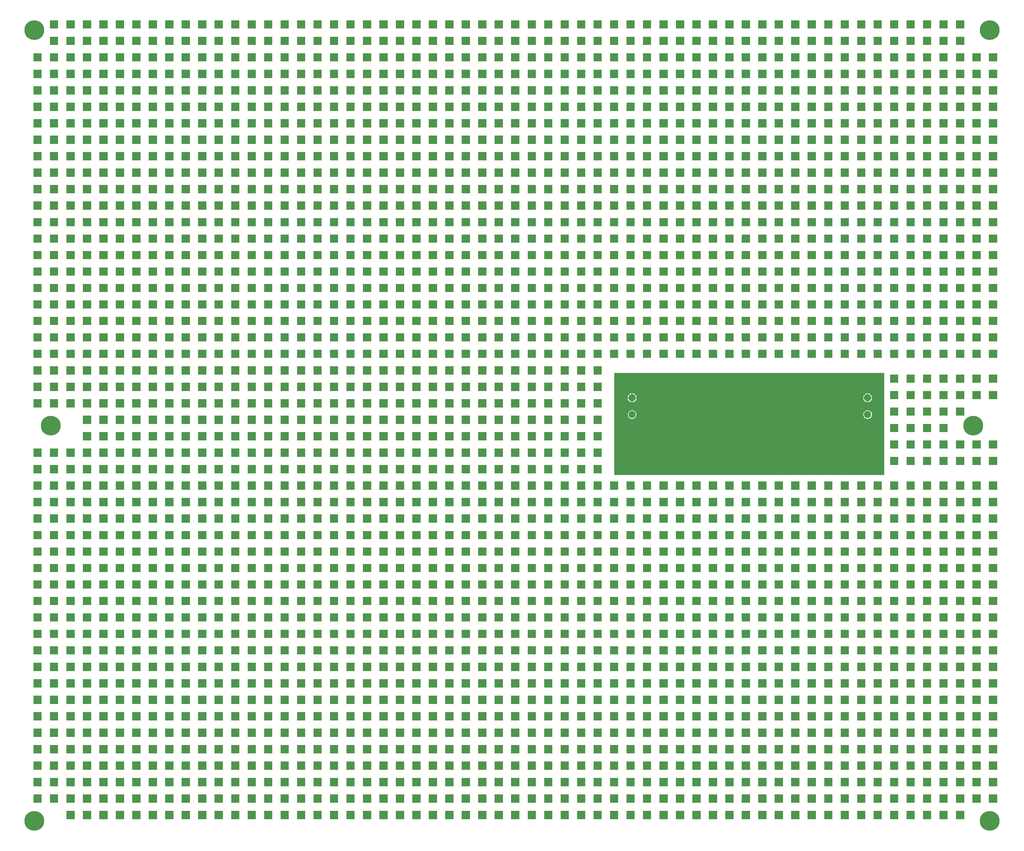
<source format=gbl>
%TF.GenerationSoftware,Altium Limited,Altium Designer,23.5.1 (21)*%
G04 Layer_Physical_Order=2*
G04 Layer_Color=16711680*
%FSLAX45Y45*%
%MOMM*%
%TF.SameCoordinates,ED6B03CD-4E78-4A82-B30E-A0459FBAF731*%
%TF.FilePolarity,Positive*%
%TF.FileFunction,Copper,L2,Bot,Signal*%
%TF.Part,Single*%
G01*
G75*
%TA.AperFunction,ViaPad*%
%ADD18C,6.00000*%
%TA.AperFunction,ComponentPad*%
%ADD19C,2.20000*%
%TA.AperFunction,ViaPad*%
%ADD20C,1.27000*%
%ADD21C,0.70000*%
G36*
X28725000Y24550000D02*
X28475000D01*
Y24800000D01*
X28725000D01*
Y24550000D01*
D02*
G37*
G36*
X28225000D02*
X27975000D01*
Y24800000D01*
X28225000D01*
Y24550000D01*
D02*
G37*
G36*
X27725000D02*
X27475000D01*
Y24800000D01*
X27725000D01*
Y24550000D01*
D02*
G37*
G36*
X27225000D02*
X26975000D01*
Y24800000D01*
X27225000D01*
Y24550000D01*
D02*
G37*
G36*
X26725000D02*
X26475000D01*
Y24800000D01*
X26725000D01*
Y24550000D01*
D02*
G37*
G36*
X26225000D02*
X25975000D01*
Y24800000D01*
X26225000D01*
Y24550000D01*
D02*
G37*
G36*
X25725000D02*
X25475000D01*
Y24800000D01*
X25725000D01*
Y24550000D01*
D02*
G37*
G36*
X25225000D02*
X24975000D01*
Y24800000D01*
X25225000D01*
Y24550000D01*
D02*
G37*
G36*
X24725000D02*
X24475000D01*
Y24800000D01*
X24725000D01*
Y24550000D01*
D02*
G37*
G36*
X24225000D02*
X23975000D01*
Y24800000D01*
X24225000D01*
Y24550000D01*
D02*
G37*
G36*
X23725000D02*
X23475000D01*
Y24800000D01*
X23725000D01*
Y24550000D01*
D02*
G37*
G36*
X23225000D02*
X22975000D01*
Y24800000D01*
X23225000D01*
Y24550000D01*
D02*
G37*
G36*
X22725000D02*
X22475000D01*
Y24800000D01*
X22725000D01*
Y24550000D01*
D02*
G37*
G36*
X22225002D02*
X21975000D01*
Y24800000D01*
X22225002D01*
Y24550000D01*
D02*
G37*
G36*
X21725000D02*
X21475000D01*
Y24800000D01*
X21725000D01*
Y24550000D01*
D02*
G37*
G36*
X21225000D02*
X20975000D01*
Y24800000D01*
X21225000D01*
Y24550000D01*
D02*
G37*
G36*
X20725000D02*
X20475000D01*
Y24800000D01*
X20725000D01*
Y24550000D01*
D02*
G37*
G36*
X20225000D02*
X19975000D01*
Y24800000D01*
X20225000D01*
Y24550000D01*
D02*
G37*
G36*
X19725000D02*
X19475000D01*
Y24800000D01*
X19725000D01*
Y24550000D01*
D02*
G37*
G36*
X19225000D02*
X18975000D01*
Y24800000D01*
X19225000D01*
Y24550000D01*
D02*
G37*
G36*
X18725000D02*
X18475000D01*
Y24800000D01*
X18725000D01*
Y24550000D01*
D02*
G37*
G36*
X18225000D02*
X17975000D01*
Y24800000D01*
X18225000D01*
Y24550000D01*
D02*
G37*
G36*
X17725000D02*
X17475000D01*
Y24800000D01*
X17725000D01*
Y24550000D01*
D02*
G37*
G36*
X17225000D02*
X16975000D01*
Y24800000D01*
X17225000D01*
Y24550000D01*
D02*
G37*
G36*
X16725000D02*
X16475000D01*
Y24800000D01*
X16725000D01*
Y24550000D01*
D02*
G37*
G36*
X16225000D02*
X15975000D01*
Y24800000D01*
X16225000D01*
Y24550000D01*
D02*
G37*
G36*
X15725000D02*
X15475000D01*
Y24800000D01*
X15725000D01*
Y24550000D01*
D02*
G37*
G36*
X15225000D02*
X14975000D01*
Y24800000D01*
X15225000D01*
Y24550000D01*
D02*
G37*
G36*
X14725000D02*
X14475000D01*
Y24800000D01*
X14725000D01*
Y24550000D01*
D02*
G37*
G36*
X14225000D02*
X13975000D01*
Y24800000D01*
X14225000D01*
Y24550000D01*
D02*
G37*
G36*
X13725000D02*
X13475000D01*
Y24800000D01*
X13725000D01*
Y24550000D01*
D02*
G37*
G36*
X13225000D02*
X12975000D01*
Y24800000D01*
X13225000D01*
Y24550000D01*
D02*
G37*
G36*
X12725000D02*
X12475000D01*
Y24800000D01*
X12725000D01*
Y24550000D01*
D02*
G37*
G36*
X12225000D02*
X11975000D01*
Y24800000D01*
X12225000D01*
Y24550000D01*
D02*
G37*
G36*
X11725000D02*
X11475000D01*
Y24800000D01*
X11725000D01*
Y24550000D01*
D02*
G37*
G36*
X11225000D02*
X10975000D01*
Y24800000D01*
X11225000D01*
Y24550000D01*
D02*
G37*
G36*
X10725000D02*
X10475000D01*
Y24800000D01*
X10725000D01*
Y24550000D01*
D02*
G37*
G36*
X10225000D02*
X9975000D01*
Y24800000D01*
X10225000D01*
Y24550000D01*
D02*
G37*
G36*
X9725000D02*
X9475000D01*
Y24800000D01*
X9725000D01*
Y24550000D01*
D02*
G37*
G36*
X9225000D02*
X8975000D01*
Y24800000D01*
X9225000D01*
Y24550000D01*
D02*
G37*
G36*
X8725000D02*
X8475000D01*
Y24800000D01*
X8725000D01*
Y24550000D01*
D02*
G37*
G36*
X8225000D02*
X7975000D01*
Y24800000D01*
X8225000D01*
Y24550000D01*
D02*
G37*
G36*
X7725000D02*
X7475000D01*
Y24800000D01*
X7725000D01*
Y24550000D01*
D02*
G37*
G36*
X7225000D02*
X6975000D01*
Y24800000D01*
X7225000D01*
Y24550000D01*
D02*
G37*
G36*
X6725000D02*
X6475000D01*
Y24800000D01*
X6725000D01*
Y24550000D01*
D02*
G37*
G36*
X6225000D02*
X5975000D01*
Y24800000D01*
X6225000D01*
Y24550000D01*
D02*
G37*
G36*
X5725000D02*
X5475000D01*
Y24800000D01*
X5725000D01*
Y24550000D01*
D02*
G37*
G36*
X5225000D02*
X4975000D01*
Y24800000D01*
X5225000D01*
Y24550000D01*
D02*
G37*
G36*
X4725000D02*
X4475000D01*
Y24800000D01*
X4725000D01*
Y24550000D01*
D02*
G37*
G36*
X4225000D02*
X3975000D01*
Y24800000D01*
X4225000D01*
Y24550000D01*
D02*
G37*
G36*
X3725000D02*
X3475000D01*
Y24800000D01*
X3725000D01*
Y24550000D01*
D02*
G37*
G36*
X3225000D02*
X2975000D01*
Y24800000D01*
X3225000D01*
Y24550000D01*
D02*
G37*
G36*
X2725000D02*
X2475000D01*
Y24800000D01*
X2725000D01*
Y24550000D01*
D02*
G37*
G36*
X2225000D02*
X1975000D01*
Y24800000D01*
X2225000D01*
Y24550000D01*
D02*
G37*
G36*
X1725000D02*
X1475000D01*
Y24800000D01*
X1725000D01*
Y24550000D01*
D02*
G37*
G36*
X1225000D02*
X975000D01*
Y24800000D01*
X1225000D01*
Y24550000D01*
D02*
G37*
G36*
X28725000Y24050000D02*
X28475000D01*
Y24300000D01*
X28725000D01*
Y24050000D01*
D02*
G37*
G36*
X28225000D02*
X27975000D01*
Y24300000D01*
X28225000D01*
Y24050000D01*
D02*
G37*
G36*
X27725000D02*
X27475000D01*
Y24300000D01*
X27725000D01*
Y24050000D01*
D02*
G37*
G36*
X27225000D02*
X26975000D01*
Y24300000D01*
X27225000D01*
Y24050000D01*
D02*
G37*
G36*
X26725000D02*
X26475000D01*
Y24300000D01*
X26725000D01*
Y24050000D01*
D02*
G37*
G36*
X26225000D02*
X25975000D01*
Y24300000D01*
X26225000D01*
Y24050000D01*
D02*
G37*
G36*
X25725000D02*
X25475000D01*
Y24300000D01*
X25725000D01*
Y24050000D01*
D02*
G37*
G36*
X25225000D02*
X24975000D01*
Y24300000D01*
X25225000D01*
Y24050000D01*
D02*
G37*
G36*
X24725000D02*
X24475000D01*
Y24300000D01*
X24725000D01*
Y24050000D01*
D02*
G37*
G36*
X24225000D02*
X23975000D01*
Y24300000D01*
X24225000D01*
Y24050000D01*
D02*
G37*
G36*
X23725000D02*
X23475000D01*
Y24300000D01*
X23725000D01*
Y24050000D01*
D02*
G37*
G36*
X23225000D02*
X22975000D01*
Y24300000D01*
X23225000D01*
Y24050000D01*
D02*
G37*
G36*
X22725000D02*
X22475000D01*
Y24300000D01*
X22725000D01*
Y24050000D01*
D02*
G37*
G36*
X22225002D02*
X21975000D01*
Y24300000D01*
X22225002D01*
Y24050000D01*
D02*
G37*
G36*
X21725000D02*
X21475000D01*
Y24300000D01*
X21725000D01*
Y24050000D01*
D02*
G37*
G36*
X21225000D02*
X20975000D01*
Y24300000D01*
X21225000D01*
Y24050000D01*
D02*
G37*
G36*
X20725000D02*
X20475000D01*
Y24300000D01*
X20725000D01*
Y24050000D01*
D02*
G37*
G36*
X20225000D02*
X19975000D01*
Y24300000D01*
X20225000D01*
Y24050000D01*
D02*
G37*
G36*
X19725000D02*
X19475000D01*
Y24300000D01*
X19725000D01*
Y24050000D01*
D02*
G37*
G36*
X19225000D02*
X18975000D01*
Y24300000D01*
X19225000D01*
Y24050000D01*
D02*
G37*
G36*
X18725000D02*
X18475000D01*
Y24300000D01*
X18725000D01*
Y24050000D01*
D02*
G37*
G36*
X18225000D02*
X17975000D01*
Y24300000D01*
X18225000D01*
Y24050000D01*
D02*
G37*
G36*
X17725000D02*
X17475000D01*
Y24300000D01*
X17725000D01*
Y24050000D01*
D02*
G37*
G36*
X17225000D02*
X16975000D01*
Y24300000D01*
X17225000D01*
Y24050000D01*
D02*
G37*
G36*
X16725000D02*
X16475000D01*
Y24300000D01*
X16725000D01*
Y24050000D01*
D02*
G37*
G36*
X16225000D02*
X15975000D01*
Y24300000D01*
X16225000D01*
Y24050000D01*
D02*
G37*
G36*
X15725000D02*
X15475000D01*
Y24300000D01*
X15725000D01*
Y24050000D01*
D02*
G37*
G36*
X15225000D02*
X14975000D01*
Y24300000D01*
X15225000D01*
Y24050000D01*
D02*
G37*
G36*
X14725000D02*
X14475000D01*
Y24300000D01*
X14725000D01*
Y24050000D01*
D02*
G37*
G36*
X14225000D02*
X13975000D01*
Y24300000D01*
X14225000D01*
Y24050000D01*
D02*
G37*
G36*
X13725000D02*
X13475000D01*
Y24300000D01*
X13725000D01*
Y24050000D01*
D02*
G37*
G36*
X13225000D02*
X12975000D01*
Y24300000D01*
X13225000D01*
Y24050000D01*
D02*
G37*
G36*
X12725000D02*
X12475000D01*
Y24300000D01*
X12725000D01*
Y24050000D01*
D02*
G37*
G36*
X12225000D02*
X11975000D01*
Y24300000D01*
X12225000D01*
Y24050000D01*
D02*
G37*
G36*
X11725000D02*
X11475000D01*
Y24300000D01*
X11725000D01*
Y24050000D01*
D02*
G37*
G36*
X11225000D02*
X10975000D01*
Y24300000D01*
X11225000D01*
Y24050000D01*
D02*
G37*
G36*
X10725000D02*
X10475000D01*
Y24300000D01*
X10725000D01*
Y24050000D01*
D02*
G37*
G36*
X10225000D02*
X9975000D01*
Y24300000D01*
X10225000D01*
Y24050000D01*
D02*
G37*
G36*
X9725000D02*
X9475000D01*
Y24300000D01*
X9725000D01*
Y24050000D01*
D02*
G37*
G36*
X9225000D02*
X8975000D01*
Y24300000D01*
X9225000D01*
Y24050000D01*
D02*
G37*
G36*
X8725000D02*
X8475000D01*
Y24300000D01*
X8725000D01*
Y24050000D01*
D02*
G37*
G36*
X8225000D02*
X7975000D01*
Y24300000D01*
X8225000D01*
Y24050000D01*
D02*
G37*
G36*
X7725000D02*
X7475000D01*
Y24300000D01*
X7725000D01*
Y24050000D01*
D02*
G37*
G36*
X7225000D02*
X6975000D01*
Y24300000D01*
X7225000D01*
Y24050000D01*
D02*
G37*
G36*
X6725000D02*
X6475000D01*
Y24300000D01*
X6725000D01*
Y24050000D01*
D02*
G37*
G36*
X6225000D02*
X5975000D01*
Y24300000D01*
X6225000D01*
Y24050000D01*
D02*
G37*
G36*
X5725000D02*
X5475000D01*
Y24300000D01*
X5725000D01*
Y24050000D01*
D02*
G37*
G36*
X5225000D02*
X4975000D01*
Y24300000D01*
X5225000D01*
Y24050000D01*
D02*
G37*
G36*
X4725000D02*
X4475000D01*
Y24300000D01*
X4725000D01*
Y24050000D01*
D02*
G37*
G36*
X4225000D02*
X3975000D01*
Y24300000D01*
X4225000D01*
Y24050000D01*
D02*
G37*
G36*
X3725000D02*
X3475000D01*
Y24300000D01*
X3725000D01*
Y24050000D01*
D02*
G37*
G36*
X3225000D02*
X2975000D01*
Y24300000D01*
X3225000D01*
Y24050000D01*
D02*
G37*
G36*
X2725000D02*
X2475000D01*
Y24300000D01*
X2725000D01*
Y24050000D01*
D02*
G37*
G36*
X2225000D02*
X1975000D01*
Y24300000D01*
X2225000D01*
Y24050000D01*
D02*
G37*
G36*
X1725000D02*
X1475000D01*
Y24300000D01*
X1725000D01*
Y24050000D01*
D02*
G37*
G36*
X1225000D02*
X975000D01*
Y24300000D01*
X1225000D01*
Y24050000D01*
D02*
G37*
G36*
X29725000Y23550000D02*
X29475000D01*
Y23800000D01*
X29725000D01*
Y23550000D01*
D02*
G37*
G36*
X29225000D02*
X28975000D01*
Y23800000D01*
X29225000D01*
Y23550000D01*
D02*
G37*
G36*
X28725000D02*
X28475000D01*
Y23800000D01*
X28725000D01*
Y23550000D01*
D02*
G37*
G36*
X28225000D02*
X27975000D01*
Y23800000D01*
X28225000D01*
Y23550000D01*
D02*
G37*
G36*
X27725000D02*
X27475000D01*
Y23800000D01*
X27725000D01*
Y23550000D01*
D02*
G37*
G36*
X27225000D02*
X26975000D01*
Y23800000D01*
X27225000D01*
Y23550000D01*
D02*
G37*
G36*
X26725000D02*
X26475000D01*
Y23800000D01*
X26725000D01*
Y23550000D01*
D02*
G37*
G36*
X26225000D02*
X25975000D01*
Y23800000D01*
X26225000D01*
Y23550000D01*
D02*
G37*
G36*
X25725000D02*
X25475000D01*
Y23800000D01*
X25725000D01*
Y23550000D01*
D02*
G37*
G36*
X25225000D02*
X24975000D01*
Y23800000D01*
X25225000D01*
Y23550000D01*
D02*
G37*
G36*
X24725000D02*
X24475000D01*
Y23800000D01*
X24725000D01*
Y23550000D01*
D02*
G37*
G36*
X24225000D02*
X23975000D01*
Y23800000D01*
X24225000D01*
Y23550000D01*
D02*
G37*
G36*
X23725000D02*
X23475000D01*
Y23800000D01*
X23725000D01*
Y23550000D01*
D02*
G37*
G36*
X23225000D02*
X22975000D01*
Y23800000D01*
X23225000D01*
Y23550000D01*
D02*
G37*
G36*
X22725000D02*
X22475000D01*
Y23800000D01*
X22725000D01*
Y23550000D01*
D02*
G37*
G36*
X22225002D02*
X21975000D01*
Y23800000D01*
X22225002D01*
Y23550000D01*
D02*
G37*
G36*
X21725000D02*
X21475000D01*
Y23800000D01*
X21725000D01*
Y23550000D01*
D02*
G37*
G36*
X21225000D02*
X20975000D01*
Y23800000D01*
X21225000D01*
Y23550000D01*
D02*
G37*
G36*
X20725000D02*
X20475000D01*
Y23800000D01*
X20725000D01*
Y23550000D01*
D02*
G37*
G36*
X20225000D02*
X19975000D01*
Y23800000D01*
X20225000D01*
Y23550000D01*
D02*
G37*
G36*
X19725000D02*
X19475000D01*
Y23800000D01*
X19725000D01*
Y23550000D01*
D02*
G37*
G36*
X19225000D02*
X18975000D01*
Y23800000D01*
X19225000D01*
Y23550000D01*
D02*
G37*
G36*
X18725000D02*
X18475000D01*
Y23800000D01*
X18725000D01*
Y23550000D01*
D02*
G37*
G36*
X18225000D02*
X17975000D01*
Y23800000D01*
X18225000D01*
Y23550000D01*
D02*
G37*
G36*
X17725000D02*
X17475000D01*
Y23800000D01*
X17725000D01*
Y23550000D01*
D02*
G37*
G36*
X17225000D02*
X16975000D01*
Y23800000D01*
X17225000D01*
Y23550000D01*
D02*
G37*
G36*
X16725000D02*
X16475000D01*
Y23800000D01*
X16725000D01*
Y23550000D01*
D02*
G37*
G36*
X16225000D02*
X15975000D01*
Y23800000D01*
X16225000D01*
Y23550000D01*
D02*
G37*
G36*
X15725000D02*
X15475000D01*
Y23800000D01*
X15725000D01*
Y23550000D01*
D02*
G37*
G36*
X15225000D02*
X14975000D01*
Y23800000D01*
X15225000D01*
Y23550000D01*
D02*
G37*
G36*
X14725000D02*
X14475000D01*
Y23800000D01*
X14725000D01*
Y23550000D01*
D02*
G37*
G36*
X14225000D02*
X13975000D01*
Y23800000D01*
X14225000D01*
Y23550000D01*
D02*
G37*
G36*
X13725000D02*
X13475000D01*
Y23800000D01*
X13725000D01*
Y23550000D01*
D02*
G37*
G36*
X13225000D02*
X12975000D01*
Y23800000D01*
X13225000D01*
Y23550000D01*
D02*
G37*
G36*
X12725000D02*
X12475000D01*
Y23800000D01*
X12725000D01*
Y23550000D01*
D02*
G37*
G36*
X12225000D02*
X11975000D01*
Y23800000D01*
X12225000D01*
Y23550000D01*
D02*
G37*
G36*
X11725000D02*
X11475000D01*
Y23800000D01*
X11725000D01*
Y23550000D01*
D02*
G37*
G36*
X11225000D02*
X10975000D01*
Y23800000D01*
X11225000D01*
Y23550000D01*
D02*
G37*
G36*
X10725000D02*
X10475000D01*
Y23800000D01*
X10725000D01*
Y23550000D01*
D02*
G37*
G36*
X10225000D02*
X9975000D01*
Y23800000D01*
X10225000D01*
Y23550000D01*
D02*
G37*
G36*
X9725000D02*
X9475000D01*
Y23800000D01*
X9725000D01*
Y23550000D01*
D02*
G37*
G36*
X9225000D02*
X8975000D01*
Y23800000D01*
X9225000D01*
Y23550000D01*
D02*
G37*
G36*
X8725000D02*
X8475000D01*
Y23800000D01*
X8725000D01*
Y23550000D01*
D02*
G37*
G36*
X8225000D02*
X7975000D01*
Y23800000D01*
X8225000D01*
Y23550000D01*
D02*
G37*
G36*
X7725000D02*
X7475000D01*
Y23800000D01*
X7725000D01*
Y23550000D01*
D02*
G37*
G36*
X7225000D02*
X6975000D01*
Y23800000D01*
X7225000D01*
Y23550000D01*
D02*
G37*
G36*
X6725000D02*
X6475000D01*
Y23800000D01*
X6725000D01*
Y23550000D01*
D02*
G37*
G36*
X6225000D02*
X5975000D01*
Y23800000D01*
X6225000D01*
Y23550000D01*
D02*
G37*
G36*
X5725000D02*
X5475000D01*
Y23800000D01*
X5725000D01*
Y23550000D01*
D02*
G37*
G36*
X5225000D02*
X4975000D01*
Y23800000D01*
X5225000D01*
Y23550000D01*
D02*
G37*
G36*
X4725000D02*
X4475000D01*
Y23800000D01*
X4725000D01*
Y23550000D01*
D02*
G37*
G36*
X4225000D02*
X3975000D01*
Y23800000D01*
X4225000D01*
Y23550000D01*
D02*
G37*
G36*
X3725000D02*
X3475000D01*
Y23800000D01*
X3725000D01*
Y23550000D01*
D02*
G37*
G36*
X3225000D02*
X2975000D01*
Y23800000D01*
X3225000D01*
Y23550000D01*
D02*
G37*
G36*
X2725000D02*
X2475000D01*
Y23800000D01*
X2725000D01*
Y23550000D01*
D02*
G37*
G36*
X2225000D02*
X1975000D01*
Y23800000D01*
X2225000D01*
Y23550000D01*
D02*
G37*
G36*
X1725000D02*
X1475000D01*
Y23800000D01*
X1725000D01*
Y23550000D01*
D02*
G37*
G36*
X1225000D02*
X975000D01*
Y23800000D01*
X1225000D01*
Y23550000D01*
D02*
G37*
G36*
X725000D02*
X475000D01*
Y23800000D01*
X725000D01*
Y23550000D01*
D02*
G37*
G36*
X29725000Y23050000D02*
X29475000D01*
Y23300000D01*
X29725000D01*
Y23050000D01*
D02*
G37*
G36*
X29225000D02*
X28975000D01*
Y23300000D01*
X29225000D01*
Y23050000D01*
D02*
G37*
G36*
X28725000D02*
X28475000D01*
Y23300000D01*
X28725000D01*
Y23050000D01*
D02*
G37*
G36*
X28225000D02*
X27975000D01*
Y23300000D01*
X28225000D01*
Y23050000D01*
D02*
G37*
G36*
X27725000D02*
X27475000D01*
Y23300000D01*
X27725000D01*
Y23050000D01*
D02*
G37*
G36*
X27225000D02*
X26975000D01*
Y23300000D01*
X27225000D01*
Y23050000D01*
D02*
G37*
G36*
X26725000D02*
X26475000D01*
Y23300000D01*
X26725000D01*
Y23050000D01*
D02*
G37*
G36*
X26225000D02*
X25975000D01*
Y23300000D01*
X26225000D01*
Y23050000D01*
D02*
G37*
G36*
X25725000D02*
X25475000D01*
Y23300000D01*
X25725000D01*
Y23050000D01*
D02*
G37*
G36*
X25225000D02*
X24975000D01*
Y23300000D01*
X25225000D01*
Y23050000D01*
D02*
G37*
G36*
X24725000D02*
X24475000D01*
Y23300000D01*
X24725000D01*
Y23050000D01*
D02*
G37*
G36*
X24225000D02*
X23975000D01*
Y23300000D01*
X24225000D01*
Y23050000D01*
D02*
G37*
G36*
X23725000D02*
X23475000D01*
Y23300000D01*
X23725000D01*
Y23050000D01*
D02*
G37*
G36*
X23225000D02*
X22975000D01*
Y23300000D01*
X23225000D01*
Y23050000D01*
D02*
G37*
G36*
X22725000D02*
X22475000D01*
Y23300000D01*
X22725000D01*
Y23050000D01*
D02*
G37*
G36*
X22225002D02*
X21975000D01*
Y23300000D01*
X22225002D01*
Y23050000D01*
D02*
G37*
G36*
X21725000D02*
X21475000D01*
Y23300000D01*
X21725000D01*
Y23050000D01*
D02*
G37*
G36*
X21225000D02*
X20975000D01*
Y23300000D01*
X21225000D01*
Y23050000D01*
D02*
G37*
G36*
X20725000D02*
X20475000D01*
Y23300000D01*
X20725000D01*
Y23050000D01*
D02*
G37*
G36*
X20225000D02*
X19975000D01*
Y23300000D01*
X20225000D01*
Y23050000D01*
D02*
G37*
G36*
X19725000D02*
X19475000D01*
Y23300000D01*
X19725000D01*
Y23050000D01*
D02*
G37*
G36*
X19225000D02*
X18975000D01*
Y23300000D01*
X19225000D01*
Y23050000D01*
D02*
G37*
G36*
X18725000D02*
X18475000D01*
Y23300000D01*
X18725000D01*
Y23050000D01*
D02*
G37*
G36*
X18225000D02*
X17975000D01*
Y23300000D01*
X18225000D01*
Y23050000D01*
D02*
G37*
G36*
X17725000D02*
X17475000D01*
Y23300000D01*
X17725000D01*
Y23050000D01*
D02*
G37*
G36*
X17225000D02*
X16975000D01*
Y23300000D01*
X17225000D01*
Y23050000D01*
D02*
G37*
G36*
X16725000D02*
X16475000D01*
Y23300000D01*
X16725000D01*
Y23050000D01*
D02*
G37*
G36*
X16225000D02*
X15975000D01*
Y23300000D01*
X16225000D01*
Y23050000D01*
D02*
G37*
G36*
X15725000D02*
X15475000D01*
Y23300000D01*
X15725000D01*
Y23050000D01*
D02*
G37*
G36*
X15225000D02*
X14975000D01*
Y23300000D01*
X15225000D01*
Y23050000D01*
D02*
G37*
G36*
X14725000D02*
X14475000D01*
Y23300000D01*
X14725000D01*
Y23050000D01*
D02*
G37*
G36*
X14225000D02*
X13975000D01*
Y23300000D01*
X14225000D01*
Y23050000D01*
D02*
G37*
G36*
X13725000D02*
X13475000D01*
Y23300000D01*
X13725000D01*
Y23050000D01*
D02*
G37*
G36*
X13225000D02*
X12975000D01*
Y23300000D01*
X13225000D01*
Y23050000D01*
D02*
G37*
G36*
X12725000D02*
X12475000D01*
Y23300000D01*
X12725000D01*
Y23050000D01*
D02*
G37*
G36*
X12225000D02*
X11975000D01*
Y23300000D01*
X12225000D01*
Y23050000D01*
D02*
G37*
G36*
X11725000D02*
X11475000D01*
Y23300000D01*
X11725000D01*
Y23050000D01*
D02*
G37*
G36*
X11225000D02*
X10975000D01*
Y23300000D01*
X11225000D01*
Y23050000D01*
D02*
G37*
G36*
X10725000D02*
X10475000D01*
Y23300000D01*
X10725000D01*
Y23050000D01*
D02*
G37*
G36*
X10225000D02*
X9975000D01*
Y23300000D01*
X10225000D01*
Y23050000D01*
D02*
G37*
G36*
X9725000D02*
X9475000D01*
Y23300000D01*
X9725000D01*
Y23050000D01*
D02*
G37*
G36*
X9225000D02*
X8975000D01*
Y23300000D01*
X9225000D01*
Y23050000D01*
D02*
G37*
G36*
X8725000D02*
X8475000D01*
Y23300000D01*
X8725000D01*
Y23050000D01*
D02*
G37*
G36*
X8225000D02*
X7975000D01*
Y23300000D01*
X8225000D01*
Y23050000D01*
D02*
G37*
G36*
X7725000D02*
X7475000D01*
Y23300000D01*
X7725000D01*
Y23050000D01*
D02*
G37*
G36*
X7225000D02*
X6975000D01*
Y23300000D01*
X7225000D01*
Y23050000D01*
D02*
G37*
G36*
X6725000D02*
X6475000D01*
Y23300000D01*
X6725000D01*
Y23050000D01*
D02*
G37*
G36*
X6225000D02*
X5975000D01*
Y23300000D01*
X6225000D01*
Y23050000D01*
D02*
G37*
G36*
X5725000D02*
X5475000D01*
Y23300000D01*
X5725000D01*
Y23050000D01*
D02*
G37*
G36*
X5225000D02*
X4975000D01*
Y23300000D01*
X5225000D01*
Y23050000D01*
D02*
G37*
G36*
X4725000D02*
X4475000D01*
Y23300000D01*
X4725000D01*
Y23050000D01*
D02*
G37*
G36*
X4225000D02*
X3975000D01*
Y23300000D01*
X4225000D01*
Y23050000D01*
D02*
G37*
G36*
X3725000D02*
X3475000D01*
Y23300000D01*
X3725000D01*
Y23050000D01*
D02*
G37*
G36*
X3225000D02*
X2975000D01*
Y23300000D01*
X3225000D01*
Y23050000D01*
D02*
G37*
G36*
X2725000D02*
X2475000D01*
Y23300000D01*
X2725000D01*
Y23050000D01*
D02*
G37*
G36*
X2225000D02*
X1975000D01*
Y23300000D01*
X2225000D01*
Y23050000D01*
D02*
G37*
G36*
X1725000D02*
X1475000D01*
Y23300000D01*
X1725000D01*
Y23050000D01*
D02*
G37*
G36*
X1225000D02*
X975000D01*
Y23300000D01*
X1225000D01*
Y23050000D01*
D02*
G37*
G36*
X725000D02*
X475000D01*
Y23300000D01*
X725000D01*
Y23050000D01*
D02*
G37*
G36*
X29725000Y22550000D02*
X29475000D01*
Y22800000D01*
X29725000D01*
Y22550000D01*
D02*
G37*
G36*
X29225000D02*
X28975000D01*
Y22800000D01*
X29225000D01*
Y22550000D01*
D02*
G37*
G36*
X28725000D02*
X28475000D01*
Y22800000D01*
X28725000D01*
Y22550000D01*
D02*
G37*
G36*
X28225000D02*
X27975000D01*
Y22800000D01*
X28225000D01*
Y22550000D01*
D02*
G37*
G36*
X27725000D02*
X27475000D01*
Y22800000D01*
X27725000D01*
Y22550000D01*
D02*
G37*
G36*
X27225000D02*
X26975000D01*
Y22800000D01*
X27225000D01*
Y22550000D01*
D02*
G37*
G36*
X26725000D02*
X26475000D01*
Y22800000D01*
X26725000D01*
Y22550000D01*
D02*
G37*
G36*
X26225000D02*
X25975000D01*
Y22800000D01*
X26225000D01*
Y22550000D01*
D02*
G37*
G36*
X25725000D02*
X25475000D01*
Y22800000D01*
X25725000D01*
Y22550000D01*
D02*
G37*
G36*
X25225000D02*
X24975000D01*
Y22800000D01*
X25225000D01*
Y22550000D01*
D02*
G37*
G36*
X24725000D02*
X24475000D01*
Y22800000D01*
X24725000D01*
Y22550000D01*
D02*
G37*
G36*
X24225000D02*
X23975000D01*
Y22800000D01*
X24225000D01*
Y22550000D01*
D02*
G37*
G36*
X23725000D02*
X23475000D01*
Y22800000D01*
X23725000D01*
Y22550000D01*
D02*
G37*
G36*
X23225000D02*
X22975000D01*
Y22800000D01*
X23225000D01*
Y22550000D01*
D02*
G37*
G36*
X22725000D02*
X22475000D01*
Y22800000D01*
X22725000D01*
Y22550000D01*
D02*
G37*
G36*
X22225002D02*
X21975000D01*
Y22800000D01*
X22225002D01*
Y22550000D01*
D02*
G37*
G36*
X21725000D02*
X21475000D01*
Y22800000D01*
X21725000D01*
Y22550000D01*
D02*
G37*
G36*
X21225000D02*
X20975000D01*
Y22800000D01*
X21225000D01*
Y22550000D01*
D02*
G37*
G36*
X20725000D02*
X20475000D01*
Y22800000D01*
X20725000D01*
Y22550000D01*
D02*
G37*
G36*
X20225000D02*
X19975000D01*
Y22800000D01*
X20225000D01*
Y22550000D01*
D02*
G37*
G36*
X19725000D02*
X19475000D01*
Y22800000D01*
X19725000D01*
Y22550000D01*
D02*
G37*
G36*
X19225000D02*
X18975000D01*
Y22800000D01*
X19225000D01*
Y22550000D01*
D02*
G37*
G36*
X18725000D02*
X18475000D01*
Y22800000D01*
X18725000D01*
Y22550000D01*
D02*
G37*
G36*
X18225000D02*
X17975000D01*
Y22800000D01*
X18225000D01*
Y22550000D01*
D02*
G37*
G36*
X17725000D02*
X17475000D01*
Y22800000D01*
X17725000D01*
Y22550000D01*
D02*
G37*
G36*
X17225000D02*
X16975000D01*
Y22800000D01*
X17225000D01*
Y22550000D01*
D02*
G37*
G36*
X16725000D02*
X16475000D01*
Y22800000D01*
X16725000D01*
Y22550000D01*
D02*
G37*
G36*
X16225000D02*
X15975000D01*
Y22800000D01*
X16225000D01*
Y22550000D01*
D02*
G37*
G36*
X15725000D02*
X15475000D01*
Y22800000D01*
X15725000D01*
Y22550000D01*
D02*
G37*
G36*
X15225000D02*
X14975000D01*
Y22800000D01*
X15225000D01*
Y22550000D01*
D02*
G37*
G36*
X14725000D02*
X14475000D01*
Y22800000D01*
X14725000D01*
Y22550000D01*
D02*
G37*
G36*
X14225000D02*
X13975000D01*
Y22800000D01*
X14225000D01*
Y22550000D01*
D02*
G37*
G36*
X13725000D02*
X13475000D01*
Y22800000D01*
X13725000D01*
Y22550000D01*
D02*
G37*
G36*
X13225000D02*
X12975000D01*
Y22800000D01*
X13225000D01*
Y22550000D01*
D02*
G37*
G36*
X12725000D02*
X12475000D01*
Y22800000D01*
X12725000D01*
Y22550000D01*
D02*
G37*
G36*
X12225000D02*
X11975000D01*
Y22800000D01*
X12225000D01*
Y22550000D01*
D02*
G37*
G36*
X11725000D02*
X11475000D01*
Y22800000D01*
X11725000D01*
Y22550000D01*
D02*
G37*
G36*
X11225000D02*
X10975000D01*
Y22800000D01*
X11225000D01*
Y22550000D01*
D02*
G37*
G36*
X10725000D02*
X10475000D01*
Y22800000D01*
X10725000D01*
Y22550000D01*
D02*
G37*
G36*
X10225000D02*
X9975000D01*
Y22800000D01*
X10225000D01*
Y22550000D01*
D02*
G37*
G36*
X9725000D02*
X9475000D01*
Y22800000D01*
X9725000D01*
Y22550000D01*
D02*
G37*
G36*
X9225000D02*
X8975000D01*
Y22800000D01*
X9225000D01*
Y22550000D01*
D02*
G37*
G36*
X8725000D02*
X8475000D01*
Y22800000D01*
X8725000D01*
Y22550000D01*
D02*
G37*
G36*
X8225000D02*
X7975000D01*
Y22800000D01*
X8225000D01*
Y22550000D01*
D02*
G37*
G36*
X7725000D02*
X7475000D01*
Y22800000D01*
X7725000D01*
Y22550000D01*
D02*
G37*
G36*
X7225000D02*
X6975000D01*
Y22800000D01*
X7225000D01*
Y22550000D01*
D02*
G37*
G36*
X6725000D02*
X6475000D01*
Y22800000D01*
X6725000D01*
Y22550000D01*
D02*
G37*
G36*
X6225000D02*
X5975000D01*
Y22800000D01*
X6225000D01*
Y22550000D01*
D02*
G37*
G36*
X5725000D02*
X5475000D01*
Y22800000D01*
X5725000D01*
Y22550000D01*
D02*
G37*
G36*
X5225000D02*
X4975000D01*
Y22800000D01*
X5225000D01*
Y22550000D01*
D02*
G37*
G36*
X4725000D02*
X4475000D01*
Y22800000D01*
X4725000D01*
Y22550000D01*
D02*
G37*
G36*
X4225000D02*
X3975000D01*
Y22800000D01*
X4225000D01*
Y22550000D01*
D02*
G37*
G36*
X3725000D02*
X3475000D01*
Y22800000D01*
X3725000D01*
Y22550000D01*
D02*
G37*
G36*
X3225000D02*
X2975000D01*
Y22800000D01*
X3225000D01*
Y22550000D01*
D02*
G37*
G36*
X2725000D02*
X2475000D01*
Y22800000D01*
X2725000D01*
Y22550000D01*
D02*
G37*
G36*
X2225000D02*
X1975000D01*
Y22800000D01*
X2225000D01*
Y22550000D01*
D02*
G37*
G36*
X1725000D02*
X1475000D01*
Y22800000D01*
X1725000D01*
Y22550000D01*
D02*
G37*
G36*
X1225000D02*
X975000D01*
Y22800000D01*
X1225000D01*
Y22550000D01*
D02*
G37*
G36*
X725000D02*
X475000D01*
Y22800000D01*
X725000D01*
Y22550000D01*
D02*
G37*
G36*
X29725000Y22050000D02*
X29475000D01*
Y22300000D01*
X29725000D01*
Y22050000D01*
D02*
G37*
G36*
X29225000D02*
X28975000D01*
Y22300000D01*
X29225000D01*
Y22050000D01*
D02*
G37*
G36*
X28725000D02*
X28475000D01*
Y22300000D01*
X28725000D01*
Y22050000D01*
D02*
G37*
G36*
X28225000D02*
X27975000D01*
Y22300000D01*
X28225000D01*
Y22050000D01*
D02*
G37*
G36*
X27725000D02*
X27475000D01*
Y22300000D01*
X27725000D01*
Y22050000D01*
D02*
G37*
G36*
X27225000D02*
X26975000D01*
Y22300000D01*
X27225000D01*
Y22050000D01*
D02*
G37*
G36*
X26725000D02*
X26475000D01*
Y22300000D01*
X26725000D01*
Y22050000D01*
D02*
G37*
G36*
X26225000D02*
X25975000D01*
Y22300000D01*
X26225000D01*
Y22050000D01*
D02*
G37*
G36*
X25725000D02*
X25475000D01*
Y22300000D01*
X25725000D01*
Y22050000D01*
D02*
G37*
G36*
X25225000D02*
X24975000D01*
Y22300000D01*
X25225000D01*
Y22050000D01*
D02*
G37*
G36*
X24725000D02*
X24475000D01*
Y22300000D01*
X24725000D01*
Y22050000D01*
D02*
G37*
G36*
X24225000D02*
X23975000D01*
Y22300000D01*
X24225000D01*
Y22050000D01*
D02*
G37*
G36*
X23725000D02*
X23475000D01*
Y22300000D01*
X23725000D01*
Y22050000D01*
D02*
G37*
G36*
X23225000D02*
X22975000D01*
Y22300000D01*
X23225000D01*
Y22050000D01*
D02*
G37*
G36*
X22725000D02*
X22475000D01*
Y22300000D01*
X22725000D01*
Y22050000D01*
D02*
G37*
G36*
X22225002D02*
X21975000D01*
Y22300000D01*
X22225002D01*
Y22050000D01*
D02*
G37*
G36*
X21725000D02*
X21475000D01*
Y22300000D01*
X21725000D01*
Y22050000D01*
D02*
G37*
G36*
X21225000D02*
X20975000D01*
Y22300000D01*
X21225000D01*
Y22050000D01*
D02*
G37*
G36*
X20725000D02*
X20475000D01*
Y22300000D01*
X20725000D01*
Y22050000D01*
D02*
G37*
G36*
X20225000D02*
X19975000D01*
Y22300000D01*
X20225000D01*
Y22050000D01*
D02*
G37*
G36*
X19725000D02*
X19475000D01*
Y22300000D01*
X19725000D01*
Y22050000D01*
D02*
G37*
G36*
X19225000D02*
X18975000D01*
Y22300000D01*
X19225000D01*
Y22050000D01*
D02*
G37*
G36*
X18725000D02*
X18475000D01*
Y22300000D01*
X18725000D01*
Y22050000D01*
D02*
G37*
G36*
X18225000D02*
X17975000D01*
Y22300000D01*
X18225000D01*
Y22050000D01*
D02*
G37*
G36*
X17725000D02*
X17475000D01*
Y22300000D01*
X17725000D01*
Y22050000D01*
D02*
G37*
G36*
X17225000D02*
X16975000D01*
Y22300000D01*
X17225000D01*
Y22050000D01*
D02*
G37*
G36*
X16725000D02*
X16475000D01*
Y22300000D01*
X16725000D01*
Y22050000D01*
D02*
G37*
G36*
X16225000D02*
X15975000D01*
Y22300000D01*
X16225000D01*
Y22050000D01*
D02*
G37*
G36*
X15725000D02*
X15475000D01*
Y22300000D01*
X15725000D01*
Y22050000D01*
D02*
G37*
G36*
X15225000D02*
X14975000D01*
Y22300000D01*
X15225000D01*
Y22050000D01*
D02*
G37*
G36*
X14725000D02*
X14475000D01*
Y22300000D01*
X14725000D01*
Y22050000D01*
D02*
G37*
G36*
X14225000D02*
X13975000D01*
Y22300000D01*
X14225000D01*
Y22050000D01*
D02*
G37*
G36*
X13725000D02*
X13475000D01*
Y22300000D01*
X13725000D01*
Y22050000D01*
D02*
G37*
G36*
X13225000D02*
X12975000D01*
Y22300000D01*
X13225000D01*
Y22050000D01*
D02*
G37*
G36*
X12725000D02*
X12475000D01*
Y22300000D01*
X12725000D01*
Y22050000D01*
D02*
G37*
G36*
X12225000D02*
X11975000D01*
Y22300000D01*
X12225000D01*
Y22050000D01*
D02*
G37*
G36*
X11725000D02*
X11475000D01*
Y22300000D01*
X11725000D01*
Y22050000D01*
D02*
G37*
G36*
X11225000D02*
X10975000D01*
Y22300000D01*
X11225000D01*
Y22050000D01*
D02*
G37*
G36*
X10725000D02*
X10475000D01*
Y22300000D01*
X10725000D01*
Y22050000D01*
D02*
G37*
G36*
X10225000D02*
X9975000D01*
Y22300000D01*
X10225000D01*
Y22050000D01*
D02*
G37*
G36*
X9725000D02*
X9475000D01*
Y22300000D01*
X9725000D01*
Y22050000D01*
D02*
G37*
G36*
X9225000D02*
X8975000D01*
Y22300000D01*
X9225000D01*
Y22050000D01*
D02*
G37*
G36*
X8725000D02*
X8475000D01*
Y22300000D01*
X8725000D01*
Y22050000D01*
D02*
G37*
G36*
X8225000D02*
X7975000D01*
Y22300000D01*
X8225000D01*
Y22050000D01*
D02*
G37*
G36*
X7725000D02*
X7475000D01*
Y22300000D01*
X7725000D01*
Y22050000D01*
D02*
G37*
G36*
X7225000D02*
X6975000D01*
Y22300000D01*
X7225000D01*
Y22050000D01*
D02*
G37*
G36*
X6725000D02*
X6475000D01*
Y22300000D01*
X6725000D01*
Y22050000D01*
D02*
G37*
G36*
X6225000D02*
X5975000D01*
Y22300000D01*
X6225000D01*
Y22050000D01*
D02*
G37*
G36*
X5725000D02*
X5475000D01*
Y22300000D01*
X5725000D01*
Y22050000D01*
D02*
G37*
G36*
X5225000D02*
X4975000D01*
Y22300000D01*
X5225000D01*
Y22050000D01*
D02*
G37*
G36*
X4725000D02*
X4475000D01*
Y22300000D01*
X4725000D01*
Y22050000D01*
D02*
G37*
G36*
X4225000D02*
X3975000D01*
Y22300000D01*
X4225000D01*
Y22050000D01*
D02*
G37*
G36*
X3725000D02*
X3475000D01*
Y22300000D01*
X3725000D01*
Y22050000D01*
D02*
G37*
G36*
X3225000D02*
X2975000D01*
Y22300000D01*
X3225000D01*
Y22050000D01*
D02*
G37*
G36*
X2725000D02*
X2475000D01*
Y22300000D01*
X2725000D01*
Y22050000D01*
D02*
G37*
G36*
X2225000D02*
X1975000D01*
Y22300000D01*
X2225000D01*
Y22050000D01*
D02*
G37*
G36*
X1725000D02*
X1475000D01*
Y22300000D01*
X1725000D01*
Y22050000D01*
D02*
G37*
G36*
X1225000D02*
X975000D01*
Y22300000D01*
X1225000D01*
Y22050000D01*
D02*
G37*
G36*
X725000D02*
X475000D01*
Y22300000D01*
X725000D01*
Y22050000D01*
D02*
G37*
G36*
X29725000Y21550000D02*
X29475000D01*
Y21800000D01*
X29725000D01*
Y21550000D01*
D02*
G37*
G36*
X29225000D02*
X28975000D01*
Y21800000D01*
X29225000D01*
Y21550000D01*
D02*
G37*
G36*
X28725000D02*
X28475000D01*
Y21800000D01*
X28725000D01*
Y21550000D01*
D02*
G37*
G36*
X28225000D02*
X27975000D01*
Y21800000D01*
X28225000D01*
Y21550000D01*
D02*
G37*
G36*
X27725000D02*
X27475000D01*
Y21800000D01*
X27725000D01*
Y21550000D01*
D02*
G37*
G36*
X27225000D02*
X26975000D01*
Y21800000D01*
X27225000D01*
Y21550000D01*
D02*
G37*
G36*
X26725000D02*
X26475000D01*
Y21800000D01*
X26725000D01*
Y21550000D01*
D02*
G37*
G36*
X26225000D02*
X25975000D01*
Y21800000D01*
X26225000D01*
Y21550000D01*
D02*
G37*
G36*
X25725000D02*
X25475000D01*
Y21800000D01*
X25725000D01*
Y21550000D01*
D02*
G37*
G36*
X25225000D02*
X24975000D01*
Y21800000D01*
X25225000D01*
Y21550000D01*
D02*
G37*
G36*
X24725000D02*
X24475000D01*
Y21800000D01*
X24725000D01*
Y21550000D01*
D02*
G37*
G36*
X24225000D02*
X23975000D01*
Y21800000D01*
X24225000D01*
Y21550000D01*
D02*
G37*
G36*
X23725000D02*
X23475000D01*
Y21800000D01*
X23725000D01*
Y21550000D01*
D02*
G37*
G36*
X23225000D02*
X22975000D01*
Y21800000D01*
X23225000D01*
Y21550000D01*
D02*
G37*
G36*
X22725000D02*
X22475000D01*
Y21800000D01*
X22725000D01*
Y21550000D01*
D02*
G37*
G36*
X22225002D02*
X21975000D01*
Y21800000D01*
X22225002D01*
Y21550000D01*
D02*
G37*
G36*
X21725000D02*
X21475000D01*
Y21800000D01*
X21725000D01*
Y21550000D01*
D02*
G37*
G36*
X21225000D02*
X20975000D01*
Y21800000D01*
X21225000D01*
Y21550000D01*
D02*
G37*
G36*
X20725000D02*
X20475000D01*
Y21800000D01*
X20725000D01*
Y21550000D01*
D02*
G37*
G36*
X20225000D02*
X19975000D01*
Y21800000D01*
X20225000D01*
Y21550000D01*
D02*
G37*
G36*
X19725000D02*
X19475000D01*
Y21800000D01*
X19725000D01*
Y21550000D01*
D02*
G37*
G36*
X19225000D02*
X18975000D01*
Y21800000D01*
X19225000D01*
Y21550000D01*
D02*
G37*
G36*
X18725000D02*
X18475000D01*
Y21800000D01*
X18725000D01*
Y21550000D01*
D02*
G37*
G36*
X18225000D02*
X17975000D01*
Y21800000D01*
X18225000D01*
Y21550000D01*
D02*
G37*
G36*
X17725000D02*
X17475000D01*
Y21800000D01*
X17725000D01*
Y21550000D01*
D02*
G37*
G36*
X17225000D02*
X16975000D01*
Y21800000D01*
X17225000D01*
Y21550000D01*
D02*
G37*
G36*
X16725000D02*
X16475000D01*
Y21800000D01*
X16725000D01*
Y21550000D01*
D02*
G37*
G36*
X16225000D02*
X15975000D01*
Y21800000D01*
X16225000D01*
Y21550000D01*
D02*
G37*
G36*
X15725000D02*
X15475000D01*
Y21800000D01*
X15725000D01*
Y21550000D01*
D02*
G37*
G36*
X15225000D02*
X14975000D01*
Y21800000D01*
X15225000D01*
Y21550000D01*
D02*
G37*
G36*
X14725000D02*
X14475000D01*
Y21800000D01*
X14725000D01*
Y21550000D01*
D02*
G37*
G36*
X14225000D02*
X13975000D01*
Y21800000D01*
X14225000D01*
Y21550000D01*
D02*
G37*
G36*
X13725000D02*
X13475000D01*
Y21800000D01*
X13725000D01*
Y21550000D01*
D02*
G37*
G36*
X13225000D02*
X12975000D01*
Y21800000D01*
X13225000D01*
Y21550000D01*
D02*
G37*
G36*
X12725000D02*
X12475000D01*
Y21800000D01*
X12725000D01*
Y21550000D01*
D02*
G37*
G36*
X12225000D02*
X11975000D01*
Y21800000D01*
X12225000D01*
Y21550000D01*
D02*
G37*
G36*
X11725000D02*
X11475000D01*
Y21800000D01*
X11725000D01*
Y21550000D01*
D02*
G37*
G36*
X11225000D02*
X10975000D01*
Y21800000D01*
X11225000D01*
Y21550000D01*
D02*
G37*
G36*
X10725000D02*
X10475000D01*
Y21800000D01*
X10725000D01*
Y21550000D01*
D02*
G37*
G36*
X10225000D02*
X9975000D01*
Y21800000D01*
X10225000D01*
Y21550000D01*
D02*
G37*
G36*
X9725000D02*
X9475000D01*
Y21800000D01*
X9725000D01*
Y21550000D01*
D02*
G37*
G36*
X9225000D02*
X8975000D01*
Y21800000D01*
X9225000D01*
Y21550000D01*
D02*
G37*
G36*
X8725000D02*
X8475000D01*
Y21800000D01*
X8725000D01*
Y21550000D01*
D02*
G37*
G36*
X8225000D02*
X7975000D01*
Y21800000D01*
X8225000D01*
Y21550000D01*
D02*
G37*
G36*
X7725000D02*
X7475000D01*
Y21800000D01*
X7725000D01*
Y21550000D01*
D02*
G37*
G36*
X7225000D02*
X6975000D01*
Y21800000D01*
X7225000D01*
Y21550000D01*
D02*
G37*
G36*
X6725000D02*
X6475000D01*
Y21800000D01*
X6725000D01*
Y21550000D01*
D02*
G37*
G36*
X6225000D02*
X5975000D01*
Y21800000D01*
X6225000D01*
Y21550000D01*
D02*
G37*
G36*
X5725000D02*
X5475000D01*
Y21800000D01*
X5725000D01*
Y21550000D01*
D02*
G37*
G36*
X5225000D02*
X4975000D01*
Y21800000D01*
X5225000D01*
Y21550000D01*
D02*
G37*
G36*
X4725000D02*
X4475000D01*
Y21800000D01*
X4725000D01*
Y21550000D01*
D02*
G37*
G36*
X4225000D02*
X3975000D01*
Y21800000D01*
X4225000D01*
Y21550000D01*
D02*
G37*
G36*
X3725000D02*
X3475000D01*
Y21800000D01*
X3725000D01*
Y21550000D01*
D02*
G37*
G36*
X3225000D02*
X2975000D01*
Y21800000D01*
X3225000D01*
Y21550000D01*
D02*
G37*
G36*
X2725000D02*
X2475000D01*
Y21800000D01*
X2725000D01*
Y21550000D01*
D02*
G37*
G36*
X2225000D02*
X1975000D01*
Y21800000D01*
X2225000D01*
Y21550000D01*
D02*
G37*
G36*
X1725000D02*
X1475000D01*
Y21800000D01*
X1725000D01*
Y21550000D01*
D02*
G37*
G36*
X1225000D02*
X975000D01*
Y21800000D01*
X1225000D01*
Y21550000D01*
D02*
G37*
G36*
X725000D02*
X475000D01*
Y21800000D01*
X725000D01*
Y21550000D01*
D02*
G37*
G36*
X29725000Y21050000D02*
X29475000D01*
Y21300000D01*
X29725000D01*
Y21050000D01*
D02*
G37*
G36*
X29225000D02*
X28975000D01*
Y21300000D01*
X29225000D01*
Y21050000D01*
D02*
G37*
G36*
X28725000D02*
X28475000D01*
Y21300000D01*
X28725000D01*
Y21050000D01*
D02*
G37*
G36*
X28225000D02*
X27975000D01*
Y21300000D01*
X28225000D01*
Y21050000D01*
D02*
G37*
G36*
X27725000D02*
X27475000D01*
Y21300000D01*
X27725000D01*
Y21050000D01*
D02*
G37*
G36*
X27225000D02*
X26975000D01*
Y21300000D01*
X27225000D01*
Y21050000D01*
D02*
G37*
G36*
X26725000D02*
X26475000D01*
Y21300000D01*
X26725000D01*
Y21050000D01*
D02*
G37*
G36*
X26225000D02*
X25975000D01*
Y21300000D01*
X26225000D01*
Y21050000D01*
D02*
G37*
G36*
X25725000D02*
X25475000D01*
Y21300000D01*
X25725000D01*
Y21050000D01*
D02*
G37*
G36*
X25225000D02*
X24975000D01*
Y21300000D01*
X25225000D01*
Y21050000D01*
D02*
G37*
G36*
X24725000D02*
X24475000D01*
Y21300000D01*
X24725000D01*
Y21050000D01*
D02*
G37*
G36*
X24225000D02*
X23975000D01*
Y21300000D01*
X24225000D01*
Y21050000D01*
D02*
G37*
G36*
X23725000D02*
X23475000D01*
Y21300000D01*
X23725000D01*
Y21050000D01*
D02*
G37*
G36*
X23225000D02*
X22975000D01*
Y21300000D01*
X23225000D01*
Y21050000D01*
D02*
G37*
G36*
X22725000D02*
X22475000D01*
Y21300000D01*
X22725000D01*
Y21050000D01*
D02*
G37*
G36*
X22225002D02*
X21975000D01*
Y21300000D01*
X22225002D01*
Y21050000D01*
D02*
G37*
G36*
X21725000D02*
X21475000D01*
Y21300000D01*
X21725000D01*
Y21050000D01*
D02*
G37*
G36*
X21225000D02*
X20975000D01*
Y21300000D01*
X21225000D01*
Y21050000D01*
D02*
G37*
G36*
X20725000D02*
X20475000D01*
Y21300000D01*
X20725000D01*
Y21050000D01*
D02*
G37*
G36*
X20225000D02*
X19975000D01*
Y21300000D01*
X20225000D01*
Y21050000D01*
D02*
G37*
G36*
X19725000D02*
X19475000D01*
Y21300000D01*
X19725000D01*
Y21050000D01*
D02*
G37*
G36*
X19225000D02*
X18975000D01*
Y21300000D01*
X19225000D01*
Y21050000D01*
D02*
G37*
G36*
X18725000D02*
X18475000D01*
Y21300000D01*
X18725000D01*
Y21050000D01*
D02*
G37*
G36*
X18225000D02*
X17975000D01*
Y21300000D01*
X18225000D01*
Y21050000D01*
D02*
G37*
G36*
X17725000D02*
X17475000D01*
Y21300000D01*
X17725000D01*
Y21050000D01*
D02*
G37*
G36*
X17225000D02*
X16975000D01*
Y21300000D01*
X17225000D01*
Y21050000D01*
D02*
G37*
G36*
X16725000D02*
X16475000D01*
Y21300000D01*
X16725000D01*
Y21050000D01*
D02*
G37*
G36*
X16225000D02*
X15975000D01*
Y21300000D01*
X16225000D01*
Y21050000D01*
D02*
G37*
G36*
X15725000D02*
X15475000D01*
Y21300000D01*
X15725000D01*
Y21050000D01*
D02*
G37*
G36*
X15225000D02*
X14975000D01*
Y21300000D01*
X15225000D01*
Y21050000D01*
D02*
G37*
G36*
X14725000D02*
X14475000D01*
Y21300000D01*
X14725000D01*
Y21050000D01*
D02*
G37*
G36*
X14225000D02*
X13975000D01*
Y21300000D01*
X14225000D01*
Y21050000D01*
D02*
G37*
G36*
X13725000D02*
X13475000D01*
Y21300000D01*
X13725000D01*
Y21050000D01*
D02*
G37*
G36*
X13225000D02*
X12975000D01*
Y21300000D01*
X13225000D01*
Y21050000D01*
D02*
G37*
G36*
X12725000D02*
X12475000D01*
Y21300000D01*
X12725000D01*
Y21050000D01*
D02*
G37*
G36*
X12225000D02*
X11975000D01*
Y21300000D01*
X12225000D01*
Y21050000D01*
D02*
G37*
G36*
X11725000D02*
X11475000D01*
Y21300000D01*
X11725000D01*
Y21050000D01*
D02*
G37*
G36*
X11225000D02*
X10975000D01*
Y21300000D01*
X11225000D01*
Y21050000D01*
D02*
G37*
G36*
X10725000D02*
X10475000D01*
Y21300000D01*
X10725000D01*
Y21050000D01*
D02*
G37*
G36*
X10225000D02*
X9975000D01*
Y21300000D01*
X10225000D01*
Y21050000D01*
D02*
G37*
G36*
X9725000D02*
X9475000D01*
Y21300000D01*
X9725000D01*
Y21050000D01*
D02*
G37*
G36*
X9225000D02*
X8975000D01*
Y21300000D01*
X9225000D01*
Y21050000D01*
D02*
G37*
G36*
X8725000D02*
X8475000D01*
Y21300000D01*
X8725000D01*
Y21050000D01*
D02*
G37*
G36*
X8225000D02*
X7975000D01*
Y21300000D01*
X8225000D01*
Y21050000D01*
D02*
G37*
G36*
X7725000D02*
X7475000D01*
Y21300000D01*
X7725000D01*
Y21050000D01*
D02*
G37*
G36*
X7225000D02*
X6975000D01*
Y21300000D01*
X7225000D01*
Y21050000D01*
D02*
G37*
G36*
X6725000D02*
X6475000D01*
Y21300000D01*
X6725000D01*
Y21050000D01*
D02*
G37*
G36*
X6225000D02*
X5975000D01*
Y21300000D01*
X6225000D01*
Y21050000D01*
D02*
G37*
G36*
X5725000D02*
X5475000D01*
Y21300000D01*
X5725000D01*
Y21050000D01*
D02*
G37*
G36*
X5225000D02*
X4975000D01*
Y21300000D01*
X5225000D01*
Y21050000D01*
D02*
G37*
G36*
X4725000D02*
X4475000D01*
Y21300000D01*
X4725000D01*
Y21050000D01*
D02*
G37*
G36*
X4225000D02*
X3975000D01*
Y21300000D01*
X4225000D01*
Y21050000D01*
D02*
G37*
G36*
X3725000D02*
X3475000D01*
Y21300000D01*
X3725000D01*
Y21050000D01*
D02*
G37*
G36*
X3225000D02*
X2975000D01*
Y21300000D01*
X3225000D01*
Y21050000D01*
D02*
G37*
G36*
X2725000D02*
X2475000D01*
Y21300000D01*
X2725000D01*
Y21050000D01*
D02*
G37*
G36*
X2225000D02*
X1975000D01*
Y21300000D01*
X2225000D01*
Y21050000D01*
D02*
G37*
G36*
X1725000D02*
X1475000D01*
Y21300000D01*
X1725000D01*
Y21050000D01*
D02*
G37*
G36*
X1225000D02*
X975000D01*
Y21300000D01*
X1225000D01*
Y21050000D01*
D02*
G37*
G36*
X725000D02*
X475000D01*
Y21300000D01*
X725000D01*
Y21050000D01*
D02*
G37*
G36*
X29725000Y20550000D02*
X29475000D01*
Y20800000D01*
X29725000D01*
Y20550000D01*
D02*
G37*
G36*
X29225000D02*
X28975000D01*
Y20800000D01*
X29225000D01*
Y20550000D01*
D02*
G37*
G36*
X28725000D02*
X28475000D01*
Y20800000D01*
X28725000D01*
Y20550000D01*
D02*
G37*
G36*
X28225000D02*
X27975000D01*
Y20800000D01*
X28225000D01*
Y20550000D01*
D02*
G37*
G36*
X27725000D02*
X27475000D01*
Y20800000D01*
X27725000D01*
Y20550000D01*
D02*
G37*
G36*
X27225000D02*
X26975000D01*
Y20800000D01*
X27225000D01*
Y20550000D01*
D02*
G37*
G36*
X26725000D02*
X26475000D01*
Y20800000D01*
X26725000D01*
Y20550000D01*
D02*
G37*
G36*
X26225000D02*
X25975000D01*
Y20800000D01*
X26225000D01*
Y20550000D01*
D02*
G37*
G36*
X25725000D02*
X25475000D01*
Y20800000D01*
X25725000D01*
Y20550000D01*
D02*
G37*
G36*
X25225000D02*
X24975000D01*
Y20800000D01*
X25225000D01*
Y20550000D01*
D02*
G37*
G36*
X24725000D02*
X24475000D01*
Y20800000D01*
X24725000D01*
Y20550000D01*
D02*
G37*
G36*
X24225000D02*
X23975000D01*
Y20800000D01*
X24225000D01*
Y20550000D01*
D02*
G37*
G36*
X23725000D02*
X23475000D01*
Y20800000D01*
X23725000D01*
Y20550000D01*
D02*
G37*
G36*
X23225000D02*
X22975000D01*
Y20800000D01*
X23225000D01*
Y20550000D01*
D02*
G37*
G36*
X22725000D02*
X22475000D01*
Y20800000D01*
X22725000D01*
Y20550000D01*
D02*
G37*
G36*
X22225002D02*
X21975000D01*
Y20800000D01*
X22225002D01*
Y20550000D01*
D02*
G37*
G36*
X21725000D02*
X21475000D01*
Y20800000D01*
X21725000D01*
Y20550000D01*
D02*
G37*
G36*
X21225000D02*
X20975000D01*
Y20800000D01*
X21225000D01*
Y20550000D01*
D02*
G37*
G36*
X20725000D02*
X20475000D01*
Y20800000D01*
X20725000D01*
Y20550000D01*
D02*
G37*
G36*
X20225000D02*
X19975000D01*
Y20800000D01*
X20225000D01*
Y20550000D01*
D02*
G37*
G36*
X19725000D02*
X19475000D01*
Y20800000D01*
X19725000D01*
Y20550000D01*
D02*
G37*
G36*
X19225000D02*
X18975000D01*
Y20800000D01*
X19225000D01*
Y20550000D01*
D02*
G37*
G36*
X18725000D02*
X18475000D01*
Y20800000D01*
X18725000D01*
Y20550000D01*
D02*
G37*
G36*
X18225000D02*
X17975000D01*
Y20800000D01*
X18225000D01*
Y20550000D01*
D02*
G37*
G36*
X17725000D02*
X17475000D01*
Y20800000D01*
X17725000D01*
Y20550000D01*
D02*
G37*
G36*
X17225000D02*
X16975000D01*
Y20800000D01*
X17225000D01*
Y20550000D01*
D02*
G37*
G36*
X16725000D02*
X16475000D01*
Y20800000D01*
X16725000D01*
Y20550000D01*
D02*
G37*
G36*
X16225000D02*
X15975000D01*
Y20800000D01*
X16225000D01*
Y20550000D01*
D02*
G37*
G36*
X15725000D02*
X15475000D01*
Y20800000D01*
X15725000D01*
Y20550000D01*
D02*
G37*
G36*
X15225000D02*
X14975000D01*
Y20800000D01*
X15225000D01*
Y20550000D01*
D02*
G37*
G36*
X14725000D02*
X14475000D01*
Y20800000D01*
X14725000D01*
Y20550000D01*
D02*
G37*
G36*
X14225000D02*
X13975000D01*
Y20800000D01*
X14225000D01*
Y20550000D01*
D02*
G37*
G36*
X13725000D02*
X13475000D01*
Y20800000D01*
X13725000D01*
Y20550000D01*
D02*
G37*
G36*
X13225000D02*
X12975000D01*
Y20800000D01*
X13225000D01*
Y20550000D01*
D02*
G37*
G36*
X12725000D02*
X12475000D01*
Y20800000D01*
X12725000D01*
Y20550000D01*
D02*
G37*
G36*
X12225000D02*
X11975000D01*
Y20800000D01*
X12225000D01*
Y20550000D01*
D02*
G37*
G36*
X11725000D02*
X11475000D01*
Y20800000D01*
X11725000D01*
Y20550000D01*
D02*
G37*
G36*
X11225000D02*
X10975000D01*
Y20800000D01*
X11225000D01*
Y20550000D01*
D02*
G37*
G36*
X10725000D02*
X10475000D01*
Y20800000D01*
X10725000D01*
Y20550000D01*
D02*
G37*
G36*
X10225000D02*
X9975000D01*
Y20800000D01*
X10225000D01*
Y20550000D01*
D02*
G37*
G36*
X9725000D02*
X9475000D01*
Y20800000D01*
X9725000D01*
Y20550000D01*
D02*
G37*
G36*
X9225000D02*
X8975000D01*
Y20800000D01*
X9225000D01*
Y20550000D01*
D02*
G37*
G36*
X8725000D02*
X8475000D01*
Y20800000D01*
X8725000D01*
Y20550000D01*
D02*
G37*
G36*
X8225000D02*
X7975000D01*
Y20800000D01*
X8225000D01*
Y20550000D01*
D02*
G37*
G36*
X7725000D02*
X7475000D01*
Y20800000D01*
X7725000D01*
Y20550000D01*
D02*
G37*
G36*
X7225000D02*
X6975000D01*
Y20800000D01*
X7225000D01*
Y20550000D01*
D02*
G37*
G36*
X6725000D02*
X6475000D01*
Y20800000D01*
X6725000D01*
Y20550000D01*
D02*
G37*
G36*
X6225000D02*
X5975000D01*
Y20800000D01*
X6225000D01*
Y20550000D01*
D02*
G37*
G36*
X5725000D02*
X5475000D01*
Y20800000D01*
X5725000D01*
Y20550000D01*
D02*
G37*
G36*
X5225000D02*
X4975000D01*
Y20800000D01*
X5225000D01*
Y20550000D01*
D02*
G37*
G36*
X4725000D02*
X4475000D01*
Y20800000D01*
X4725000D01*
Y20550000D01*
D02*
G37*
G36*
X4225000D02*
X3975000D01*
Y20800000D01*
X4225000D01*
Y20550000D01*
D02*
G37*
G36*
X3725000D02*
X3475000D01*
Y20800000D01*
X3725000D01*
Y20550000D01*
D02*
G37*
G36*
X3225000D02*
X2975000D01*
Y20800000D01*
X3225000D01*
Y20550000D01*
D02*
G37*
G36*
X2725000D02*
X2475000D01*
Y20800000D01*
X2725000D01*
Y20550000D01*
D02*
G37*
G36*
X2225000D02*
X1975000D01*
Y20800000D01*
X2225000D01*
Y20550000D01*
D02*
G37*
G36*
X1725000D02*
X1475000D01*
Y20800000D01*
X1725000D01*
Y20550000D01*
D02*
G37*
G36*
X1225000D02*
X975000D01*
Y20800000D01*
X1225000D01*
Y20550000D01*
D02*
G37*
G36*
X725000D02*
X475000D01*
Y20800000D01*
X725000D01*
Y20550000D01*
D02*
G37*
G36*
X29725000Y20050000D02*
X29475000D01*
Y20300000D01*
X29725000D01*
Y20050000D01*
D02*
G37*
G36*
X29225000D02*
X28975000D01*
Y20300000D01*
X29225000D01*
Y20050000D01*
D02*
G37*
G36*
X28725000D02*
X28475000D01*
Y20300000D01*
X28725000D01*
Y20050000D01*
D02*
G37*
G36*
X28225000D02*
X27975000D01*
Y20300000D01*
X28225000D01*
Y20050000D01*
D02*
G37*
G36*
X27725000D02*
X27475000D01*
Y20300000D01*
X27725000D01*
Y20050000D01*
D02*
G37*
G36*
X27225000D02*
X26975000D01*
Y20300000D01*
X27225000D01*
Y20050000D01*
D02*
G37*
G36*
X26725000D02*
X26475000D01*
Y20300000D01*
X26725000D01*
Y20050000D01*
D02*
G37*
G36*
X26225000D02*
X25975000D01*
Y20300000D01*
X26225000D01*
Y20050000D01*
D02*
G37*
G36*
X25725000D02*
X25475000D01*
Y20300000D01*
X25725000D01*
Y20050000D01*
D02*
G37*
G36*
X25225000D02*
X24975000D01*
Y20300000D01*
X25225000D01*
Y20050000D01*
D02*
G37*
G36*
X24725000D02*
X24475000D01*
Y20300000D01*
X24725000D01*
Y20050000D01*
D02*
G37*
G36*
X24225000D02*
X23975000D01*
Y20300000D01*
X24225000D01*
Y20050000D01*
D02*
G37*
G36*
X23725000D02*
X23475000D01*
Y20300000D01*
X23725000D01*
Y20050000D01*
D02*
G37*
G36*
X23225000D02*
X22975000D01*
Y20300000D01*
X23225000D01*
Y20050000D01*
D02*
G37*
G36*
X22725000D02*
X22475000D01*
Y20300000D01*
X22725000D01*
Y20050000D01*
D02*
G37*
G36*
X22225002D02*
X21975000D01*
Y20300000D01*
X22225002D01*
Y20050000D01*
D02*
G37*
G36*
X21725000D02*
X21475000D01*
Y20300000D01*
X21725000D01*
Y20050000D01*
D02*
G37*
G36*
X21225000D02*
X20975000D01*
Y20300000D01*
X21225000D01*
Y20050000D01*
D02*
G37*
G36*
X20725000D02*
X20475000D01*
Y20300000D01*
X20725000D01*
Y20050000D01*
D02*
G37*
G36*
X20225000D02*
X19975000D01*
Y20300000D01*
X20225000D01*
Y20050000D01*
D02*
G37*
G36*
X19725000D02*
X19475000D01*
Y20300000D01*
X19725000D01*
Y20050000D01*
D02*
G37*
G36*
X19225000D02*
X18975000D01*
Y20300000D01*
X19225000D01*
Y20050000D01*
D02*
G37*
G36*
X18725000D02*
X18475000D01*
Y20300000D01*
X18725000D01*
Y20050000D01*
D02*
G37*
G36*
X18225000D02*
X17975000D01*
Y20300000D01*
X18225000D01*
Y20050000D01*
D02*
G37*
G36*
X17725000D02*
X17475000D01*
Y20300000D01*
X17725000D01*
Y20050000D01*
D02*
G37*
G36*
X17225000D02*
X16975000D01*
Y20300000D01*
X17225000D01*
Y20050000D01*
D02*
G37*
G36*
X16725000D02*
X16475000D01*
Y20300000D01*
X16725000D01*
Y20050000D01*
D02*
G37*
G36*
X16225000D02*
X15975000D01*
Y20300000D01*
X16225000D01*
Y20050000D01*
D02*
G37*
G36*
X15725000D02*
X15475000D01*
Y20300000D01*
X15725000D01*
Y20050000D01*
D02*
G37*
G36*
X15225000D02*
X14975000D01*
Y20300000D01*
X15225000D01*
Y20050000D01*
D02*
G37*
G36*
X14725000D02*
X14475000D01*
Y20300000D01*
X14725000D01*
Y20050000D01*
D02*
G37*
G36*
X14225000D02*
X13975000D01*
Y20300000D01*
X14225000D01*
Y20050000D01*
D02*
G37*
G36*
X13725000D02*
X13475000D01*
Y20300000D01*
X13725000D01*
Y20050000D01*
D02*
G37*
G36*
X13225000D02*
X12975000D01*
Y20300000D01*
X13225000D01*
Y20050000D01*
D02*
G37*
G36*
X12725000D02*
X12475000D01*
Y20300000D01*
X12725000D01*
Y20050000D01*
D02*
G37*
G36*
X12225000D02*
X11975000D01*
Y20300000D01*
X12225000D01*
Y20050000D01*
D02*
G37*
G36*
X11725000D02*
X11475000D01*
Y20300000D01*
X11725000D01*
Y20050000D01*
D02*
G37*
G36*
X11225000D02*
X10975000D01*
Y20300000D01*
X11225000D01*
Y20050000D01*
D02*
G37*
G36*
X10725000D02*
X10475000D01*
Y20300000D01*
X10725000D01*
Y20050000D01*
D02*
G37*
G36*
X10225000D02*
X9975000D01*
Y20300000D01*
X10225000D01*
Y20050000D01*
D02*
G37*
G36*
X9725000D02*
X9475000D01*
Y20300000D01*
X9725000D01*
Y20050000D01*
D02*
G37*
G36*
X9225000D02*
X8975000D01*
Y20300000D01*
X9225000D01*
Y20050000D01*
D02*
G37*
G36*
X8725000D02*
X8475000D01*
Y20300000D01*
X8725000D01*
Y20050000D01*
D02*
G37*
G36*
X8225000D02*
X7975000D01*
Y20300000D01*
X8225000D01*
Y20050000D01*
D02*
G37*
G36*
X7725000D02*
X7475000D01*
Y20300000D01*
X7725000D01*
Y20050000D01*
D02*
G37*
G36*
X7225000D02*
X6975000D01*
Y20300000D01*
X7225000D01*
Y20050000D01*
D02*
G37*
G36*
X6725000D02*
X6475000D01*
Y20300000D01*
X6725000D01*
Y20050000D01*
D02*
G37*
G36*
X6225000D02*
X5975000D01*
Y20300000D01*
X6225000D01*
Y20050000D01*
D02*
G37*
G36*
X5725000D02*
X5475000D01*
Y20300000D01*
X5725000D01*
Y20050000D01*
D02*
G37*
G36*
X5225000D02*
X4975000D01*
Y20300000D01*
X5225000D01*
Y20050000D01*
D02*
G37*
G36*
X4725000D02*
X4475000D01*
Y20300000D01*
X4725000D01*
Y20050000D01*
D02*
G37*
G36*
X4225000D02*
X3975000D01*
Y20300000D01*
X4225000D01*
Y20050000D01*
D02*
G37*
G36*
X3725000D02*
X3475000D01*
Y20300000D01*
X3725000D01*
Y20050000D01*
D02*
G37*
G36*
X3225000D02*
X2975000D01*
Y20300000D01*
X3225000D01*
Y20050000D01*
D02*
G37*
G36*
X2725000D02*
X2475000D01*
Y20300000D01*
X2725000D01*
Y20050000D01*
D02*
G37*
G36*
X2225000D02*
X1975000D01*
Y20300000D01*
X2225000D01*
Y20050000D01*
D02*
G37*
G36*
X1725000D02*
X1475000D01*
Y20300000D01*
X1725000D01*
Y20050000D01*
D02*
G37*
G36*
X1225000D02*
X975000D01*
Y20300000D01*
X1225000D01*
Y20050000D01*
D02*
G37*
G36*
X725000D02*
X475000D01*
Y20300000D01*
X725000D01*
Y20050000D01*
D02*
G37*
G36*
X29725000Y19550000D02*
X29475000D01*
Y19800000D01*
X29725000D01*
Y19550000D01*
D02*
G37*
G36*
X29225000D02*
X28975000D01*
Y19800000D01*
X29225000D01*
Y19550000D01*
D02*
G37*
G36*
X28725000D02*
X28475000D01*
Y19800000D01*
X28725000D01*
Y19550000D01*
D02*
G37*
G36*
X28225000D02*
X27975000D01*
Y19800000D01*
X28225000D01*
Y19550000D01*
D02*
G37*
G36*
X27725000D02*
X27475000D01*
Y19800000D01*
X27725000D01*
Y19550000D01*
D02*
G37*
G36*
X27225000D02*
X26975000D01*
Y19800000D01*
X27225000D01*
Y19550000D01*
D02*
G37*
G36*
X26725000D02*
X26475000D01*
Y19800000D01*
X26725000D01*
Y19550000D01*
D02*
G37*
G36*
X26225000D02*
X25975000D01*
Y19800000D01*
X26225000D01*
Y19550000D01*
D02*
G37*
G36*
X25725000D02*
X25475000D01*
Y19800000D01*
X25725000D01*
Y19550000D01*
D02*
G37*
G36*
X25225000D02*
X24975000D01*
Y19800000D01*
X25225000D01*
Y19550000D01*
D02*
G37*
G36*
X24725000D02*
X24475000D01*
Y19800000D01*
X24725000D01*
Y19550000D01*
D02*
G37*
G36*
X24225000D02*
X23975000D01*
Y19800000D01*
X24225000D01*
Y19550000D01*
D02*
G37*
G36*
X23725000D02*
X23475000D01*
Y19800000D01*
X23725000D01*
Y19550000D01*
D02*
G37*
G36*
X23225000D02*
X22975000D01*
Y19800000D01*
X23225000D01*
Y19550000D01*
D02*
G37*
G36*
X22725000D02*
X22475000D01*
Y19800000D01*
X22725000D01*
Y19550000D01*
D02*
G37*
G36*
X22225002D02*
X21975000D01*
Y19800000D01*
X22225002D01*
Y19550000D01*
D02*
G37*
G36*
X21725000D02*
X21475000D01*
Y19800000D01*
X21725000D01*
Y19550000D01*
D02*
G37*
G36*
X21225000D02*
X20975000D01*
Y19800000D01*
X21225000D01*
Y19550000D01*
D02*
G37*
G36*
X20725000D02*
X20475000D01*
Y19800000D01*
X20725000D01*
Y19550000D01*
D02*
G37*
G36*
X20225000D02*
X19975000D01*
Y19800000D01*
X20225000D01*
Y19550000D01*
D02*
G37*
G36*
X19725000D02*
X19475000D01*
Y19800000D01*
X19725000D01*
Y19550000D01*
D02*
G37*
G36*
X19225000D02*
X18975000D01*
Y19800000D01*
X19225000D01*
Y19550000D01*
D02*
G37*
G36*
X18725000D02*
X18475000D01*
Y19800000D01*
X18725000D01*
Y19550000D01*
D02*
G37*
G36*
X18225000D02*
X17975000D01*
Y19800000D01*
X18225000D01*
Y19550000D01*
D02*
G37*
G36*
X17725000D02*
X17475000D01*
Y19800000D01*
X17725000D01*
Y19550000D01*
D02*
G37*
G36*
X17225000D02*
X16975000D01*
Y19800000D01*
X17225000D01*
Y19550000D01*
D02*
G37*
G36*
X16725000D02*
X16475000D01*
Y19800000D01*
X16725000D01*
Y19550000D01*
D02*
G37*
G36*
X16225000D02*
X15975000D01*
Y19800000D01*
X16225000D01*
Y19550000D01*
D02*
G37*
G36*
X15725000D02*
X15475000D01*
Y19800000D01*
X15725000D01*
Y19550000D01*
D02*
G37*
G36*
X15225000D02*
X14975000D01*
Y19800000D01*
X15225000D01*
Y19550000D01*
D02*
G37*
G36*
X14725000D02*
X14475000D01*
Y19800000D01*
X14725000D01*
Y19550000D01*
D02*
G37*
G36*
X14225000D02*
X13975000D01*
Y19800000D01*
X14225000D01*
Y19550000D01*
D02*
G37*
G36*
X13725000D02*
X13475000D01*
Y19800000D01*
X13725000D01*
Y19550000D01*
D02*
G37*
G36*
X13225000D02*
X12975000D01*
Y19800000D01*
X13225000D01*
Y19550000D01*
D02*
G37*
G36*
X12725000D02*
X12475000D01*
Y19800000D01*
X12725000D01*
Y19550000D01*
D02*
G37*
G36*
X12225000D02*
X11975000D01*
Y19800000D01*
X12225000D01*
Y19550000D01*
D02*
G37*
G36*
X11725000D02*
X11475000D01*
Y19800000D01*
X11725000D01*
Y19550000D01*
D02*
G37*
G36*
X11225000D02*
X10975000D01*
Y19800000D01*
X11225000D01*
Y19550000D01*
D02*
G37*
G36*
X10725000D02*
X10475000D01*
Y19800000D01*
X10725000D01*
Y19550000D01*
D02*
G37*
G36*
X10225000D02*
X9975000D01*
Y19800000D01*
X10225000D01*
Y19550000D01*
D02*
G37*
G36*
X9725000D02*
X9475000D01*
Y19800000D01*
X9725000D01*
Y19550000D01*
D02*
G37*
G36*
X9225000D02*
X8975000D01*
Y19800000D01*
X9225000D01*
Y19550000D01*
D02*
G37*
G36*
X8725000D02*
X8475000D01*
Y19800000D01*
X8725000D01*
Y19550000D01*
D02*
G37*
G36*
X8225000D02*
X7975000D01*
Y19800000D01*
X8225000D01*
Y19550000D01*
D02*
G37*
G36*
X7725000D02*
X7475000D01*
Y19800000D01*
X7725000D01*
Y19550000D01*
D02*
G37*
G36*
X7225000D02*
X6975000D01*
Y19800000D01*
X7225000D01*
Y19550000D01*
D02*
G37*
G36*
X6725000D02*
X6475000D01*
Y19800000D01*
X6725000D01*
Y19550000D01*
D02*
G37*
G36*
X6225000D02*
X5975000D01*
Y19800000D01*
X6225000D01*
Y19550000D01*
D02*
G37*
G36*
X5725000D02*
X5475000D01*
Y19800000D01*
X5725000D01*
Y19550000D01*
D02*
G37*
G36*
X5225000D02*
X4975000D01*
Y19800000D01*
X5225000D01*
Y19550000D01*
D02*
G37*
G36*
X4725000D02*
X4475000D01*
Y19800000D01*
X4725000D01*
Y19550000D01*
D02*
G37*
G36*
X4225000D02*
X3975000D01*
Y19800000D01*
X4225000D01*
Y19550000D01*
D02*
G37*
G36*
X3725000D02*
X3475000D01*
Y19800000D01*
X3725000D01*
Y19550000D01*
D02*
G37*
G36*
X3225000D02*
X2975000D01*
Y19800000D01*
X3225000D01*
Y19550000D01*
D02*
G37*
G36*
X2725000D02*
X2475000D01*
Y19800000D01*
X2725000D01*
Y19550000D01*
D02*
G37*
G36*
X2225000D02*
X1975000D01*
Y19800000D01*
X2225000D01*
Y19550000D01*
D02*
G37*
G36*
X1725000D02*
X1475000D01*
Y19800000D01*
X1725000D01*
Y19550000D01*
D02*
G37*
G36*
X1225000D02*
X975000D01*
Y19800000D01*
X1225000D01*
Y19550000D01*
D02*
G37*
G36*
X725000D02*
X475000D01*
Y19800000D01*
X725000D01*
Y19550000D01*
D02*
G37*
G36*
X29725000Y19050000D02*
X29475000D01*
Y19300000D01*
X29725000D01*
Y19050000D01*
D02*
G37*
G36*
X29225000D02*
X28975000D01*
Y19300000D01*
X29225000D01*
Y19050000D01*
D02*
G37*
G36*
X28725000D02*
X28475000D01*
Y19300000D01*
X28725000D01*
Y19050000D01*
D02*
G37*
G36*
X28225000D02*
X27975000D01*
Y19300000D01*
X28225000D01*
Y19050000D01*
D02*
G37*
G36*
X27725000D02*
X27475000D01*
Y19300000D01*
X27725000D01*
Y19050000D01*
D02*
G37*
G36*
X27225000D02*
X26975000D01*
Y19300000D01*
X27225000D01*
Y19050000D01*
D02*
G37*
G36*
X26725000D02*
X26475000D01*
Y19300000D01*
X26725000D01*
Y19050000D01*
D02*
G37*
G36*
X26225000D02*
X25975000D01*
Y19300000D01*
X26225000D01*
Y19050000D01*
D02*
G37*
G36*
X25725000D02*
X25475000D01*
Y19300000D01*
X25725000D01*
Y19050000D01*
D02*
G37*
G36*
X25225000D02*
X24975000D01*
Y19300000D01*
X25225000D01*
Y19050000D01*
D02*
G37*
G36*
X24725000D02*
X24475000D01*
Y19300000D01*
X24725000D01*
Y19050000D01*
D02*
G37*
G36*
X24225000D02*
X23975000D01*
Y19300000D01*
X24225000D01*
Y19050000D01*
D02*
G37*
G36*
X23725000D02*
X23475000D01*
Y19300000D01*
X23725000D01*
Y19050000D01*
D02*
G37*
G36*
X23225000D02*
X22975000D01*
Y19300000D01*
X23225000D01*
Y19050000D01*
D02*
G37*
G36*
X22725000D02*
X22475000D01*
Y19300000D01*
X22725000D01*
Y19050000D01*
D02*
G37*
G36*
X22225002D02*
X21975000D01*
Y19300000D01*
X22225002D01*
Y19050000D01*
D02*
G37*
G36*
X21725000D02*
X21475000D01*
Y19300000D01*
X21725000D01*
Y19050000D01*
D02*
G37*
G36*
X21225000D02*
X20975000D01*
Y19300000D01*
X21225000D01*
Y19050000D01*
D02*
G37*
G36*
X20725000D02*
X20475000D01*
Y19300000D01*
X20725000D01*
Y19050000D01*
D02*
G37*
G36*
X20225000D02*
X19975000D01*
Y19300000D01*
X20225000D01*
Y19050000D01*
D02*
G37*
G36*
X19725000D02*
X19475000D01*
Y19300000D01*
X19725000D01*
Y19050000D01*
D02*
G37*
G36*
X19225000D02*
X18975000D01*
Y19300000D01*
X19225000D01*
Y19050000D01*
D02*
G37*
G36*
X18725000D02*
X18475000D01*
Y19300000D01*
X18725000D01*
Y19050000D01*
D02*
G37*
G36*
X18225000D02*
X17975000D01*
Y19300000D01*
X18225000D01*
Y19050000D01*
D02*
G37*
G36*
X17725000D02*
X17475000D01*
Y19300000D01*
X17725000D01*
Y19050000D01*
D02*
G37*
G36*
X17225000D02*
X16975000D01*
Y19300000D01*
X17225000D01*
Y19050000D01*
D02*
G37*
G36*
X16725000D02*
X16475000D01*
Y19300000D01*
X16725000D01*
Y19050000D01*
D02*
G37*
G36*
X16225000D02*
X15975000D01*
Y19300000D01*
X16225000D01*
Y19050000D01*
D02*
G37*
G36*
X15725000D02*
X15475000D01*
Y19300000D01*
X15725000D01*
Y19050000D01*
D02*
G37*
G36*
X15225000D02*
X14975000D01*
Y19300000D01*
X15225000D01*
Y19050000D01*
D02*
G37*
G36*
X14725000D02*
X14475000D01*
Y19300000D01*
X14725000D01*
Y19050000D01*
D02*
G37*
G36*
X14225000D02*
X13975000D01*
Y19300000D01*
X14225000D01*
Y19050000D01*
D02*
G37*
G36*
X13725000D02*
X13475000D01*
Y19300000D01*
X13725000D01*
Y19050000D01*
D02*
G37*
G36*
X13225000D02*
X12975000D01*
Y19300000D01*
X13225000D01*
Y19050000D01*
D02*
G37*
G36*
X12725000D02*
X12475000D01*
Y19300000D01*
X12725000D01*
Y19050000D01*
D02*
G37*
G36*
X12225000D02*
X11975000D01*
Y19300000D01*
X12225000D01*
Y19050000D01*
D02*
G37*
G36*
X11725000D02*
X11475000D01*
Y19300000D01*
X11725000D01*
Y19050000D01*
D02*
G37*
G36*
X11225000D02*
X10975000D01*
Y19300000D01*
X11225000D01*
Y19050000D01*
D02*
G37*
G36*
X10725000D02*
X10475000D01*
Y19300000D01*
X10725000D01*
Y19050000D01*
D02*
G37*
G36*
X10225000D02*
X9975000D01*
Y19300000D01*
X10225000D01*
Y19050000D01*
D02*
G37*
G36*
X9725000D02*
X9475000D01*
Y19300000D01*
X9725000D01*
Y19050000D01*
D02*
G37*
G36*
X9225000D02*
X8975000D01*
Y19300000D01*
X9225000D01*
Y19050000D01*
D02*
G37*
G36*
X8725000D02*
X8475000D01*
Y19300000D01*
X8725000D01*
Y19050000D01*
D02*
G37*
G36*
X8225000D02*
X7975000D01*
Y19300000D01*
X8225000D01*
Y19050000D01*
D02*
G37*
G36*
X7725000D02*
X7475000D01*
Y19300000D01*
X7725000D01*
Y19050000D01*
D02*
G37*
G36*
X7225000D02*
X6975000D01*
Y19300000D01*
X7225000D01*
Y19050000D01*
D02*
G37*
G36*
X6725000D02*
X6475000D01*
Y19300000D01*
X6725000D01*
Y19050000D01*
D02*
G37*
G36*
X6225000D02*
X5975000D01*
Y19300000D01*
X6225000D01*
Y19050000D01*
D02*
G37*
G36*
X5725000D02*
X5475000D01*
Y19300000D01*
X5725000D01*
Y19050000D01*
D02*
G37*
G36*
X5225000D02*
X4975000D01*
Y19300000D01*
X5225000D01*
Y19050000D01*
D02*
G37*
G36*
X4725000D02*
X4475000D01*
Y19300000D01*
X4725000D01*
Y19050000D01*
D02*
G37*
G36*
X4225000D02*
X3975000D01*
Y19300000D01*
X4225000D01*
Y19050000D01*
D02*
G37*
G36*
X3725000D02*
X3475000D01*
Y19300000D01*
X3725000D01*
Y19050000D01*
D02*
G37*
G36*
X3225000D02*
X2975000D01*
Y19300000D01*
X3225000D01*
Y19050000D01*
D02*
G37*
G36*
X2725000D02*
X2475000D01*
Y19300000D01*
X2725000D01*
Y19050000D01*
D02*
G37*
G36*
X2225000D02*
X1975000D01*
Y19300000D01*
X2225000D01*
Y19050000D01*
D02*
G37*
G36*
X1725000D02*
X1475000D01*
Y19300000D01*
X1725000D01*
Y19050000D01*
D02*
G37*
G36*
X1225000D02*
X975000D01*
Y19300000D01*
X1225000D01*
Y19050000D01*
D02*
G37*
G36*
X725000D02*
X475000D01*
Y19300000D01*
X725000D01*
Y19050000D01*
D02*
G37*
G36*
X29725000Y18550000D02*
X29475000D01*
Y18800000D01*
X29725000D01*
Y18550000D01*
D02*
G37*
G36*
X29225000D02*
X28975000D01*
Y18800000D01*
X29225000D01*
Y18550000D01*
D02*
G37*
G36*
X28725000D02*
X28475000D01*
Y18800000D01*
X28725000D01*
Y18550000D01*
D02*
G37*
G36*
X28225000D02*
X27975000D01*
Y18800000D01*
X28225000D01*
Y18550000D01*
D02*
G37*
G36*
X27725000D02*
X27475000D01*
Y18800000D01*
X27725000D01*
Y18550000D01*
D02*
G37*
G36*
X27225000D02*
X26975000D01*
Y18800000D01*
X27225000D01*
Y18550000D01*
D02*
G37*
G36*
X26725000D02*
X26475000D01*
Y18800000D01*
X26725000D01*
Y18550000D01*
D02*
G37*
G36*
X26225000D02*
X25975000D01*
Y18800000D01*
X26225000D01*
Y18550000D01*
D02*
G37*
G36*
X25725000D02*
X25475000D01*
Y18800000D01*
X25725000D01*
Y18550000D01*
D02*
G37*
G36*
X25225000D02*
X24975000D01*
Y18800000D01*
X25225000D01*
Y18550000D01*
D02*
G37*
G36*
X24725000D02*
X24475000D01*
Y18800000D01*
X24725000D01*
Y18550000D01*
D02*
G37*
G36*
X24225000D02*
X23975000D01*
Y18800000D01*
X24225000D01*
Y18550000D01*
D02*
G37*
G36*
X23725000D02*
X23475000D01*
Y18800000D01*
X23725000D01*
Y18550000D01*
D02*
G37*
G36*
X23225000D02*
X22975000D01*
Y18800000D01*
X23225000D01*
Y18550000D01*
D02*
G37*
G36*
X22725000D02*
X22475000D01*
Y18800000D01*
X22725000D01*
Y18550000D01*
D02*
G37*
G36*
X22225002D02*
X21975000D01*
Y18800000D01*
X22225002D01*
Y18550000D01*
D02*
G37*
G36*
X21725000D02*
X21475000D01*
Y18800000D01*
X21725000D01*
Y18550000D01*
D02*
G37*
G36*
X21225000D02*
X20975000D01*
Y18800000D01*
X21225000D01*
Y18550000D01*
D02*
G37*
G36*
X20725000D02*
X20475000D01*
Y18800000D01*
X20725000D01*
Y18550000D01*
D02*
G37*
G36*
X20225000D02*
X19975000D01*
Y18800000D01*
X20225000D01*
Y18550000D01*
D02*
G37*
G36*
X19725000D02*
X19475000D01*
Y18800000D01*
X19725000D01*
Y18550000D01*
D02*
G37*
G36*
X19225000D02*
X18975000D01*
Y18800000D01*
X19225000D01*
Y18550000D01*
D02*
G37*
G36*
X18725000D02*
X18475000D01*
Y18800000D01*
X18725000D01*
Y18550000D01*
D02*
G37*
G36*
X18225000D02*
X17975000D01*
Y18800000D01*
X18225000D01*
Y18550000D01*
D02*
G37*
G36*
X17725000D02*
X17475000D01*
Y18800000D01*
X17725000D01*
Y18550000D01*
D02*
G37*
G36*
X17225000D02*
X16975000D01*
Y18800000D01*
X17225000D01*
Y18550000D01*
D02*
G37*
G36*
X16725000D02*
X16475000D01*
Y18800000D01*
X16725000D01*
Y18550000D01*
D02*
G37*
G36*
X16225000D02*
X15975000D01*
Y18800000D01*
X16225000D01*
Y18550000D01*
D02*
G37*
G36*
X15725000D02*
X15475000D01*
Y18800000D01*
X15725000D01*
Y18550000D01*
D02*
G37*
G36*
X15225000D02*
X14975000D01*
Y18800000D01*
X15225000D01*
Y18550000D01*
D02*
G37*
G36*
X14725000D02*
X14475000D01*
Y18800000D01*
X14725000D01*
Y18550000D01*
D02*
G37*
G36*
X14225000D02*
X13975000D01*
Y18800000D01*
X14225000D01*
Y18550000D01*
D02*
G37*
G36*
X13725000D02*
X13475000D01*
Y18800000D01*
X13725000D01*
Y18550000D01*
D02*
G37*
G36*
X13225000D02*
X12975000D01*
Y18800000D01*
X13225000D01*
Y18550000D01*
D02*
G37*
G36*
X12725000D02*
X12475000D01*
Y18800000D01*
X12725000D01*
Y18550000D01*
D02*
G37*
G36*
X12225000D02*
X11975000D01*
Y18800000D01*
X12225000D01*
Y18550000D01*
D02*
G37*
G36*
X11725000D02*
X11475000D01*
Y18800000D01*
X11725000D01*
Y18550000D01*
D02*
G37*
G36*
X11225000D02*
X10975000D01*
Y18800000D01*
X11225000D01*
Y18550000D01*
D02*
G37*
G36*
X10725000D02*
X10475000D01*
Y18800000D01*
X10725000D01*
Y18550000D01*
D02*
G37*
G36*
X10225000D02*
X9975000D01*
Y18800000D01*
X10225000D01*
Y18550000D01*
D02*
G37*
G36*
X9725000D02*
X9475000D01*
Y18800000D01*
X9725000D01*
Y18550000D01*
D02*
G37*
G36*
X9225000D02*
X8975000D01*
Y18800000D01*
X9225000D01*
Y18550000D01*
D02*
G37*
G36*
X8725000D02*
X8475000D01*
Y18800000D01*
X8725000D01*
Y18550000D01*
D02*
G37*
G36*
X8225000D02*
X7975000D01*
Y18800000D01*
X8225000D01*
Y18550000D01*
D02*
G37*
G36*
X7725000D02*
X7475000D01*
Y18800000D01*
X7725000D01*
Y18550000D01*
D02*
G37*
G36*
X7225000D02*
X6975000D01*
Y18800000D01*
X7225000D01*
Y18550000D01*
D02*
G37*
G36*
X6725000D02*
X6475000D01*
Y18800000D01*
X6725000D01*
Y18550000D01*
D02*
G37*
G36*
X6225000D02*
X5975000D01*
Y18800000D01*
X6225000D01*
Y18550000D01*
D02*
G37*
G36*
X5725000D02*
X5475000D01*
Y18800000D01*
X5725000D01*
Y18550000D01*
D02*
G37*
G36*
X5225000D02*
X4975000D01*
Y18800000D01*
X5225000D01*
Y18550000D01*
D02*
G37*
G36*
X4725000D02*
X4475000D01*
Y18800000D01*
X4725000D01*
Y18550000D01*
D02*
G37*
G36*
X4225000D02*
X3975000D01*
Y18800000D01*
X4225000D01*
Y18550000D01*
D02*
G37*
G36*
X3725000D02*
X3475000D01*
Y18800000D01*
X3725000D01*
Y18550000D01*
D02*
G37*
G36*
X3225000D02*
X2975000D01*
Y18800000D01*
X3225000D01*
Y18550000D01*
D02*
G37*
G36*
X2725000D02*
X2475000D01*
Y18800000D01*
X2725000D01*
Y18550000D01*
D02*
G37*
G36*
X2225000D02*
X1975000D01*
Y18800000D01*
X2225000D01*
Y18550000D01*
D02*
G37*
G36*
X1725000D02*
X1475000D01*
Y18800000D01*
X1725000D01*
Y18550000D01*
D02*
G37*
G36*
X1225000D02*
X975000D01*
Y18800000D01*
X1225000D01*
Y18550000D01*
D02*
G37*
G36*
X725000D02*
X475000D01*
Y18800000D01*
X725000D01*
Y18550000D01*
D02*
G37*
G36*
X29725000Y18050000D02*
X29475000D01*
Y18300000D01*
X29725000D01*
Y18050000D01*
D02*
G37*
G36*
X29225000D02*
X28975000D01*
Y18300000D01*
X29225000D01*
Y18050000D01*
D02*
G37*
G36*
X28725000D02*
X28475000D01*
Y18300000D01*
X28725000D01*
Y18050000D01*
D02*
G37*
G36*
X28225000D02*
X27975000D01*
Y18300000D01*
X28225000D01*
Y18050000D01*
D02*
G37*
G36*
X27725000D02*
X27475000D01*
Y18300000D01*
X27725000D01*
Y18050000D01*
D02*
G37*
G36*
X27225000D02*
X26975000D01*
Y18300000D01*
X27225000D01*
Y18050000D01*
D02*
G37*
G36*
X26725000D02*
X26475000D01*
Y18300000D01*
X26725000D01*
Y18050000D01*
D02*
G37*
G36*
X26225000D02*
X25975000D01*
Y18300000D01*
X26225000D01*
Y18050000D01*
D02*
G37*
G36*
X25725000D02*
X25475000D01*
Y18300000D01*
X25725000D01*
Y18050000D01*
D02*
G37*
G36*
X25225000D02*
X24975000D01*
Y18300000D01*
X25225000D01*
Y18050000D01*
D02*
G37*
G36*
X24725000D02*
X24475000D01*
Y18300000D01*
X24725000D01*
Y18050000D01*
D02*
G37*
G36*
X24225000D02*
X23975000D01*
Y18300000D01*
X24225000D01*
Y18050000D01*
D02*
G37*
G36*
X23725000D02*
X23475000D01*
Y18300000D01*
X23725000D01*
Y18050000D01*
D02*
G37*
G36*
X23225000D02*
X22975000D01*
Y18300000D01*
X23225000D01*
Y18050000D01*
D02*
G37*
G36*
X22725000D02*
X22475000D01*
Y18300000D01*
X22725000D01*
Y18050000D01*
D02*
G37*
G36*
X22225002D02*
X21975000D01*
Y18300000D01*
X22225002D01*
Y18050000D01*
D02*
G37*
G36*
X21725000D02*
X21475000D01*
Y18300000D01*
X21725000D01*
Y18050000D01*
D02*
G37*
G36*
X21225000D02*
X20975000D01*
Y18300000D01*
X21225000D01*
Y18050000D01*
D02*
G37*
G36*
X20725000D02*
X20475000D01*
Y18300000D01*
X20725000D01*
Y18050000D01*
D02*
G37*
G36*
X20225000D02*
X19975000D01*
Y18300000D01*
X20225000D01*
Y18050000D01*
D02*
G37*
G36*
X19725000D02*
X19475000D01*
Y18300000D01*
X19725000D01*
Y18050000D01*
D02*
G37*
G36*
X19225000D02*
X18975000D01*
Y18300000D01*
X19225000D01*
Y18050000D01*
D02*
G37*
G36*
X18725000D02*
X18475000D01*
Y18300000D01*
X18725000D01*
Y18050000D01*
D02*
G37*
G36*
X18225000D02*
X17975000D01*
Y18300000D01*
X18225000D01*
Y18050000D01*
D02*
G37*
G36*
X17725000D02*
X17475000D01*
Y18300000D01*
X17725000D01*
Y18050000D01*
D02*
G37*
G36*
X17225000D02*
X16975000D01*
Y18300000D01*
X17225000D01*
Y18050000D01*
D02*
G37*
G36*
X16725000D02*
X16475000D01*
Y18300000D01*
X16725000D01*
Y18050000D01*
D02*
G37*
G36*
X16225000D02*
X15975000D01*
Y18300000D01*
X16225000D01*
Y18050000D01*
D02*
G37*
G36*
X15725000D02*
X15475000D01*
Y18300000D01*
X15725000D01*
Y18050000D01*
D02*
G37*
G36*
X15225000D02*
X14975000D01*
Y18300000D01*
X15225000D01*
Y18050000D01*
D02*
G37*
G36*
X14725000D02*
X14475000D01*
Y18300000D01*
X14725000D01*
Y18050000D01*
D02*
G37*
G36*
X14225000D02*
X13975000D01*
Y18300000D01*
X14225000D01*
Y18050000D01*
D02*
G37*
G36*
X13725000D02*
X13475000D01*
Y18300000D01*
X13725000D01*
Y18050000D01*
D02*
G37*
G36*
X13225000D02*
X12975000D01*
Y18300000D01*
X13225000D01*
Y18050000D01*
D02*
G37*
G36*
X12725000D02*
X12475000D01*
Y18300000D01*
X12725000D01*
Y18050000D01*
D02*
G37*
G36*
X12225000D02*
X11975000D01*
Y18300000D01*
X12225000D01*
Y18050000D01*
D02*
G37*
G36*
X11725000D02*
X11475000D01*
Y18300000D01*
X11725000D01*
Y18050000D01*
D02*
G37*
G36*
X11225000D02*
X10975000D01*
Y18300000D01*
X11225000D01*
Y18050000D01*
D02*
G37*
G36*
X10725000D02*
X10475000D01*
Y18300000D01*
X10725000D01*
Y18050000D01*
D02*
G37*
G36*
X10225000D02*
X9975000D01*
Y18300000D01*
X10225000D01*
Y18050000D01*
D02*
G37*
G36*
X9725000D02*
X9475000D01*
Y18300000D01*
X9725000D01*
Y18050000D01*
D02*
G37*
G36*
X9225000D02*
X8975000D01*
Y18300000D01*
X9225000D01*
Y18050000D01*
D02*
G37*
G36*
X8725000D02*
X8475000D01*
Y18300000D01*
X8725000D01*
Y18050000D01*
D02*
G37*
G36*
X8225000D02*
X7975000D01*
Y18300000D01*
X8225000D01*
Y18050000D01*
D02*
G37*
G36*
X7725000D02*
X7475000D01*
Y18300000D01*
X7725000D01*
Y18050000D01*
D02*
G37*
G36*
X7225000D02*
X6975000D01*
Y18300000D01*
X7225000D01*
Y18050000D01*
D02*
G37*
G36*
X6725000D02*
X6475000D01*
Y18300000D01*
X6725000D01*
Y18050000D01*
D02*
G37*
G36*
X6225000D02*
X5975000D01*
Y18300000D01*
X6225000D01*
Y18050000D01*
D02*
G37*
G36*
X5725000D02*
X5475000D01*
Y18300000D01*
X5725000D01*
Y18050000D01*
D02*
G37*
G36*
X5225000D02*
X4975000D01*
Y18300000D01*
X5225000D01*
Y18050000D01*
D02*
G37*
G36*
X4725000D02*
X4475000D01*
Y18300000D01*
X4725000D01*
Y18050000D01*
D02*
G37*
G36*
X4225000D02*
X3975000D01*
Y18300000D01*
X4225000D01*
Y18050000D01*
D02*
G37*
G36*
X3725000D02*
X3475000D01*
Y18300000D01*
X3725000D01*
Y18050000D01*
D02*
G37*
G36*
X3225000D02*
X2975000D01*
Y18300000D01*
X3225000D01*
Y18050000D01*
D02*
G37*
G36*
X2725000D02*
X2475000D01*
Y18300000D01*
X2725000D01*
Y18050000D01*
D02*
G37*
G36*
X2225000D02*
X1975000D01*
Y18300000D01*
X2225000D01*
Y18050000D01*
D02*
G37*
G36*
X1725000D02*
X1475000D01*
Y18300000D01*
X1725000D01*
Y18050000D01*
D02*
G37*
G36*
X1225000D02*
X975000D01*
Y18300000D01*
X1225000D01*
Y18050000D01*
D02*
G37*
G36*
X725000D02*
X475000D01*
Y18300000D01*
X725000D01*
Y18050000D01*
D02*
G37*
G36*
X29725000Y17550000D02*
X29475000D01*
Y17800000D01*
X29725000D01*
Y17550000D01*
D02*
G37*
G36*
X29225000D02*
X28975000D01*
Y17800000D01*
X29225000D01*
Y17550000D01*
D02*
G37*
G36*
X28725000D02*
X28475000D01*
Y17800000D01*
X28725000D01*
Y17550000D01*
D02*
G37*
G36*
X28225000D02*
X27975000D01*
Y17800000D01*
X28225000D01*
Y17550000D01*
D02*
G37*
G36*
X27725000D02*
X27475000D01*
Y17800000D01*
X27725000D01*
Y17550000D01*
D02*
G37*
G36*
X27225000D02*
X26975000D01*
Y17800000D01*
X27225000D01*
Y17550000D01*
D02*
G37*
G36*
X26725000D02*
X26475000D01*
Y17800000D01*
X26725000D01*
Y17550000D01*
D02*
G37*
G36*
X26225000D02*
X25975000D01*
Y17800000D01*
X26225000D01*
Y17550000D01*
D02*
G37*
G36*
X25725000D02*
X25475000D01*
Y17800000D01*
X25725000D01*
Y17550000D01*
D02*
G37*
G36*
X25225000D02*
X24975000D01*
Y17800000D01*
X25225000D01*
Y17550000D01*
D02*
G37*
G36*
X24725000D02*
X24475000D01*
Y17800000D01*
X24725000D01*
Y17550000D01*
D02*
G37*
G36*
X24225000D02*
X23975000D01*
Y17800000D01*
X24225000D01*
Y17550000D01*
D02*
G37*
G36*
X23725000D02*
X23475000D01*
Y17800000D01*
X23725000D01*
Y17550000D01*
D02*
G37*
G36*
X23225000D02*
X22975000D01*
Y17800000D01*
X23225000D01*
Y17550000D01*
D02*
G37*
G36*
X22725000D02*
X22475000D01*
Y17800000D01*
X22725000D01*
Y17550000D01*
D02*
G37*
G36*
X22225002D02*
X21975000D01*
Y17800000D01*
X22225002D01*
Y17550000D01*
D02*
G37*
G36*
X21725000D02*
X21475000D01*
Y17800000D01*
X21725000D01*
Y17550000D01*
D02*
G37*
G36*
X21225000D02*
X20975000D01*
Y17800000D01*
X21225000D01*
Y17550000D01*
D02*
G37*
G36*
X20725000D02*
X20475000D01*
Y17800000D01*
X20725000D01*
Y17550000D01*
D02*
G37*
G36*
X20225000D02*
X19975000D01*
Y17800000D01*
X20225000D01*
Y17550000D01*
D02*
G37*
G36*
X19725000D02*
X19475000D01*
Y17800000D01*
X19725000D01*
Y17550000D01*
D02*
G37*
G36*
X19225000D02*
X18975000D01*
Y17800000D01*
X19225000D01*
Y17550000D01*
D02*
G37*
G36*
X18725000D02*
X18475000D01*
Y17800000D01*
X18725000D01*
Y17550000D01*
D02*
G37*
G36*
X18225000D02*
X17975000D01*
Y17800000D01*
X18225000D01*
Y17550000D01*
D02*
G37*
G36*
X17725000D02*
X17475000D01*
Y17800000D01*
X17725000D01*
Y17550000D01*
D02*
G37*
G36*
X17225000D02*
X16975000D01*
Y17800000D01*
X17225000D01*
Y17550000D01*
D02*
G37*
G36*
X16725000D02*
X16475000D01*
Y17800000D01*
X16725000D01*
Y17550000D01*
D02*
G37*
G36*
X16225000D02*
X15975000D01*
Y17800000D01*
X16225000D01*
Y17550000D01*
D02*
G37*
G36*
X15725000D02*
X15475000D01*
Y17800000D01*
X15725000D01*
Y17550000D01*
D02*
G37*
G36*
X15225000D02*
X14975000D01*
Y17800000D01*
X15225000D01*
Y17550000D01*
D02*
G37*
G36*
X14725000D02*
X14475000D01*
Y17800000D01*
X14725000D01*
Y17550000D01*
D02*
G37*
G36*
X14225000D02*
X13975000D01*
Y17800000D01*
X14225000D01*
Y17550000D01*
D02*
G37*
G36*
X13725000D02*
X13475000D01*
Y17800000D01*
X13725000D01*
Y17550000D01*
D02*
G37*
G36*
X13225000D02*
X12975000D01*
Y17800000D01*
X13225000D01*
Y17550000D01*
D02*
G37*
G36*
X12725000D02*
X12475000D01*
Y17800000D01*
X12725000D01*
Y17550000D01*
D02*
G37*
G36*
X12225000D02*
X11975000D01*
Y17800000D01*
X12225000D01*
Y17550000D01*
D02*
G37*
G36*
X11725000D02*
X11475000D01*
Y17800000D01*
X11725000D01*
Y17550000D01*
D02*
G37*
G36*
X11225000D02*
X10975000D01*
Y17800000D01*
X11225000D01*
Y17550000D01*
D02*
G37*
G36*
X10725000D02*
X10475000D01*
Y17800000D01*
X10725000D01*
Y17550000D01*
D02*
G37*
G36*
X10225000D02*
X9975000D01*
Y17800000D01*
X10225000D01*
Y17550000D01*
D02*
G37*
G36*
X9725000D02*
X9475000D01*
Y17800000D01*
X9725000D01*
Y17550000D01*
D02*
G37*
G36*
X9225000D02*
X8975000D01*
Y17800000D01*
X9225000D01*
Y17550000D01*
D02*
G37*
G36*
X8725000D02*
X8475000D01*
Y17800000D01*
X8725000D01*
Y17550000D01*
D02*
G37*
G36*
X8225000D02*
X7975000D01*
Y17800000D01*
X8225000D01*
Y17550000D01*
D02*
G37*
G36*
X7725000D02*
X7475000D01*
Y17800000D01*
X7725000D01*
Y17550000D01*
D02*
G37*
G36*
X7225000D02*
X6975000D01*
Y17800000D01*
X7225000D01*
Y17550000D01*
D02*
G37*
G36*
X6725000D02*
X6475000D01*
Y17800000D01*
X6725000D01*
Y17550000D01*
D02*
G37*
G36*
X6225000D02*
X5975000D01*
Y17800000D01*
X6225000D01*
Y17550000D01*
D02*
G37*
G36*
X5725000D02*
X5475000D01*
Y17800000D01*
X5725000D01*
Y17550000D01*
D02*
G37*
G36*
X5225000D02*
X4975000D01*
Y17800000D01*
X5225000D01*
Y17550000D01*
D02*
G37*
G36*
X4725000D02*
X4475000D01*
Y17800000D01*
X4725000D01*
Y17550000D01*
D02*
G37*
G36*
X4225000D02*
X3975000D01*
Y17800000D01*
X4225000D01*
Y17550000D01*
D02*
G37*
G36*
X3725000D02*
X3475000D01*
Y17800000D01*
X3725000D01*
Y17550000D01*
D02*
G37*
G36*
X3225000D02*
X2975000D01*
Y17800000D01*
X3225000D01*
Y17550000D01*
D02*
G37*
G36*
X2725000D02*
X2475000D01*
Y17800000D01*
X2725000D01*
Y17550000D01*
D02*
G37*
G36*
X2225000D02*
X1975000D01*
Y17800000D01*
X2225000D01*
Y17550000D01*
D02*
G37*
G36*
X1725000D02*
X1475000D01*
Y17800000D01*
X1725000D01*
Y17550000D01*
D02*
G37*
G36*
X1225000D02*
X975000D01*
Y17800000D01*
X1225000D01*
Y17550000D01*
D02*
G37*
G36*
X725000D02*
X475000D01*
Y17800000D01*
X725000D01*
Y17550000D01*
D02*
G37*
G36*
X29725000Y17050000D02*
X29475000D01*
Y17300000D01*
X29725000D01*
Y17050000D01*
D02*
G37*
G36*
X29225000D02*
X28975000D01*
Y17300000D01*
X29225000D01*
Y17050000D01*
D02*
G37*
G36*
X28725000D02*
X28475000D01*
Y17300000D01*
X28725000D01*
Y17050000D01*
D02*
G37*
G36*
X28225000D02*
X27975000D01*
Y17300000D01*
X28225000D01*
Y17050000D01*
D02*
G37*
G36*
X27725000D02*
X27475000D01*
Y17300000D01*
X27725000D01*
Y17050000D01*
D02*
G37*
G36*
X27225000D02*
X26975000D01*
Y17300000D01*
X27225000D01*
Y17050000D01*
D02*
G37*
G36*
X26725000D02*
X26475000D01*
Y17300000D01*
X26725000D01*
Y17050000D01*
D02*
G37*
G36*
X26225000D02*
X25975000D01*
Y17300000D01*
X26225000D01*
Y17050000D01*
D02*
G37*
G36*
X25725000D02*
X25475000D01*
Y17300000D01*
X25725000D01*
Y17050000D01*
D02*
G37*
G36*
X25225000D02*
X24975000D01*
Y17300000D01*
X25225000D01*
Y17050000D01*
D02*
G37*
G36*
X24725000D02*
X24475000D01*
Y17300000D01*
X24725000D01*
Y17050000D01*
D02*
G37*
G36*
X24225000D02*
X23975000D01*
Y17300000D01*
X24225000D01*
Y17050000D01*
D02*
G37*
G36*
X23725000D02*
X23475000D01*
Y17300000D01*
X23725000D01*
Y17050000D01*
D02*
G37*
G36*
X23225000D02*
X22975000D01*
Y17300000D01*
X23225000D01*
Y17050000D01*
D02*
G37*
G36*
X22725000D02*
X22475000D01*
Y17300000D01*
X22725000D01*
Y17050000D01*
D02*
G37*
G36*
X22225002D02*
X21975000D01*
Y17300000D01*
X22225002D01*
Y17050000D01*
D02*
G37*
G36*
X21725000D02*
X21475000D01*
Y17300000D01*
X21725000D01*
Y17050000D01*
D02*
G37*
G36*
X21225000D02*
X20975000D01*
Y17300000D01*
X21225000D01*
Y17050000D01*
D02*
G37*
G36*
X20725000D02*
X20475000D01*
Y17300000D01*
X20725000D01*
Y17050000D01*
D02*
G37*
G36*
X20225000D02*
X19975000D01*
Y17300000D01*
X20225000D01*
Y17050000D01*
D02*
G37*
G36*
X19725000D02*
X19475000D01*
Y17300000D01*
X19725000D01*
Y17050000D01*
D02*
G37*
G36*
X19225000D02*
X18975000D01*
Y17300000D01*
X19225000D01*
Y17050000D01*
D02*
G37*
G36*
X18725000D02*
X18475000D01*
Y17300000D01*
X18725000D01*
Y17050000D01*
D02*
G37*
G36*
X18225000D02*
X17975000D01*
Y17300000D01*
X18225000D01*
Y17050000D01*
D02*
G37*
G36*
X17725000D02*
X17475000D01*
Y17300000D01*
X17725000D01*
Y17050000D01*
D02*
G37*
G36*
X17225000D02*
X16975000D01*
Y17300000D01*
X17225000D01*
Y17050000D01*
D02*
G37*
G36*
X16725000D02*
X16475000D01*
Y17300000D01*
X16725000D01*
Y17050000D01*
D02*
G37*
G36*
X16225000D02*
X15975000D01*
Y17300000D01*
X16225000D01*
Y17050000D01*
D02*
G37*
G36*
X15725000D02*
X15475000D01*
Y17300000D01*
X15725000D01*
Y17050000D01*
D02*
G37*
G36*
X15225000D02*
X14975000D01*
Y17300000D01*
X15225000D01*
Y17050000D01*
D02*
G37*
G36*
X14725000D02*
X14475000D01*
Y17300000D01*
X14725000D01*
Y17050000D01*
D02*
G37*
G36*
X14225000D02*
X13975000D01*
Y17300000D01*
X14225000D01*
Y17050000D01*
D02*
G37*
G36*
X13725000D02*
X13475000D01*
Y17300000D01*
X13725000D01*
Y17050000D01*
D02*
G37*
G36*
X13225000D02*
X12975000D01*
Y17300000D01*
X13225000D01*
Y17050000D01*
D02*
G37*
G36*
X12725000D02*
X12475000D01*
Y17300000D01*
X12725000D01*
Y17050000D01*
D02*
G37*
G36*
X12225000D02*
X11975000D01*
Y17300000D01*
X12225000D01*
Y17050000D01*
D02*
G37*
G36*
X11725000D02*
X11475000D01*
Y17300000D01*
X11725000D01*
Y17050000D01*
D02*
G37*
G36*
X11225000D02*
X10975000D01*
Y17300000D01*
X11225000D01*
Y17050000D01*
D02*
G37*
G36*
X10725000D02*
X10475000D01*
Y17300000D01*
X10725000D01*
Y17050000D01*
D02*
G37*
G36*
X10225000D02*
X9975000D01*
Y17300000D01*
X10225000D01*
Y17050000D01*
D02*
G37*
G36*
X9725000D02*
X9475000D01*
Y17300000D01*
X9725000D01*
Y17050000D01*
D02*
G37*
G36*
X9225000D02*
X8975000D01*
Y17300000D01*
X9225000D01*
Y17050000D01*
D02*
G37*
G36*
X8725000D02*
X8475000D01*
Y17300000D01*
X8725000D01*
Y17050000D01*
D02*
G37*
G36*
X8225000D02*
X7975000D01*
Y17300000D01*
X8225000D01*
Y17050000D01*
D02*
G37*
G36*
X7725000D02*
X7475000D01*
Y17300000D01*
X7725000D01*
Y17050000D01*
D02*
G37*
G36*
X7225000D02*
X6975000D01*
Y17300000D01*
X7225000D01*
Y17050000D01*
D02*
G37*
G36*
X6725000D02*
X6475000D01*
Y17300000D01*
X6725000D01*
Y17050000D01*
D02*
G37*
G36*
X6225000D02*
X5975000D01*
Y17300000D01*
X6225000D01*
Y17050000D01*
D02*
G37*
G36*
X5725000D02*
X5475000D01*
Y17300000D01*
X5725000D01*
Y17050000D01*
D02*
G37*
G36*
X5225000D02*
X4975000D01*
Y17300000D01*
X5225000D01*
Y17050000D01*
D02*
G37*
G36*
X4725000D02*
X4475000D01*
Y17300000D01*
X4725000D01*
Y17050000D01*
D02*
G37*
G36*
X4225000D02*
X3975000D01*
Y17300000D01*
X4225000D01*
Y17050000D01*
D02*
G37*
G36*
X3725000D02*
X3475000D01*
Y17300000D01*
X3725000D01*
Y17050000D01*
D02*
G37*
G36*
X3225000D02*
X2975000D01*
Y17300000D01*
X3225000D01*
Y17050000D01*
D02*
G37*
G36*
X2725000D02*
X2475000D01*
Y17300000D01*
X2725000D01*
Y17050000D01*
D02*
G37*
G36*
X2225000D02*
X1975000D01*
Y17300000D01*
X2225000D01*
Y17050000D01*
D02*
G37*
G36*
X1725000D02*
X1475000D01*
Y17300000D01*
X1725000D01*
Y17050000D01*
D02*
G37*
G36*
X1225000D02*
X975000D01*
Y17300000D01*
X1225000D01*
Y17050000D01*
D02*
G37*
G36*
X725000D02*
X475000D01*
Y17300000D01*
X725000D01*
Y17050000D01*
D02*
G37*
G36*
X29725000Y16550000D02*
X29475000D01*
Y16800000D01*
X29725000D01*
Y16550000D01*
D02*
G37*
G36*
X29225000D02*
X28975000D01*
Y16800000D01*
X29225000D01*
Y16550000D01*
D02*
G37*
G36*
X28725000D02*
X28475000D01*
Y16800000D01*
X28725000D01*
Y16550000D01*
D02*
G37*
G36*
X28225000D02*
X27975000D01*
Y16800000D01*
X28225000D01*
Y16550000D01*
D02*
G37*
G36*
X27725000D02*
X27475000D01*
Y16800000D01*
X27725000D01*
Y16550000D01*
D02*
G37*
G36*
X27225000D02*
X26975000D01*
Y16800000D01*
X27225000D01*
Y16550000D01*
D02*
G37*
G36*
X26725000D02*
X26475000D01*
Y16800000D01*
X26725000D01*
Y16550000D01*
D02*
G37*
G36*
X26225000D02*
X25975000D01*
Y16800000D01*
X26225000D01*
Y16550000D01*
D02*
G37*
G36*
X25725000D02*
X25475000D01*
Y16800000D01*
X25725000D01*
Y16550000D01*
D02*
G37*
G36*
X25225000D02*
X24975000D01*
Y16800000D01*
X25225000D01*
Y16550000D01*
D02*
G37*
G36*
X24725000D02*
X24475000D01*
Y16800000D01*
X24725000D01*
Y16550000D01*
D02*
G37*
G36*
X24225000D02*
X23975000D01*
Y16800000D01*
X24225000D01*
Y16550000D01*
D02*
G37*
G36*
X23725000D02*
X23475000D01*
Y16800000D01*
X23725000D01*
Y16550000D01*
D02*
G37*
G36*
X23225000D02*
X22975000D01*
Y16800000D01*
X23225000D01*
Y16550000D01*
D02*
G37*
G36*
X22725000D02*
X22475000D01*
Y16800000D01*
X22725000D01*
Y16550000D01*
D02*
G37*
G36*
X22225002D02*
X21975000D01*
Y16800000D01*
X22225002D01*
Y16550000D01*
D02*
G37*
G36*
X21725000D02*
X21475000D01*
Y16800000D01*
X21725000D01*
Y16550000D01*
D02*
G37*
G36*
X21225000D02*
X20975000D01*
Y16800000D01*
X21225000D01*
Y16550000D01*
D02*
G37*
G36*
X20725000D02*
X20475000D01*
Y16800000D01*
X20725000D01*
Y16550000D01*
D02*
G37*
G36*
X20225000D02*
X19975000D01*
Y16800000D01*
X20225000D01*
Y16550000D01*
D02*
G37*
G36*
X19725000D02*
X19475000D01*
Y16800000D01*
X19725000D01*
Y16550000D01*
D02*
G37*
G36*
X19225000D02*
X18975000D01*
Y16800000D01*
X19225000D01*
Y16550000D01*
D02*
G37*
G36*
X18725000D02*
X18475000D01*
Y16800000D01*
X18725000D01*
Y16550000D01*
D02*
G37*
G36*
X18225000D02*
X17975000D01*
Y16800000D01*
X18225000D01*
Y16550000D01*
D02*
G37*
G36*
X17725000D02*
X17475000D01*
Y16800000D01*
X17725000D01*
Y16550000D01*
D02*
G37*
G36*
X17225000D02*
X16975000D01*
Y16800000D01*
X17225000D01*
Y16550000D01*
D02*
G37*
G36*
X16725000D02*
X16475000D01*
Y16800000D01*
X16725000D01*
Y16550000D01*
D02*
G37*
G36*
X16225000D02*
X15975000D01*
Y16800000D01*
X16225000D01*
Y16550000D01*
D02*
G37*
G36*
X15725000D02*
X15475000D01*
Y16800000D01*
X15725000D01*
Y16550000D01*
D02*
G37*
G36*
X15225000D02*
X14975000D01*
Y16800000D01*
X15225000D01*
Y16550000D01*
D02*
G37*
G36*
X14725000D02*
X14475000D01*
Y16800000D01*
X14725000D01*
Y16550000D01*
D02*
G37*
G36*
X14225000D02*
X13975000D01*
Y16800000D01*
X14225000D01*
Y16550000D01*
D02*
G37*
G36*
X13725000D02*
X13475000D01*
Y16800000D01*
X13725000D01*
Y16550000D01*
D02*
G37*
G36*
X13225000D02*
X12975000D01*
Y16800000D01*
X13225000D01*
Y16550000D01*
D02*
G37*
G36*
X12725000D02*
X12475000D01*
Y16800000D01*
X12725000D01*
Y16550000D01*
D02*
G37*
G36*
X12225000D02*
X11975000D01*
Y16800000D01*
X12225000D01*
Y16550000D01*
D02*
G37*
G36*
X11725000D02*
X11475000D01*
Y16800000D01*
X11725000D01*
Y16550000D01*
D02*
G37*
G36*
X11225000D02*
X10975000D01*
Y16800000D01*
X11225000D01*
Y16550000D01*
D02*
G37*
G36*
X10725000D02*
X10475000D01*
Y16800000D01*
X10725000D01*
Y16550000D01*
D02*
G37*
G36*
X10225000D02*
X9975000D01*
Y16800000D01*
X10225000D01*
Y16550000D01*
D02*
G37*
G36*
X9725000D02*
X9475000D01*
Y16800000D01*
X9725000D01*
Y16550000D01*
D02*
G37*
G36*
X9225000D02*
X8975000D01*
Y16800000D01*
X9225000D01*
Y16550000D01*
D02*
G37*
G36*
X8725000D02*
X8475000D01*
Y16800000D01*
X8725000D01*
Y16550000D01*
D02*
G37*
G36*
X8225000D02*
X7975000D01*
Y16800000D01*
X8225000D01*
Y16550000D01*
D02*
G37*
G36*
X7725000D02*
X7475000D01*
Y16800000D01*
X7725000D01*
Y16550000D01*
D02*
G37*
G36*
X7225000D02*
X6975000D01*
Y16800000D01*
X7225000D01*
Y16550000D01*
D02*
G37*
G36*
X6725000D02*
X6475000D01*
Y16800000D01*
X6725000D01*
Y16550000D01*
D02*
G37*
G36*
X6225000D02*
X5975000D01*
Y16800000D01*
X6225000D01*
Y16550000D01*
D02*
G37*
G36*
X5725000D02*
X5475000D01*
Y16800000D01*
X5725000D01*
Y16550000D01*
D02*
G37*
G36*
X5225000D02*
X4975000D01*
Y16800000D01*
X5225000D01*
Y16550000D01*
D02*
G37*
G36*
X4725000D02*
X4475000D01*
Y16800000D01*
X4725000D01*
Y16550000D01*
D02*
G37*
G36*
X4225000D02*
X3975000D01*
Y16800000D01*
X4225000D01*
Y16550000D01*
D02*
G37*
G36*
X3725000D02*
X3475000D01*
Y16800000D01*
X3725000D01*
Y16550000D01*
D02*
G37*
G36*
X3225000D02*
X2975000D01*
Y16800000D01*
X3225000D01*
Y16550000D01*
D02*
G37*
G36*
X2725000D02*
X2475000D01*
Y16800000D01*
X2725000D01*
Y16550000D01*
D02*
G37*
G36*
X2225000D02*
X1975000D01*
Y16800000D01*
X2225000D01*
Y16550000D01*
D02*
G37*
G36*
X1725000D02*
X1475000D01*
Y16800000D01*
X1725000D01*
Y16550000D01*
D02*
G37*
G36*
X1225000D02*
X975000D01*
Y16800000D01*
X1225000D01*
Y16550000D01*
D02*
G37*
G36*
X725000D02*
X475000D01*
Y16800000D01*
X725000D01*
Y16550000D01*
D02*
G37*
G36*
X29725000Y16050000D02*
X29475000D01*
Y16300000D01*
X29725000D01*
Y16050000D01*
D02*
G37*
G36*
X29225000D02*
X28975000D01*
Y16300000D01*
X29225000D01*
Y16050000D01*
D02*
G37*
G36*
X28725000D02*
X28475000D01*
Y16300000D01*
X28725000D01*
Y16050000D01*
D02*
G37*
G36*
X28225000D02*
X27975000D01*
Y16300000D01*
X28225000D01*
Y16050000D01*
D02*
G37*
G36*
X27725000D02*
X27475000D01*
Y16300000D01*
X27725000D01*
Y16050000D01*
D02*
G37*
G36*
X27225000D02*
X26975000D01*
Y16300000D01*
X27225000D01*
Y16050000D01*
D02*
G37*
G36*
X26725000D02*
X26475000D01*
Y16300000D01*
X26725000D01*
Y16050000D01*
D02*
G37*
G36*
X26225000D02*
X25975000D01*
Y16300000D01*
X26225000D01*
Y16050000D01*
D02*
G37*
G36*
X25725000D02*
X25475000D01*
Y16300000D01*
X25725000D01*
Y16050000D01*
D02*
G37*
G36*
X25225000D02*
X24975000D01*
Y16300000D01*
X25225000D01*
Y16050000D01*
D02*
G37*
G36*
X24725000D02*
X24475000D01*
Y16300000D01*
X24725000D01*
Y16050000D01*
D02*
G37*
G36*
X24225000D02*
X23975000D01*
Y16300000D01*
X24225000D01*
Y16050000D01*
D02*
G37*
G36*
X23725000D02*
X23475000D01*
Y16300000D01*
X23725000D01*
Y16050000D01*
D02*
G37*
G36*
X23225000D02*
X22975000D01*
Y16300000D01*
X23225000D01*
Y16050000D01*
D02*
G37*
G36*
X22725000D02*
X22475000D01*
Y16300000D01*
X22725000D01*
Y16050000D01*
D02*
G37*
G36*
X22225002D02*
X21975000D01*
Y16300000D01*
X22225002D01*
Y16050000D01*
D02*
G37*
G36*
X21725000D02*
X21475000D01*
Y16300000D01*
X21725000D01*
Y16050000D01*
D02*
G37*
G36*
X21225000D02*
X20975000D01*
Y16300000D01*
X21225000D01*
Y16050000D01*
D02*
G37*
G36*
X20725000D02*
X20475000D01*
Y16300000D01*
X20725000D01*
Y16050000D01*
D02*
G37*
G36*
X20225000D02*
X19975000D01*
Y16300000D01*
X20225000D01*
Y16050000D01*
D02*
G37*
G36*
X19725000D02*
X19475000D01*
Y16300000D01*
X19725000D01*
Y16050000D01*
D02*
G37*
G36*
X19225000D02*
X18975000D01*
Y16300000D01*
X19225000D01*
Y16050000D01*
D02*
G37*
G36*
X18725000D02*
X18475000D01*
Y16300000D01*
X18725000D01*
Y16050000D01*
D02*
G37*
G36*
X18225000D02*
X17975000D01*
Y16300000D01*
X18225000D01*
Y16050000D01*
D02*
G37*
G36*
X17725000D02*
X17475000D01*
Y16300000D01*
X17725000D01*
Y16050000D01*
D02*
G37*
G36*
X17225000D02*
X16975000D01*
Y16300000D01*
X17225000D01*
Y16050000D01*
D02*
G37*
G36*
X16725000D02*
X16475000D01*
Y16300000D01*
X16725000D01*
Y16050000D01*
D02*
G37*
G36*
X16225000D02*
X15975000D01*
Y16300000D01*
X16225000D01*
Y16050000D01*
D02*
G37*
G36*
X15725000D02*
X15475000D01*
Y16300000D01*
X15725000D01*
Y16050000D01*
D02*
G37*
G36*
X15225000D02*
X14975000D01*
Y16300000D01*
X15225000D01*
Y16050000D01*
D02*
G37*
G36*
X14725000D02*
X14475000D01*
Y16300000D01*
X14725000D01*
Y16050000D01*
D02*
G37*
G36*
X14225000D02*
X13975000D01*
Y16300000D01*
X14225000D01*
Y16050000D01*
D02*
G37*
G36*
X13725000D02*
X13475000D01*
Y16300000D01*
X13725000D01*
Y16050000D01*
D02*
G37*
G36*
X13225000D02*
X12975000D01*
Y16300000D01*
X13225000D01*
Y16050000D01*
D02*
G37*
G36*
X12725000D02*
X12475000D01*
Y16300000D01*
X12725000D01*
Y16050000D01*
D02*
G37*
G36*
X12225000D02*
X11975000D01*
Y16300000D01*
X12225000D01*
Y16050000D01*
D02*
G37*
G36*
X11725000D02*
X11475000D01*
Y16300000D01*
X11725000D01*
Y16050000D01*
D02*
G37*
G36*
X11225000D02*
X10975000D01*
Y16300000D01*
X11225000D01*
Y16050000D01*
D02*
G37*
G36*
X10725000D02*
X10475000D01*
Y16300000D01*
X10725000D01*
Y16050000D01*
D02*
G37*
G36*
X10225000D02*
X9975000D01*
Y16300000D01*
X10225000D01*
Y16050000D01*
D02*
G37*
G36*
X9725000D02*
X9475000D01*
Y16300000D01*
X9725000D01*
Y16050000D01*
D02*
G37*
G36*
X9225000D02*
X8975000D01*
Y16300000D01*
X9225000D01*
Y16050000D01*
D02*
G37*
G36*
X8725000D02*
X8475000D01*
Y16300000D01*
X8725000D01*
Y16050000D01*
D02*
G37*
G36*
X8225000D02*
X7975000D01*
Y16300000D01*
X8225000D01*
Y16050000D01*
D02*
G37*
G36*
X7725000D02*
X7475000D01*
Y16300000D01*
X7725000D01*
Y16050000D01*
D02*
G37*
G36*
X7225000D02*
X6975000D01*
Y16300000D01*
X7225000D01*
Y16050000D01*
D02*
G37*
G36*
X6725000D02*
X6475000D01*
Y16300000D01*
X6725000D01*
Y16050000D01*
D02*
G37*
G36*
X6225000D02*
X5975000D01*
Y16300000D01*
X6225000D01*
Y16050000D01*
D02*
G37*
G36*
X5725000D02*
X5475000D01*
Y16300000D01*
X5725000D01*
Y16050000D01*
D02*
G37*
G36*
X5225000D02*
X4975000D01*
Y16300000D01*
X5225000D01*
Y16050000D01*
D02*
G37*
G36*
X4725000D02*
X4475000D01*
Y16300000D01*
X4725000D01*
Y16050000D01*
D02*
G37*
G36*
X4225000D02*
X3975000D01*
Y16300000D01*
X4225000D01*
Y16050000D01*
D02*
G37*
G36*
X3725000D02*
X3475000D01*
Y16300000D01*
X3725000D01*
Y16050000D01*
D02*
G37*
G36*
X3225000D02*
X2975000D01*
Y16300000D01*
X3225000D01*
Y16050000D01*
D02*
G37*
G36*
X2725000D02*
X2475000D01*
Y16300000D01*
X2725000D01*
Y16050000D01*
D02*
G37*
G36*
X2225000D02*
X1975000D01*
Y16300000D01*
X2225000D01*
Y16050000D01*
D02*
G37*
G36*
X1725000D02*
X1475000D01*
Y16300000D01*
X1725000D01*
Y16050000D01*
D02*
G37*
G36*
X1225000D02*
X975000D01*
Y16300000D01*
X1225000D01*
Y16050000D01*
D02*
G37*
G36*
X725000D02*
X475000D01*
Y16300000D01*
X725000D01*
Y16050000D01*
D02*
G37*
G36*
X29725000Y15550000D02*
X29475000D01*
Y15800000D01*
X29725000D01*
Y15550000D01*
D02*
G37*
G36*
X29225000D02*
X28975000D01*
Y15800000D01*
X29225000D01*
Y15550000D01*
D02*
G37*
G36*
X28725000D02*
X28475000D01*
Y15800000D01*
X28725000D01*
Y15550000D01*
D02*
G37*
G36*
X28225000D02*
X27975000D01*
Y15800000D01*
X28225000D01*
Y15550000D01*
D02*
G37*
G36*
X27725000D02*
X27475000D01*
Y15800000D01*
X27725000D01*
Y15550000D01*
D02*
G37*
G36*
X27225000D02*
X26975000D01*
Y15800000D01*
X27225000D01*
Y15550000D01*
D02*
G37*
G36*
X26725000D02*
X26475000D01*
Y15800000D01*
X26725000D01*
Y15550000D01*
D02*
G37*
G36*
X26225000D02*
X25975000D01*
Y15800000D01*
X26225000D01*
Y15550000D01*
D02*
G37*
G36*
X25725000D02*
X25475000D01*
Y15800000D01*
X25725000D01*
Y15550000D01*
D02*
G37*
G36*
X25225000D02*
X24975000D01*
Y15800000D01*
X25225000D01*
Y15550000D01*
D02*
G37*
G36*
X24725000D02*
X24475000D01*
Y15800000D01*
X24725000D01*
Y15550000D01*
D02*
G37*
G36*
X24225000D02*
X23975000D01*
Y15800000D01*
X24225000D01*
Y15550000D01*
D02*
G37*
G36*
X23725000D02*
X23475000D01*
Y15800000D01*
X23725000D01*
Y15550000D01*
D02*
G37*
G36*
X23225000D02*
X22975000D01*
Y15800000D01*
X23225000D01*
Y15550000D01*
D02*
G37*
G36*
X22725000D02*
X22475000D01*
Y15800000D01*
X22725000D01*
Y15550000D01*
D02*
G37*
G36*
X22225002D02*
X21975000D01*
Y15800000D01*
X22225002D01*
Y15550000D01*
D02*
G37*
G36*
X21725000D02*
X21475000D01*
Y15800000D01*
X21725000D01*
Y15550000D01*
D02*
G37*
G36*
X21225000D02*
X20975000D01*
Y15800000D01*
X21225000D01*
Y15550000D01*
D02*
G37*
G36*
X20725000D02*
X20475000D01*
Y15800000D01*
X20725000D01*
Y15550000D01*
D02*
G37*
G36*
X20225000D02*
X19975000D01*
Y15800000D01*
X20225000D01*
Y15550000D01*
D02*
G37*
G36*
X19725000D02*
X19475000D01*
Y15800000D01*
X19725000D01*
Y15550000D01*
D02*
G37*
G36*
X19225000D02*
X18975000D01*
Y15800000D01*
X19225000D01*
Y15550000D01*
D02*
G37*
G36*
X18725000D02*
X18475000D01*
Y15800000D01*
X18725000D01*
Y15550000D01*
D02*
G37*
G36*
X18225000D02*
X17975000D01*
Y15800000D01*
X18225000D01*
Y15550000D01*
D02*
G37*
G36*
X17725000D02*
X17475000D01*
Y15800000D01*
X17725000D01*
Y15550000D01*
D02*
G37*
G36*
X17225000D02*
X16975000D01*
Y15800000D01*
X17225000D01*
Y15550000D01*
D02*
G37*
G36*
X16725000D02*
X16475000D01*
Y15800000D01*
X16725000D01*
Y15550000D01*
D02*
G37*
G36*
X16225000D02*
X15975000D01*
Y15800000D01*
X16225000D01*
Y15550000D01*
D02*
G37*
G36*
X15725000D02*
X15475000D01*
Y15800000D01*
X15725000D01*
Y15550000D01*
D02*
G37*
G36*
X15225000D02*
X14975000D01*
Y15800000D01*
X15225000D01*
Y15550000D01*
D02*
G37*
G36*
X14725000D02*
X14475000D01*
Y15800000D01*
X14725000D01*
Y15550000D01*
D02*
G37*
G36*
X14225000D02*
X13975000D01*
Y15800000D01*
X14225000D01*
Y15550000D01*
D02*
G37*
G36*
X13725000D02*
X13475000D01*
Y15800000D01*
X13725000D01*
Y15550000D01*
D02*
G37*
G36*
X13225000D02*
X12975000D01*
Y15800000D01*
X13225000D01*
Y15550000D01*
D02*
G37*
G36*
X12725000D02*
X12475000D01*
Y15800000D01*
X12725000D01*
Y15550000D01*
D02*
G37*
G36*
X12225000D02*
X11975000D01*
Y15800000D01*
X12225000D01*
Y15550000D01*
D02*
G37*
G36*
X11725000D02*
X11475000D01*
Y15800000D01*
X11725000D01*
Y15550000D01*
D02*
G37*
G36*
X11225000D02*
X10975000D01*
Y15800000D01*
X11225000D01*
Y15550000D01*
D02*
G37*
G36*
X10725000D02*
X10475000D01*
Y15800000D01*
X10725000D01*
Y15550000D01*
D02*
G37*
G36*
X10225000D02*
X9975000D01*
Y15800000D01*
X10225000D01*
Y15550000D01*
D02*
G37*
G36*
X9725000D02*
X9475000D01*
Y15800000D01*
X9725000D01*
Y15550000D01*
D02*
G37*
G36*
X9225000D02*
X8975000D01*
Y15800000D01*
X9225000D01*
Y15550000D01*
D02*
G37*
G36*
X8725000D02*
X8475000D01*
Y15800000D01*
X8725000D01*
Y15550000D01*
D02*
G37*
G36*
X8225000D02*
X7975000D01*
Y15800000D01*
X8225000D01*
Y15550000D01*
D02*
G37*
G36*
X7725000D02*
X7475000D01*
Y15800000D01*
X7725000D01*
Y15550000D01*
D02*
G37*
G36*
X7225000D02*
X6975000D01*
Y15800000D01*
X7225000D01*
Y15550000D01*
D02*
G37*
G36*
X6725000D02*
X6475000D01*
Y15800000D01*
X6725000D01*
Y15550000D01*
D02*
G37*
G36*
X6225000D02*
X5975000D01*
Y15800000D01*
X6225000D01*
Y15550000D01*
D02*
G37*
G36*
X5725000D02*
X5475000D01*
Y15800000D01*
X5725000D01*
Y15550000D01*
D02*
G37*
G36*
X5225000D02*
X4975000D01*
Y15800000D01*
X5225000D01*
Y15550000D01*
D02*
G37*
G36*
X4725000D02*
X4475000D01*
Y15800000D01*
X4725000D01*
Y15550000D01*
D02*
G37*
G36*
X4225000D02*
X3975000D01*
Y15800000D01*
X4225000D01*
Y15550000D01*
D02*
G37*
G36*
X3725000D02*
X3475000D01*
Y15800000D01*
X3725000D01*
Y15550000D01*
D02*
G37*
G36*
X3225000D02*
X2975000D01*
Y15800000D01*
X3225000D01*
Y15550000D01*
D02*
G37*
G36*
X2725000D02*
X2475000D01*
Y15800000D01*
X2725000D01*
Y15550000D01*
D02*
G37*
G36*
X2225000D02*
X1975000D01*
Y15800000D01*
X2225000D01*
Y15550000D01*
D02*
G37*
G36*
X1725000D02*
X1475000D01*
Y15800000D01*
X1725000D01*
Y15550000D01*
D02*
G37*
G36*
X1225000D02*
X975000D01*
Y15800000D01*
X1225000D01*
Y15550000D01*
D02*
G37*
G36*
X725000D02*
X475000D01*
Y15800000D01*
X725000D01*
Y15550000D01*
D02*
G37*
G36*
X29725000Y15050000D02*
X29475000D01*
Y15300000D01*
X29725000D01*
Y15050000D01*
D02*
G37*
G36*
X29225000D02*
X28975000D01*
Y15300000D01*
X29225000D01*
Y15050000D01*
D02*
G37*
G36*
X28725000D02*
X28475000D01*
Y15300000D01*
X28725000D01*
Y15050000D01*
D02*
G37*
G36*
X28225000D02*
X27975000D01*
Y15300000D01*
X28225000D01*
Y15050000D01*
D02*
G37*
G36*
X27725000D02*
X27475000D01*
Y15300000D01*
X27725000D01*
Y15050000D01*
D02*
G37*
G36*
X27225000D02*
X26975000D01*
Y15300000D01*
X27225000D01*
Y15050000D01*
D02*
G37*
G36*
X26725000D02*
X26475000D01*
Y15300000D01*
X26725000D01*
Y15050000D01*
D02*
G37*
G36*
X26225000D02*
X25975000D01*
Y15300000D01*
X26225000D01*
Y15050000D01*
D02*
G37*
G36*
X25725000D02*
X25475000D01*
Y15300000D01*
X25725000D01*
Y15050000D01*
D02*
G37*
G36*
X25225000D02*
X24975000D01*
Y15300000D01*
X25225000D01*
Y15050000D01*
D02*
G37*
G36*
X24725000D02*
X24475000D01*
Y15300000D01*
X24725000D01*
Y15050000D01*
D02*
G37*
G36*
X24225000D02*
X23975000D01*
Y15300000D01*
X24225000D01*
Y15050000D01*
D02*
G37*
G36*
X23725000D02*
X23475000D01*
Y15300000D01*
X23725000D01*
Y15050000D01*
D02*
G37*
G36*
X23225000D02*
X22975000D01*
Y15300000D01*
X23225000D01*
Y15050000D01*
D02*
G37*
G36*
X22725000D02*
X22475000D01*
Y15300000D01*
X22725000D01*
Y15050000D01*
D02*
G37*
G36*
X22225002D02*
X21975000D01*
Y15300000D01*
X22225002D01*
Y15050000D01*
D02*
G37*
G36*
X21725000D02*
X21475000D01*
Y15300000D01*
X21725000D01*
Y15050000D01*
D02*
G37*
G36*
X21225000D02*
X20975000D01*
Y15300000D01*
X21225000D01*
Y15050000D01*
D02*
G37*
G36*
X20725000D02*
X20475000D01*
Y15300000D01*
X20725000D01*
Y15050000D01*
D02*
G37*
G36*
X20225000D02*
X19975000D01*
Y15300000D01*
X20225000D01*
Y15050000D01*
D02*
G37*
G36*
X19725000D02*
X19475000D01*
Y15300000D01*
X19725000D01*
Y15050000D01*
D02*
G37*
G36*
X19225000D02*
X18975000D01*
Y15300000D01*
X19225000D01*
Y15050000D01*
D02*
G37*
G36*
X18725000D02*
X18475000D01*
Y15300000D01*
X18725000D01*
Y15050000D01*
D02*
G37*
G36*
X18225000D02*
X17975000D01*
Y15300000D01*
X18225000D01*
Y15050000D01*
D02*
G37*
G36*
X17725000D02*
X17475000D01*
Y15300000D01*
X17725000D01*
Y15050000D01*
D02*
G37*
G36*
X17225000D02*
X16975000D01*
Y15300000D01*
X17225000D01*
Y15050000D01*
D02*
G37*
G36*
X16725000D02*
X16475000D01*
Y15300000D01*
X16725000D01*
Y15050000D01*
D02*
G37*
G36*
X16225000D02*
X15975000D01*
Y15300000D01*
X16225000D01*
Y15050000D01*
D02*
G37*
G36*
X15725000D02*
X15475000D01*
Y15300000D01*
X15725000D01*
Y15050000D01*
D02*
G37*
G36*
X15225000D02*
X14975000D01*
Y15300000D01*
X15225000D01*
Y15050000D01*
D02*
G37*
G36*
X14725000D02*
X14475000D01*
Y15300000D01*
X14725000D01*
Y15050000D01*
D02*
G37*
G36*
X14225000D02*
X13975000D01*
Y15300000D01*
X14225000D01*
Y15050000D01*
D02*
G37*
G36*
X13725000D02*
X13475000D01*
Y15300000D01*
X13725000D01*
Y15050000D01*
D02*
G37*
G36*
X13225000D02*
X12975000D01*
Y15300000D01*
X13225000D01*
Y15050000D01*
D02*
G37*
G36*
X12725000D02*
X12475000D01*
Y15300000D01*
X12725000D01*
Y15050000D01*
D02*
G37*
G36*
X12225000D02*
X11975000D01*
Y15300000D01*
X12225000D01*
Y15050000D01*
D02*
G37*
G36*
X11725000D02*
X11475000D01*
Y15300000D01*
X11725000D01*
Y15050000D01*
D02*
G37*
G36*
X11225000D02*
X10975000D01*
Y15300000D01*
X11225000D01*
Y15050000D01*
D02*
G37*
G36*
X10725000D02*
X10475000D01*
Y15300000D01*
X10725000D01*
Y15050000D01*
D02*
G37*
G36*
X10225000D02*
X9975000D01*
Y15300000D01*
X10225000D01*
Y15050000D01*
D02*
G37*
G36*
X9725000D02*
X9475000D01*
Y15300000D01*
X9725000D01*
Y15050000D01*
D02*
G37*
G36*
X9225000D02*
X8975000D01*
Y15300000D01*
X9225000D01*
Y15050000D01*
D02*
G37*
G36*
X8725000D02*
X8475000D01*
Y15300000D01*
X8725000D01*
Y15050000D01*
D02*
G37*
G36*
X8225000D02*
X7975000D01*
Y15300000D01*
X8225000D01*
Y15050000D01*
D02*
G37*
G36*
X7725000D02*
X7475000D01*
Y15300000D01*
X7725000D01*
Y15050000D01*
D02*
G37*
G36*
X7225000D02*
X6975000D01*
Y15300000D01*
X7225000D01*
Y15050000D01*
D02*
G37*
G36*
X6725000D02*
X6475000D01*
Y15300000D01*
X6725000D01*
Y15050000D01*
D02*
G37*
G36*
X6225000D02*
X5975000D01*
Y15300000D01*
X6225000D01*
Y15050000D01*
D02*
G37*
G36*
X5725000D02*
X5475000D01*
Y15300000D01*
X5725000D01*
Y15050000D01*
D02*
G37*
G36*
X5225000D02*
X4975000D01*
Y15300000D01*
X5225000D01*
Y15050000D01*
D02*
G37*
G36*
X4725000D02*
X4475000D01*
Y15300000D01*
X4725000D01*
Y15050000D01*
D02*
G37*
G36*
X4225000D02*
X3975000D01*
Y15300000D01*
X4225000D01*
Y15050000D01*
D02*
G37*
G36*
X3725000D02*
X3475000D01*
Y15300000D01*
X3725000D01*
Y15050000D01*
D02*
G37*
G36*
X3225000D02*
X2975000D01*
Y15300000D01*
X3225000D01*
Y15050000D01*
D02*
G37*
G36*
X2725000D02*
X2475000D01*
Y15300000D01*
X2725000D01*
Y15050000D01*
D02*
G37*
G36*
X2225000D02*
X1975000D01*
Y15300000D01*
X2225000D01*
Y15050000D01*
D02*
G37*
G36*
X1725000D02*
X1475000D01*
Y15300000D01*
X1725000D01*
Y15050000D01*
D02*
G37*
G36*
X1225000D02*
X975000D01*
Y15300000D01*
X1225000D01*
Y15050000D01*
D02*
G37*
G36*
X725000D02*
X475000D01*
Y15300000D01*
X725000D01*
Y15050000D01*
D02*
G37*
G36*
X29725000Y14550000D02*
X29475000D01*
Y14800000D01*
X29725000D01*
Y14550000D01*
D02*
G37*
G36*
X29225000D02*
X28975000D01*
Y14800000D01*
X29225000D01*
Y14550000D01*
D02*
G37*
G36*
X28725000D02*
X28475000D01*
Y14800000D01*
X28725000D01*
Y14550000D01*
D02*
G37*
G36*
X28225000D02*
X27975000D01*
Y14800000D01*
X28225000D01*
Y14550000D01*
D02*
G37*
G36*
X27725000D02*
X27475000D01*
Y14800000D01*
X27725000D01*
Y14550000D01*
D02*
G37*
G36*
X27225000D02*
X26975000D01*
Y14800000D01*
X27225000D01*
Y14550000D01*
D02*
G37*
G36*
X26725000D02*
X26475000D01*
Y14800000D01*
X26725000D01*
Y14550000D01*
D02*
G37*
G36*
X26225000D02*
X25975000D01*
Y14800000D01*
X26225000D01*
Y14550000D01*
D02*
G37*
G36*
X25725000D02*
X25475000D01*
Y14800000D01*
X25725000D01*
Y14550000D01*
D02*
G37*
G36*
X25225000D02*
X24975000D01*
Y14800000D01*
X25225000D01*
Y14550000D01*
D02*
G37*
G36*
X24725000D02*
X24475000D01*
Y14800000D01*
X24725000D01*
Y14550000D01*
D02*
G37*
G36*
X24225000D02*
X23975000D01*
Y14800000D01*
X24225000D01*
Y14550000D01*
D02*
G37*
G36*
X23725000D02*
X23475000D01*
Y14800000D01*
X23725000D01*
Y14550000D01*
D02*
G37*
G36*
X23225000D02*
X22975000D01*
Y14800000D01*
X23225000D01*
Y14550000D01*
D02*
G37*
G36*
X22725000D02*
X22475000D01*
Y14800000D01*
X22725000D01*
Y14550000D01*
D02*
G37*
G36*
X22225002D02*
X21975000D01*
Y14800000D01*
X22225002D01*
Y14550000D01*
D02*
G37*
G36*
X21725000D02*
X21475000D01*
Y14800000D01*
X21725000D01*
Y14550000D01*
D02*
G37*
G36*
X21225000D02*
X20975000D01*
Y14800000D01*
X21225000D01*
Y14550000D01*
D02*
G37*
G36*
X20725000D02*
X20475000D01*
Y14800000D01*
X20725000D01*
Y14550000D01*
D02*
G37*
G36*
X20225000D02*
X19975000D01*
Y14800000D01*
X20225000D01*
Y14550000D01*
D02*
G37*
G36*
X19725000D02*
X19475000D01*
Y14800000D01*
X19725000D01*
Y14550000D01*
D02*
G37*
G36*
X19225000D02*
X18975000D01*
Y14800000D01*
X19225000D01*
Y14550000D01*
D02*
G37*
G36*
X18725000D02*
X18475000D01*
Y14800000D01*
X18725000D01*
Y14550000D01*
D02*
G37*
G36*
X18225000D02*
X17975000D01*
Y14800000D01*
X18225000D01*
Y14550000D01*
D02*
G37*
G36*
X17725000D02*
X17475000D01*
Y14800000D01*
X17725000D01*
Y14550000D01*
D02*
G37*
G36*
X17225000D02*
X16975000D01*
Y14800000D01*
X17225000D01*
Y14550000D01*
D02*
G37*
G36*
X16725000D02*
X16475000D01*
Y14800000D01*
X16725000D01*
Y14550000D01*
D02*
G37*
G36*
X16225000D02*
X15975000D01*
Y14800000D01*
X16225000D01*
Y14550000D01*
D02*
G37*
G36*
X15725000D02*
X15475000D01*
Y14800000D01*
X15725000D01*
Y14550000D01*
D02*
G37*
G36*
X15225000D02*
X14975000D01*
Y14800000D01*
X15225000D01*
Y14550000D01*
D02*
G37*
G36*
X14725000D02*
X14475000D01*
Y14800000D01*
X14725000D01*
Y14550000D01*
D02*
G37*
G36*
X14225000D02*
X13975000D01*
Y14800000D01*
X14225000D01*
Y14550000D01*
D02*
G37*
G36*
X13725000D02*
X13475000D01*
Y14800000D01*
X13725000D01*
Y14550000D01*
D02*
G37*
G36*
X13225000D02*
X12975000D01*
Y14800000D01*
X13225000D01*
Y14550000D01*
D02*
G37*
G36*
X12725000D02*
X12475000D01*
Y14800000D01*
X12725000D01*
Y14550000D01*
D02*
G37*
G36*
X12225000D02*
X11975000D01*
Y14800000D01*
X12225000D01*
Y14550000D01*
D02*
G37*
G36*
X11725000D02*
X11475000D01*
Y14800000D01*
X11725000D01*
Y14550000D01*
D02*
G37*
G36*
X11225000D02*
X10975000D01*
Y14800000D01*
X11225000D01*
Y14550000D01*
D02*
G37*
G36*
X10725000D02*
X10475000D01*
Y14800000D01*
X10725000D01*
Y14550000D01*
D02*
G37*
G36*
X10225000D02*
X9975000D01*
Y14800000D01*
X10225000D01*
Y14550000D01*
D02*
G37*
G36*
X9725000D02*
X9475000D01*
Y14800000D01*
X9725000D01*
Y14550000D01*
D02*
G37*
G36*
X9225000D02*
X8975000D01*
Y14800000D01*
X9225000D01*
Y14550000D01*
D02*
G37*
G36*
X8725000D02*
X8475000D01*
Y14800000D01*
X8725000D01*
Y14550000D01*
D02*
G37*
G36*
X8225000D02*
X7975000D01*
Y14800000D01*
X8225000D01*
Y14550000D01*
D02*
G37*
G36*
X7725000D02*
X7475000D01*
Y14800000D01*
X7725000D01*
Y14550000D01*
D02*
G37*
G36*
X7225000D02*
X6975000D01*
Y14800000D01*
X7225000D01*
Y14550000D01*
D02*
G37*
G36*
X6725000D02*
X6475000D01*
Y14800000D01*
X6725000D01*
Y14550000D01*
D02*
G37*
G36*
X6225000D02*
X5975000D01*
Y14800000D01*
X6225000D01*
Y14550000D01*
D02*
G37*
G36*
X5725000D02*
X5475000D01*
Y14800000D01*
X5725000D01*
Y14550000D01*
D02*
G37*
G36*
X5225000D02*
X4975000D01*
Y14800000D01*
X5225000D01*
Y14550000D01*
D02*
G37*
G36*
X4725000D02*
X4475000D01*
Y14800000D01*
X4725000D01*
Y14550000D01*
D02*
G37*
G36*
X4225000D02*
X3975000D01*
Y14800000D01*
X4225000D01*
Y14550000D01*
D02*
G37*
G36*
X3725000D02*
X3475000D01*
Y14800000D01*
X3725000D01*
Y14550000D01*
D02*
G37*
G36*
X3225000D02*
X2975000D01*
Y14800000D01*
X3225000D01*
Y14550000D01*
D02*
G37*
G36*
X2725000D02*
X2475000D01*
Y14800000D01*
X2725000D01*
Y14550000D01*
D02*
G37*
G36*
X2225000D02*
X1975000D01*
Y14800000D01*
X2225000D01*
Y14550000D01*
D02*
G37*
G36*
X1725000D02*
X1475000D01*
Y14800000D01*
X1725000D01*
Y14550000D01*
D02*
G37*
G36*
X1225000D02*
X975000D01*
Y14800000D01*
X1225000D01*
Y14550000D01*
D02*
G37*
G36*
X725000D02*
X475000D01*
Y14800000D01*
X725000D01*
Y14550000D01*
D02*
G37*
G36*
X17725000Y14050000D02*
X17475000D01*
Y14300000D01*
X17725000D01*
Y14050000D01*
D02*
G37*
G36*
X17225000D02*
X16975000D01*
Y14300000D01*
X17225000D01*
Y14050000D01*
D02*
G37*
G36*
X16725000D02*
X16475000D01*
Y14300000D01*
X16725000D01*
Y14050000D01*
D02*
G37*
G36*
X16225000D02*
X15975000D01*
Y14300000D01*
X16225000D01*
Y14050000D01*
D02*
G37*
G36*
X15725000D02*
X15475000D01*
Y14300000D01*
X15725000D01*
Y14050000D01*
D02*
G37*
G36*
X15225000D02*
X14975000D01*
Y14300000D01*
X15225000D01*
Y14050000D01*
D02*
G37*
G36*
X14725000D02*
X14475000D01*
Y14300000D01*
X14725000D01*
Y14050000D01*
D02*
G37*
G36*
X14225000D02*
X13975000D01*
Y14300000D01*
X14225000D01*
Y14050000D01*
D02*
G37*
G36*
X13725000D02*
X13475000D01*
Y14300000D01*
X13725000D01*
Y14050000D01*
D02*
G37*
G36*
X13225000D02*
X12975000D01*
Y14300000D01*
X13225000D01*
Y14050000D01*
D02*
G37*
G36*
X12725000D02*
X12475000D01*
Y14300000D01*
X12725000D01*
Y14050000D01*
D02*
G37*
G36*
X12225000D02*
X11975000D01*
Y14300000D01*
X12225000D01*
Y14050000D01*
D02*
G37*
G36*
X11725000D02*
X11475000D01*
Y14300000D01*
X11725000D01*
Y14050000D01*
D02*
G37*
G36*
X11225000D02*
X10975000D01*
Y14300000D01*
X11225000D01*
Y14050000D01*
D02*
G37*
G36*
X10725000D02*
X10475000D01*
Y14300000D01*
X10725000D01*
Y14050000D01*
D02*
G37*
G36*
X10225000D02*
X9975000D01*
Y14300000D01*
X10225000D01*
Y14050000D01*
D02*
G37*
G36*
X9725000D02*
X9475000D01*
Y14300000D01*
X9725000D01*
Y14050000D01*
D02*
G37*
G36*
X9225000D02*
X8975000D01*
Y14300000D01*
X9225000D01*
Y14050000D01*
D02*
G37*
G36*
X8725000D02*
X8475000D01*
Y14300000D01*
X8725000D01*
Y14050000D01*
D02*
G37*
G36*
X8225000D02*
X7975000D01*
Y14300000D01*
X8225000D01*
Y14050000D01*
D02*
G37*
G36*
X7725000D02*
X7475000D01*
Y14300000D01*
X7725000D01*
Y14050000D01*
D02*
G37*
G36*
X7225000D02*
X6975000D01*
Y14300000D01*
X7225000D01*
Y14050000D01*
D02*
G37*
G36*
X6725000D02*
X6475000D01*
Y14300000D01*
X6725000D01*
Y14050000D01*
D02*
G37*
G36*
X6225000D02*
X5975000D01*
Y14300000D01*
X6225000D01*
Y14050000D01*
D02*
G37*
G36*
X5725000D02*
X5475000D01*
Y14300000D01*
X5725000D01*
Y14050000D01*
D02*
G37*
G36*
X5225000D02*
X4975000D01*
Y14300000D01*
X5225000D01*
Y14050000D01*
D02*
G37*
G36*
X4725000D02*
X4475000D01*
Y14300000D01*
X4725000D01*
Y14050000D01*
D02*
G37*
G36*
X4225000D02*
X3975000D01*
Y14300000D01*
X4225000D01*
Y14050000D01*
D02*
G37*
G36*
X3725000D02*
X3475000D01*
Y14300000D01*
X3725000D01*
Y14050000D01*
D02*
G37*
G36*
X3225000D02*
X2975000D01*
Y14300000D01*
X3225000D01*
Y14050000D01*
D02*
G37*
G36*
X2725000D02*
X2475000D01*
Y14300000D01*
X2725000D01*
Y14050000D01*
D02*
G37*
G36*
X2225000D02*
X1975000D01*
Y14300000D01*
X2225000D01*
Y14050000D01*
D02*
G37*
G36*
X1725000D02*
X1475000D01*
Y14300000D01*
X1725000D01*
Y14050000D01*
D02*
G37*
G36*
X1225000D02*
X975000D01*
Y14300000D01*
X1225000D01*
Y14050000D01*
D02*
G37*
G36*
X725000D02*
X475000D01*
Y14300000D01*
X725000D01*
Y14050000D01*
D02*
G37*
G36*
X29725000Y13800000D02*
X29475000D01*
Y14050000D01*
X29725000D01*
Y13800000D01*
D02*
G37*
G36*
X29225000D02*
X28975000D01*
Y14050000D01*
X29225000D01*
Y13800000D01*
D02*
G37*
G36*
X28725000D02*
X28475000D01*
Y14050000D01*
X28725000D01*
Y13800000D01*
D02*
G37*
G36*
X28225000D02*
X27975000D01*
Y14050000D01*
X28225000D01*
Y13800000D01*
D02*
G37*
G36*
X27725000D02*
X27475000D01*
Y14050000D01*
X27725000D01*
Y13800000D01*
D02*
G37*
G36*
X27225000D02*
X26975000D01*
Y14050000D01*
X27225000D01*
Y13800000D01*
D02*
G37*
G36*
X26725000D02*
X26475000D01*
Y14050000D01*
X26725000D01*
Y13800000D01*
D02*
G37*
G36*
X17725000Y13550000D02*
X17475000D01*
Y13800000D01*
X17725000D01*
Y13550000D01*
D02*
G37*
G36*
X17225000D02*
X16975000D01*
Y13800000D01*
X17225000D01*
Y13550000D01*
D02*
G37*
G36*
X16725000D02*
X16475000D01*
Y13800000D01*
X16725000D01*
Y13550000D01*
D02*
G37*
G36*
X16225000D02*
X15975000D01*
Y13800000D01*
X16225000D01*
Y13550000D01*
D02*
G37*
G36*
X15725000D02*
X15475000D01*
Y13800000D01*
X15725000D01*
Y13550000D01*
D02*
G37*
G36*
X15225000D02*
X14975000D01*
Y13800000D01*
X15225000D01*
Y13550000D01*
D02*
G37*
G36*
X14725000D02*
X14475000D01*
Y13800000D01*
X14725000D01*
Y13550000D01*
D02*
G37*
G36*
X14225000D02*
X13975000D01*
Y13800000D01*
X14225000D01*
Y13550000D01*
D02*
G37*
G36*
X13725000D02*
X13475000D01*
Y13800000D01*
X13725000D01*
Y13550000D01*
D02*
G37*
G36*
X13225000D02*
X12975000D01*
Y13800000D01*
X13225000D01*
Y13550000D01*
D02*
G37*
G36*
X12725000D02*
X12475000D01*
Y13800000D01*
X12725000D01*
Y13550000D01*
D02*
G37*
G36*
X12225000D02*
X11975000D01*
Y13800000D01*
X12225000D01*
Y13550000D01*
D02*
G37*
G36*
X11725000D02*
X11475000D01*
Y13800000D01*
X11725000D01*
Y13550000D01*
D02*
G37*
G36*
X11225000D02*
X10975000D01*
Y13800000D01*
X11225000D01*
Y13550000D01*
D02*
G37*
G36*
X10725000D02*
X10475000D01*
Y13800000D01*
X10725000D01*
Y13550000D01*
D02*
G37*
G36*
X10225000D02*
X9975000D01*
Y13800000D01*
X10225000D01*
Y13550000D01*
D02*
G37*
G36*
X9725000D02*
X9475000D01*
Y13800000D01*
X9725000D01*
Y13550000D01*
D02*
G37*
G36*
X9225000D02*
X8975000D01*
Y13800000D01*
X9225000D01*
Y13550000D01*
D02*
G37*
G36*
X8725000D02*
X8475000D01*
Y13800000D01*
X8725000D01*
Y13550000D01*
D02*
G37*
G36*
X8225000D02*
X7975000D01*
Y13800000D01*
X8225000D01*
Y13550000D01*
D02*
G37*
G36*
X7725000D02*
X7475000D01*
Y13800000D01*
X7725000D01*
Y13550000D01*
D02*
G37*
G36*
X7225000D02*
X6975000D01*
Y13800000D01*
X7225000D01*
Y13550000D01*
D02*
G37*
G36*
X6725000D02*
X6475000D01*
Y13800000D01*
X6725000D01*
Y13550000D01*
D02*
G37*
G36*
X6225000D02*
X5975000D01*
Y13800000D01*
X6225000D01*
Y13550000D01*
D02*
G37*
G36*
X5725000D02*
X5475000D01*
Y13800000D01*
X5725000D01*
Y13550000D01*
D02*
G37*
G36*
X5225000D02*
X4975000D01*
Y13800000D01*
X5225000D01*
Y13550000D01*
D02*
G37*
G36*
X4725000D02*
X4475000D01*
Y13800000D01*
X4725000D01*
Y13550000D01*
D02*
G37*
G36*
X4225000D02*
X3975000D01*
Y13800000D01*
X4225000D01*
Y13550000D01*
D02*
G37*
G36*
X3725000D02*
X3475000D01*
Y13800000D01*
X3725000D01*
Y13550000D01*
D02*
G37*
G36*
X3225000D02*
X2975000D01*
Y13800000D01*
X3225000D01*
Y13550000D01*
D02*
G37*
G36*
X2725000D02*
X2475000D01*
Y13800000D01*
X2725000D01*
Y13550000D01*
D02*
G37*
G36*
X2225000D02*
X1975000D01*
Y13800000D01*
X2225000D01*
Y13550000D01*
D02*
G37*
G36*
X1725000D02*
X1475000D01*
Y13800000D01*
X1725000D01*
Y13550000D01*
D02*
G37*
G36*
X1225000D02*
X975000D01*
Y13800000D01*
X1225000D01*
Y13550000D01*
D02*
G37*
G36*
X725000D02*
X475000D01*
Y13800000D01*
X725000D01*
Y13550000D01*
D02*
G37*
G36*
X29725000Y13300000D02*
X29475000D01*
Y13550000D01*
X29725000D01*
Y13300000D01*
D02*
G37*
G36*
X29225000D02*
X28975000D01*
Y13550000D01*
X29225000D01*
Y13300000D01*
D02*
G37*
G36*
X28725000D02*
X28475000D01*
Y13550000D01*
X28725000D01*
Y13300000D01*
D02*
G37*
G36*
X28225000D02*
X27975000D01*
Y13550000D01*
X28225000D01*
Y13300000D01*
D02*
G37*
G36*
X27725000D02*
X27475000D01*
Y13550000D01*
X27725000D01*
Y13300000D01*
D02*
G37*
G36*
X27225000D02*
X26975000D01*
Y13550000D01*
X27225000D01*
Y13300000D01*
D02*
G37*
G36*
X26725000D02*
X26475000D01*
Y13550000D01*
X26725000D01*
Y13300000D01*
D02*
G37*
G36*
X17725000Y13050000D02*
X17475000D01*
Y13300000D01*
X17725000D01*
Y13050000D01*
D02*
G37*
G36*
X17225000D02*
X16975000D01*
Y13300000D01*
X17225000D01*
Y13050000D01*
D02*
G37*
G36*
X16725000D02*
X16475000D01*
Y13300000D01*
X16725000D01*
Y13050000D01*
D02*
G37*
G36*
X16225000D02*
X15975000D01*
Y13300000D01*
X16225000D01*
Y13050000D01*
D02*
G37*
G36*
X15725000D02*
X15475000D01*
Y13300000D01*
X15725000D01*
Y13050000D01*
D02*
G37*
G36*
X15225000D02*
X14975000D01*
Y13300000D01*
X15225000D01*
Y13050000D01*
D02*
G37*
G36*
X14725000D02*
X14475000D01*
Y13300000D01*
X14725000D01*
Y13050000D01*
D02*
G37*
G36*
X14225000D02*
X13975000D01*
Y13300000D01*
X14225000D01*
Y13050000D01*
D02*
G37*
G36*
X13725000D02*
X13475000D01*
Y13300000D01*
X13725000D01*
Y13050000D01*
D02*
G37*
G36*
X13225000D02*
X12975000D01*
Y13300000D01*
X13225000D01*
Y13050000D01*
D02*
G37*
G36*
X12725000D02*
X12475000D01*
Y13300000D01*
X12725000D01*
Y13050000D01*
D02*
G37*
G36*
X12225000D02*
X11975000D01*
Y13300000D01*
X12225000D01*
Y13050000D01*
D02*
G37*
G36*
X11725000D02*
X11475000D01*
Y13300000D01*
X11725000D01*
Y13050000D01*
D02*
G37*
G36*
X11225000D02*
X10975000D01*
Y13300000D01*
X11225000D01*
Y13050000D01*
D02*
G37*
G36*
X10725000D02*
X10475000D01*
Y13300000D01*
X10725000D01*
Y13050000D01*
D02*
G37*
G36*
X10225000D02*
X9975000D01*
Y13300000D01*
X10225000D01*
Y13050000D01*
D02*
G37*
G36*
X9725000D02*
X9475000D01*
Y13300000D01*
X9725000D01*
Y13050000D01*
D02*
G37*
G36*
X9225000D02*
X8975000D01*
Y13300000D01*
X9225000D01*
Y13050000D01*
D02*
G37*
G36*
X8725000D02*
X8475000D01*
Y13300000D01*
X8725000D01*
Y13050000D01*
D02*
G37*
G36*
X8225000D02*
X7975000D01*
Y13300000D01*
X8225000D01*
Y13050000D01*
D02*
G37*
G36*
X7725000D02*
X7475000D01*
Y13300000D01*
X7725000D01*
Y13050000D01*
D02*
G37*
G36*
X7225000D02*
X6975000D01*
Y13300000D01*
X7225000D01*
Y13050000D01*
D02*
G37*
G36*
X6725000D02*
X6475000D01*
Y13300000D01*
X6725000D01*
Y13050000D01*
D02*
G37*
G36*
X6225000D02*
X5975000D01*
Y13300000D01*
X6225000D01*
Y13050000D01*
D02*
G37*
G36*
X5725000D02*
X5475000D01*
Y13300000D01*
X5725000D01*
Y13050000D01*
D02*
G37*
G36*
X5225000D02*
X4975000D01*
Y13300000D01*
X5225000D01*
Y13050000D01*
D02*
G37*
G36*
X4725000D02*
X4475000D01*
Y13300000D01*
X4725000D01*
Y13050000D01*
D02*
G37*
G36*
X4225000D02*
X3975000D01*
Y13300000D01*
X4225000D01*
Y13050000D01*
D02*
G37*
G36*
X3725000D02*
X3475000D01*
Y13300000D01*
X3725000D01*
Y13050000D01*
D02*
G37*
G36*
X3225000D02*
X2975000D01*
Y13300000D01*
X3225000D01*
Y13050000D01*
D02*
G37*
G36*
X2725000D02*
X2475000D01*
Y13300000D01*
X2725000D01*
Y13050000D01*
D02*
G37*
G36*
X2225000D02*
X1975000D01*
Y13300000D01*
X2225000D01*
Y13050000D01*
D02*
G37*
G36*
X1725000D02*
X1475000D01*
Y13300000D01*
X1725000D01*
Y13050000D01*
D02*
G37*
G36*
X1225000D02*
X975000D01*
Y13300000D01*
X1225000D01*
Y13050000D01*
D02*
G37*
G36*
X725000D02*
X475000D01*
Y13300000D01*
X725000D01*
Y13050000D01*
D02*
G37*
G36*
X28725000Y12800000D02*
X28475000D01*
Y13050000D01*
X28725000D01*
Y12800000D01*
D02*
G37*
G36*
X28225000D02*
X27975000D01*
Y13050000D01*
X28225000D01*
Y12800000D01*
D02*
G37*
G36*
X27725000D02*
X27475000D01*
Y13050000D01*
X27725000D01*
Y12800000D01*
D02*
G37*
G36*
X27225000D02*
X26975000D01*
Y13050000D01*
X27225000D01*
Y12800000D01*
D02*
G37*
G36*
X26725000D02*
X26475000D01*
Y13050000D01*
X26725000D01*
Y12800000D01*
D02*
G37*
G36*
X17725000Y12550000D02*
X17475000D01*
Y12800000D01*
X17725000D01*
Y12550000D01*
D02*
G37*
G36*
X17225000D02*
X16975000D01*
Y12800000D01*
X17225000D01*
Y12550000D01*
D02*
G37*
G36*
X16725000D02*
X16475000D01*
Y12800000D01*
X16725000D01*
Y12550000D01*
D02*
G37*
G36*
X16225000D02*
X15975000D01*
Y12800000D01*
X16225000D01*
Y12550000D01*
D02*
G37*
G36*
X15725000D02*
X15475000D01*
Y12800000D01*
X15725000D01*
Y12550000D01*
D02*
G37*
G36*
X15225000D02*
X14975000D01*
Y12800000D01*
X15225000D01*
Y12550000D01*
D02*
G37*
G36*
X14725000D02*
X14475000D01*
Y12800000D01*
X14725000D01*
Y12550000D01*
D02*
G37*
G36*
X14225000D02*
X13975000D01*
Y12800000D01*
X14225000D01*
Y12550000D01*
D02*
G37*
G36*
X13725000D02*
X13475000D01*
Y12800000D01*
X13725000D01*
Y12550000D01*
D02*
G37*
G36*
X13225000D02*
X12975000D01*
Y12800000D01*
X13225000D01*
Y12550000D01*
D02*
G37*
G36*
X12725000D02*
X12475000D01*
Y12800000D01*
X12725000D01*
Y12550000D01*
D02*
G37*
G36*
X12225000D02*
X11975000D01*
Y12800000D01*
X12225000D01*
Y12550000D01*
D02*
G37*
G36*
X11725000D02*
X11475000D01*
Y12800000D01*
X11725000D01*
Y12550000D01*
D02*
G37*
G36*
X11225000D02*
X10975000D01*
Y12800000D01*
X11225000D01*
Y12550000D01*
D02*
G37*
G36*
X10725000D02*
X10475000D01*
Y12800000D01*
X10725000D01*
Y12550000D01*
D02*
G37*
G36*
X10225000D02*
X9975000D01*
Y12800000D01*
X10225000D01*
Y12550000D01*
D02*
G37*
G36*
X9725000D02*
X9475000D01*
Y12800000D01*
X9725000D01*
Y12550000D01*
D02*
G37*
G36*
X9225000D02*
X8975000D01*
Y12800000D01*
X9225000D01*
Y12550000D01*
D02*
G37*
G36*
X8725000D02*
X8475000D01*
Y12800000D01*
X8725000D01*
Y12550000D01*
D02*
G37*
G36*
X8225000D02*
X7975000D01*
Y12800000D01*
X8225000D01*
Y12550000D01*
D02*
G37*
G36*
X7725000D02*
X7475000D01*
Y12800000D01*
X7725000D01*
Y12550000D01*
D02*
G37*
G36*
X7225000D02*
X6975000D01*
Y12800000D01*
X7225000D01*
Y12550000D01*
D02*
G37*
G36*
X6725000D02*
X6475000D01*
Y12800000D01*
X6725000D01*
Y12550000D01*
D02*
G37*
G36*
X6225000D02*
X5975000D01*
Y12800000D01*
X6225000D01*
Y12550000D01*
D02*
G37*
G36*
X5725000D02*
X5475000D01*
Y12800000D01*
X5725000D01*
Y12550000D01*
D02*
G37*
G36*
X5225000D02*
X4975000D01*
Y12800000D01*
X5225000D01*
Y12550000D01*
D02*
G37*
G36*
X4725000D02*
X4475000D01*
Y12800000D01*
X4725000D01*
Y12550000D01*
D02*
G37*
G36*
X4225000D02*
X3975000D01*
Y12800000D01*
X4225000D01*
Y12550000D01*
D02*
G37*
G36*
X3725000D02*
X3475000D01*
Y12800000D01*
X3725000D01*
Y12550000D01*
D02*
G37*
G36*
X3225000D02*
X2975000D01*
Y12800000D01*
X3225000D01*
Y12550000D01*
D02*
G37*
G36*
X2725000D02*
X2475000D01*
Y12800000D01*
X2725000D01*
Y12550000D01*
D02*
G37*
G36*
X2225000D02*
X1975000D01*
Y12800000D01*
X2225000D01*
Y12550000D01*
D02*
G37*
G36*
X28225000Y12300000D02*
X27975000D01*
Y12550000D01*
X28225000D01*
Y12300000D01*
D02*
G37*
G36*
X27725000D02*
X27475000D01*
Y12550000D01*
X27725000D01*
Y12300000D01*
D02*
G37*
G36*
X27225000D02*
X26975000D01*
Y12550000D01*
X27225000D01*
Y12300000D01*
D02*
G37*
G36*
X26725000D02*
X26475000D01*
Y12550000D01*
X26725000D01*
Y12300000D01*
D02*
G37*
G36*
X17725000Y12050000D02*
X17475000D01*
Y12300000D01*
X17725000D01*
Y12050000D01*
D02*
G37*
G36*
X17225000D02*
X16975000D01*
Y12300000D01*
X17225000D01*
Y12050000D01*
D02*
G37*
G36*
X16725000D02*
X16475000D01*
Y12300000D01*
X16725000D01*
Y12050000D01*
D02*
G37*
G36*
X16225000D02*
X15975000D01*
Y12300000D01*
X16225000D01*
Y12050000D01*
D02*
G37*
G36*
X15725000D02*
X15475000D01*
Y12300000D01*
X15725000D01*
Y12050000D01*
D02*
G37*
G36*
X15225000D02*
X14975000D01*
Y12300000D01*
X15225000D01*
Y12050000D01*
D02*
G37*
G36*
X14725000D02*
X14475000D01*
Y12300000D01*
X14725000D01*
Y12050000D01*
D02*
G37*
G36*
X14225000D02*
X13975000D01*
Y12300000D01*
X14225000D01*
Y12050000D01*
D02*
G37*
G36*
X13725000D02*
X13475000D01*
Y12300000D01*
X13725000D01*
Y12050000D01*
D02*
G37*
G36*
X13225000D02*
X12975000D01*
Y12300000D01*
X13225000D01*
Y12050000D01*
D02*
G37*
G36*
X12725000D02*
X12475000D01*
Y12300000D01*
X12725000D01*
Y12050000D01*
D02*
G37*
G36*
X12225000D02*
X11975000D01*
Y12300000D01*
X12225000D01*
Y12050000D01*
D02*
G37*
G36*
X11725000D02*
X11475000D01*
Y12300000D01*
X11725000D01*
Y12050000D01*
D02*
G37*
G36*
X11225000D02*
X10975000D01*
Y12300000D01*
X11225000D01*
Y12050000D01*
D02*
G37*
G36*
X10725000D02*
X10475000D01*
Y12300000D01*
X10725000D01*
Y12050000D01*
D02*
G37*
G36*
X10225000D02*
X9975000D01*
Y12300000D01*
X10225000D01*
Y12050000D01*
D02*
G37*
G36*
X9725000D02*
X9475000D01*
Y12300000D01*
X9725000D01*
Y12050000D01*
D02*
G37*
G36*
X9225000D02*
X8975000D01*
Y12300000D01*
X9225000D01*
Y12050000D01*
D02*
G37*
G36*
X8725000D02*
X8475000D01*
Y12300000D01*
X8725000D01*
Y12050000D01*
D02*
G37*
G36*
X8225000D02*
X7975000D01*
Y12300000D01*
X8225000D01*
Y12050000D01*
D02*
G37*
G36*
X7725000D02*
X7475000D01*
Y12300000D01*
X7725000D01*
Y12050000D01*
D02*
G37*
G36*
X7225000D02*
X6975000D01*
Y12300000D01*
X7225000D01*
Y12050000D01*
D02*
G37*
G36*
X6725000D02*
X6475000D01*
Y12300000D01*
X6725000D01*
Y12050000D01*
D02*
G37*
G36*
X6225000D02*
X5975000D01*
Y12300000D01*
X6225000D01*
Y12050000D01*
D02*
G37*
G36*
X5725000D02*
X5475000D01*
Y12300000D01*
X5725000D01*
Y12050000D01*
D02*
G37*
G36*
X5225000D02*
X4975000D01*
Y12300000D01*
X5225000D01*
Y12050000D01*
D02*
G37*
G36*
X4725000D02*
X4475000D01*
Y12300000D01*
X4725000D01*
Y12050000D01*
D02*
G37*
G36*
X4225000D02*
X3975000D01*
Y12300000D01*
X4225000D01*
Y12050000D01*
D02*
G37*
G36*
X3725000D02*
X3475000D01*
Y12300000D01*
X3725000D01*
Y12050000D01*
D02*
G37*
G36*
X3225000D02*
X2975000D01*
Y12300000D01*
X3225000D01*
Y12050000D01*
D02*
G37*
G36*
X2725000D02*
X2475000D01*
Y12300000D01*
X2725000D01*
Y12050000D01*
D02*
G37*
G36*
X2225000D02*
X1975000D01*
Y12300000D01*
X2225000D01*
Y12050000D01*
D02*
G37*
G36*
X29725000Y11800000D02*
X29475000D01*
Y12050000D01*
X29725000D01*
Y11800000D01*
D02*
G37*
G36*
X29225000D02*
X28975000D01*
Y12050000D01*
X29225000D01*
Y11800000D01*
D02*
G37*
G36*
X28725000D02*
X28475000D01*
Y12050000D01*
X28725000D01*
Y11800000D01*
D02*
G37*
G36*
X28225000D02*
X27975000D01*
Y12050000D01*
X28225000D01*
Y11800000D01*
D02*
G37*
G36*
X27725000D02*
X27475000D01*
Y12050000D01*
X27725000D01*
Y11800000D01*
D02*
G37*
G36*
X27225000D02*
X26975000D01*
Y12050000D01*
X27225000D01*
Y11800000D01*
D02*
G37*
G36*
X26725000D02*
X26475000D01*
Y12050000D01*
X26725000D01*
Y11800000D01*
D02*
G37*
G36*
X16225000Y11550000D02*
X15975000D01*
Y11800000D01*
X16225000D01*
Y11550000D01*
D02*
G37*
G36*
X15725000D02*
X15475000D01*
Y11800000D01*
X15725000D01*
Y11550000D01*
D02*
G37*
G36*
X15225000D02*
X14975000D01*
Y11800000D01*
X15225000D01*
Y11550000D01*
D02*
G37*
G36*
X14725000D02*
X14475000D01*
Y11800000D01*
X14725000D01*
Y11550000D01*
D02*
G37*
G36*
X14225000D02*
X13975000D01*
Y11800000D01*
X14225000D01*
Y11550000D01*
D02*
G37*
G36*
X13725000D02*
X13475000D01*
Y11800000D01*
X13725000D01*
Y11550000D01*
D02*
G37*
G36*
X725000D02*
X475000D01*
Y11800000D01*
X725000D01*
Y11550000D01*
D02*
G37*
G36*
X17725000Y11550000D02*
X17475000D01*
Y11800000D01*
X17725000D01*
Y11550000D01*
D02*
G37*
G36*
X17225000D02*
X16975000D01*
Y11800000D01*
X17225000D01*
Y11550000D01*
D02*
G37*
G36*
X16725000D02*
X16475000D01*
Y11800000D01*
X16725000D01*
Y11550000D01*
D02*
G37*
G36*
X13225000D02*
X12975000D01*
Y11800000D01*
X13225000D01*
Y11550000D01*
D02*
G37*
G36*
X12725000D02*
X12475000D01*
Y11800000D01*
X12725000D01*
Y11550000D01*
D02*
G37*
G36*
X12225000D02*
X11975000D01*
Y11800000D01*
X12225000D01*
Y11550000D01*
D02*
G37*
G36*
X11725000D02*
X11475000D01*
Y11800000D01*
X11725000D01*
Y11550000D01*
D02*
G37*
G36*
X11225000D02*
X10975000D01*
Y11800000D01*
X11225000D01*
Y11550000D01*
D02*
G37*
G36*
X10725000D02*
X10475000D01*
Y11800000D01*
X10725000D01*
Y11550000D01*
D02*
G37*
G36*
X10225000D02*
X9975000D01*
Y11800000D01*
X10225000D01*
Y11550000D01*
D02*
G37*
G36*
X9725000D02*
X9475000D01*
Y11800000D01*
X9725000D01*
Y11550000D01*
D02*
G37*
G36*
X9225000D02*
X8975000D01*
Y11800000D01*
X9225000D01*
Y11550000D01*
D02*
G37*
G36*
X8725000D02*
X8475000D01*
Y11800000D01*
X8725000D01*
Y11550000D01*
D02*
G37*
G36*
X8225000D02*
X7975000D01*
Y11800000D01*
X8225000D01*
Y11550000D01*
D02*
G37*
G36*
X7725000D02*
X7475000D01*
Y11800000D01*
X7725000D01*
Y11550000D01*
D02*
G37*
G36*
X7225000D02*
X6975000D01*
Y11800000D01*
X7225000D01*
Y11550000D01*
D02*
G37*
G36*
X6725000D02*
X6475000D01*
Y11800000D01*
X6725000D01*
Y11550000D01*
D02*
G37*
G36*
X6225000D02*
X5975000D01*
Y11800000D01*
X6225000D01*
Y11550000D01*
D02*
G37*
G36*
X5725000D02*
X5475000D01*
Y11800000D01*
X5725000D01*
Y11550000D01*
D02*
G37*
G36*
X5225000D02*
X4975000D01*
Y11800000D01*
X5225000D01*
Y11550000D01*
D02*
G37*
G36*
X4725000D02*
X4475000D01*
Y11800000D01*
X4725000D01*
Y11550000D01*
D02*
G37*
G36*
X4225000D02*
X3975000D01*
Y11800000D01*
X4225000D01*
Y11550000D01*
D02*
G37*
G36*
X3725000D02*
X3475000D01*
Y11800000D01*
X3725000D01*
Y11550000D01*
D02*
G37*
G36*
X3225000D02*
X2975000D01*
Y11800000D01*
X3225000D01*
Y11550000D01*
D02*
G37*
G36*
X2725000D02*
X2475000D01*
Y11800000D01*
X2725000D01*
Y11550000D01*
D02*
G37*
G36*
X2225000D02*
X1975000D01*
Y11800000D01*
X2225000D01*
Y11550000D01*
D02*
G37*
G36*
X1725000D02*
X1475000D01*
Y11800000D01*
X1725000D01*
Y11550000D01*
D02*
G37*
G36*
X1225000D02*
X975000D01*
Y11800000D01*
X1225000D01*
Y11550000D01*
D02*
G37*
G36*
X29725000Y11300000D02*
X29475000D01*
Y11550000D01*
X29725000D01*
Y11300000D01*
D02*
G37*
G36*
X29225000D02*
X28975000D01*
Y11550000D01*
X29225000D01*
Y11300000D01*
D02*
G37*
G36*
X28725000D02*
X28475000D01*
Y11550000D01*
X28725000D01*
Y11300000D01*
D02*
G37*
G36*
X28225000D02*
X27975000D01*
Y11550000D01*
X28225000D01*
Y11300000D01*
D02*
G37*
G36*
X27725000D02*
X27475000D01*
Y11550000D01*
X27725000D01*
Y11300000D01*
D02*
G37*
G36*
X27225000D02*
X26975000D01*
Y11550000D01*
X27225000D01*
Y11300000D01*
D02*
G37*
G36*
X26725000D02*
X26475000D01*
Y11550000D01*
X26725000D01*
Y11300000D01*
D02*
G37*
G36*
X16225000Y11050000D02*
X15975000D01*
Y11300000D01*
X16225000D01*
Y11050000D01*
D02*
G37*
G36*
X15725000D02*
X15475000D01*
Y11300000D01*
X15725000D01*
Y11050000D01*
D02*
G37*
G36*
X15225000D02*
X14975000D01*
Y11300000D01*
X15225000D01*
Y11050000D01*
D02*
G37*
G36*
X14725000D02*
X14475000D01*
Y11300000D01*
X14725000D01*
Y11050000D01*
D02*
G37*
G36*
X14225000D02*
X13975000D01*
Y11300000D01*
X14225000D01*
Y11050000D01*
D02*
G37*
G36*
X13725000D02*
X13475000D01*
Y11300000D01*
X13725000D01*
Y11050000D01*
D02*
G37*
G36*
X13225000D02*
X12975000D01*
Y11300000D01*
X13225000D01*
Y11050000D01*
D02*
G37*
G36*
X12725000D02*
X12475000D01*
Y11300000D01*
X12725000D01*
Y11050000D01*
D02*
G37*
G36*
X12225000D02*
X11975000D01*
Y11300000D01*
X12225000D01*
Y11050000D01*
D02*
G37*
G36*
X11725000D02*
X11475000D01*
Y11300000D01*
X11725000D01*
Y11050000D01*
D02*
G37*
G36*
X11225000D02*
X10975000D01*
Y11300000D01*
X11225000D01*
Y11050000D01*
D02*
G37*
G36*
X10725000D02*
X10475000D01*
Y11300000D01*
X10725000D01*
Y11050000D01*
D02*
G37*
G36*
X10225000D02*
X9975000D01*
Y11300000D01*
X10225000D01*
Y11050000D01*
D02*
G37*
G36*
X9725000D02*
X9475000D01*
Y11300000D01*
X9725000D01*
Y11050000D01*
D02*
G37*
G36*
X9225000D02*
X8975000D01*
Y11300000D01*
X9225000D01*
Y11050000D01*
D02*
G37*
G36*
X8725000D02*
X8475000D01*
Y11300000D01*
X8725000D01*
Y11050000D01*
D02*
G37*
G36*
X8225000D02*
X7975000D01*
Y11300000D01*
X8225000D01*
Y11050000D01*
D02*
G37*
G36*
X7725000D02*
X7475000D01*
Y11300000D01*
X7725000D01*
Y11050000D01*
D02*
G37*
G36*
X7225000D02*
X6975000D01*
Y11300000D01*
X7225000D01*
Y11050000D01*
D02*
G37*
G36*
X6725000D02*
X6475000D01*
Y11300000D01*
X6725000D01*
Y11050000D01*
D02*
G37*
G36*
X6225000D02*
X5975000D01*
Y11300000D01*
X6225000D01*
Y11050000D01*
D02*
G37*
G36*
X5725000D02*
X5475000D01*
Y11300000D01*
X5725000D01*
Y11050000D01*
D02*
G37*
G36*
X5225000D02*
X4975000D01*
Y11300000D01*
X5225000D01*
Y11050000D01*
D02*
G37*
G36*
X4725000D02*
X4475000D01*
Y11300000D01*
X4725000D01*
Y11050000D01*
D02*
G37*
G36*
X4225000D02*
X3975000D01*
Y11300000D01*
X4225000D01*
Y11050000D01*
D02*
G37*
G36*
X3725000D02*
X3475000D01*
Y11300000D01*
X3725000D01*
Y11050000D01*
D02*
G37*
G36*
X3225000D02*
X2975000D01*
Y11300000D01*
X3225000D01*
Y11050000D01*
D02*
G37*
G36*
X2725000D02*
X2475000D01*
Y11300000D01*
X2725000D01*
Y11050000D01*
D02*
G37*
G36*
X2225000D02*
X1975000D01*
Y11300000D01*
X2225000D01*
Y11050000D01*
D02*
G37*
G36*
X1725000D02*
X1475000D01*
Y11300000D01*
X1725000D01*
Y11050000D01*
D02*
G37*
G36*
X1225000D02*
X975000D01*
Y11300000D01*
X1225000D01*
Y11050000D01*
D02*
G37*
G36*
X725000D02*
X475000D01*
Y11300000D01*
X725000D01*
Y11050000D01*
D02*
G37*
G36*
X17725000Y11050000D02*
X17475000D01*
Y11300000D01*
X17725000D01*
Y11050000D01*
D02*
G37*
G36*
X17225000D02*
X16975000D01*
Y11300000D01*
X17225000D01*
Y11050000D01*
D02*
G37*
G36*
X16725000D02*
X16475000D01*
Y11300000D01*
X16725000D01*
Y11050000D01*
D02*
G37*
G36*
X26300000Y11000000D02*
X18100000D01*
Y14100000D01*
X26300000D01*
Y11000000D01*
D02*
G37*
G36*
X29725000Y10550000D02*
X29475000D01*
Y10800000D01*
X29725000D01*
Y10550000D01*
D02*
G37*
G36*
X29225000D02*
X28975000D01*
Y10800000D01*
X29225000D01*
Y10550000D01*
D02*
G37*
G36*
X28725000D02*
X28475000D01*
Y10800000D01*
X28725000D01*
Y10550000D01*
D02*
G37*
G36*
X28225000D02*
X27975000D01*
Y10800000D01*
X28225000D01*
Y10550000D01*
D02*
G37*
G36*
X27725000D02*
X27475000D01*
Y10800000D01*
X27725000D01*
Y10550000D01*
D02*
G37*
G36*
X27225000D02*
X26975000D01*
Y10800000D01*
X27225000D01*
Y10550000D01*
D02*
G37*
G36*
X26725000D02*
X26475000D01*
Y10800000D01*
X26725000D01*
Y10550000D01*
D02*
G37*
G36*
X26225000D02*
X25975000D01*
Y10800000D01*
X26225000D01*
Y10550000D01*
D02*
G37*
G36*
X25725000D02*
X25475000D01*
Y10800000D01*
X25725000D01*
Y10550000D01*
D02*
G37*
G36*
X25225000D02*
X24975000D01*
Y10800000D01*
X25225000D01*
Y10550000D01*
D02*
G37*
G36*
X24725000D02*
X24475000D01*
Y10800000D01*
X24725000D01*
Y10550000D01*
D02*
G37*
G36*
X24225000D02*
X23975000D01*
Y10800000D01*
X24225000D01*
Y10550000D01*
D02*
G37*
G36*
X23725000D02*
X23475000D01*
Y10800000D01*
X23725000D01*
Y10550000D01*
D02*
G37*
G36*
X23225000D02*
X22975000D01*
Y10800000D01*
X23225000D01*
Y10550000D01*
D02*
G37*
G36*
X22725000D02*
X22475000D01*
Y10800000D01*
X22725000D01*
Y10550000D01*
D02*
G37*
G36*
X22225000D02*
X21975000D01*
Y10800000D01*
X22225000D01*
Y10550000D01*
D02*
G37*
G36*
X21725000D02*
X21475000D01*
Y10800000D01*
X21725000D01*
Y10550000D01*
D02*
G37*
G36*
X21225000D02*
X20975000D01*
Y10800000D01*
X21225000D01*
Y10550000D01*
D02*
G37*
G36*
X20725000D02*
X20475000D01*
Y10800000D01*
X20725000D01*
Y10550000D01*
D02*
G37*
G36*
X20225000D02*
X19975000D01*
Y10800000D01*
X20225000D01*
Y10550000D01*
D02*
G37*
G36*
X19725000D02*
X19475000D01*
Y10800000D01*
X19725000D01*
Y10550000D01*
D02*
G37*
G36*
X19225000D02*
X18975000D01*
Y10800000D01*
X19225000D01*
Y10550000D01*
D02*
G37*
G36*
X18725000D02*
X18475000D01*
Y10800000D01*
X18725000D01*
Y10550000D01*
D02*
G37*
G36*
X18225000D02*
X17975000D01*
Y10800000D01*
X18225000D01*
Y10550000D01*
D02*
G37*
G36*
X17725000D02*
X17475000D01*
Y10800000D01*
X17725000D01*
Y10550000D01*
D02*
G37*
G36*
X17225000D02*
X16975000D01*
Y10800000D01*
X17225000D01*
Y10550000D01*
D02*
G37*
G36*
X16725000D02*
X16475000D01*
Y10800000D01*
X16725000D01*
Y10550000D01*
D02*
G37*
G36*
X16225000D02*
X15975000D01*
Y10800000D01*
X16225000D01*
Y10550000D01*
D02*
G37*
G36*
X15725000D02*
X15475000D01*
Y10800000D01*
X15725000D01*
Y10550000D01*
D02*
G37*
G36*
X15225000D02*
X14975000D01*
Y10800000D01*
X15225000D01*
Y10550000D01*
D02*
G37*
G36*
X14725000D02*
X14475000D01*
Y10800000D01*
X14725000D01*
Y10550000D01*
D02*
G37*
G36*
X14225000D02*
X13975000D01*
Y10800000D01*
X14225000D01*
Y10550000D01*
D02*
G37*
G36*
X13725000D02*
X13475000D01*
Y10800000D01*
X13725000D01*
Y10550000D01*
D02*
G37*
G36*
X13225000D02*
X12975000D01*
Y10800000D01*
X13225000D01*
Y10550000D01*
D02*
G37*
G36*
X12725000D02*
X12475000D01*
Y10800000D01*
X12725000D01*
Y10550000D01*
D02*
G37*
G36*
X12225000D02*
X11975000D01*
Y10800000D01*
X12225000D01*
Y10550000D01*
D02*
G37*
G36*
X11725000D02*
X11475000D01*
Y10800000D01*
X11725000D01*
Y10550000D01*
D02*
G37*
G36*
X11225000D02*
X10975000D01*
Y10800000D01*
X11225000D01*
Y10550000D01*
D02*
G37*
G36*
X10725000D02*
X10475000D01*
Y10800000D01*
X10725000D01*
Y10550000D01*
D02*
G37*
G36*
X10225000D02*
X9975000D01*
Y10800000D01*
X10225000D01*
Y10550000D01*
D02*
G37*
G36*
X9725000D02*
X9475000D01*
Y10800000D01*
X9725000D01*
Y10550000D01*
D02*
G37*
G36*
X9225000D02*
X8975000D01*
Y10800000D01*
X9225000D01*
Y10550000D01*
D02*
G37*
G36*
X8725000D02*
X8475000D01*
Y10800000D01*
X8725000D01*
Y10550000D01*
D02*
G37*
G36*
X8225000D02*
X7975000D01*
Y10800000D01*
X8225000D01*
Y10550000D01*
D02*
G37*
G36*
X7725000D02*
X7475000D01*
Y10800000D01*
X7725000D01*
Y10550000D01*
D02*
G37*
G36*
X7225000D02*
X6975000D01*
Y10800000D01*
X7225000D01*
Y10550000D01*
D02*
G37*
G36*
X6725000D02*
X6475000D01*
Y10800000D01*
X6725000D01*
Y10550000D01*
D02*
G37*
G36*
X6225000D02*
X5975000D01*
Y10800000D01*
X6225000D01*
Y10550000D01*
D02*
G37*
G36*
X5725000D02*
X5475000D01*
Y10800000D01*
X5725000D01*
Y10550000D01*
D02*
G37*
G36*
X5225000D02*
X4975000D01*
Y10800000D01*
X5225000D01*
Y10550000D01*
D02*
G37*
G36*
X4725000D02*
X4475000D01*
Y10800000D01*
X4725000D01*
Y10550000D01*
D02*
G37*
G36*
X4225000D02*
X3975000D01*
Y10800000D01*
X4225000D01*
Y10550000D01*
D02*
G37*
G36*
X3725000D02*
X3475000D01*
Y10800000D01*
X3725000D01*
Y10550000D01*
D02*
G37*
G36*
X3225000D02*
X2975000D01*
Y10800000D01*
X3225000D01*
Y10550000D01*
D02*
G37*
G36*
X2725000D02*
X2475000D01*
Y10800000D01*
X2725000D01*
Y10550000D01*
D02*
G37*
G36*
X2225000D02*
X1975000D01*
Y10800000D01*
X2225000D01*
Y10550000D01*
D02*
G37*
G36*
X1725000D02*
X1475000D01*
Y10800000D01*
X1725000D01*
Y10550000D01*
D02*
G37*
G36*
X1225000D02*
X975000D01*
Y10800000D01*
X1225000D01*
Y10550000D01*
D02*
G37*
G36*
X725000D02*
X475000D01*
Y10800000D01*
X725000D01*
Y10550000D01*
D02*
G37*
G36*
X29725000Y10050000D02*
X29475000D01*
Y10300000D01*
X29725000D01*
Y10050000D01*
D02*
G37*
G36*
X29225000D02*
X28975000D01*
Y10300000D01*
X29225000D01*
Y10050000D01*
D02*
G37*
G36*
X28725000D02*
X28475000D01*
Y10300000D01*
X28725000D01*
Y10050000D01*
D02*
G37*
G36*
X28225000D02*
X27975000D01*
Y10300000D01*
X28225000D01*
Y10050000D01*
D02*
G37*
G36*
X27725000D02*
X27475000D01*
Y10300000D01*
X27725000D01*
Y10050000D01*
D02*
G37*
G36*
X27225000D02*
X26975000D01*
Y10300000D01*
X27225000D01*
Y10050000D01*
D02*
G37*
G36*
X26725000D02*
X26475000D01*
Y10300000D01*
X26725000D01*
Y10050000D01*
D02*
G37*
G36*
X26225000D02*
X25975000D01*
Y10300000D01*
X26225000D01*
Y10050000D01*
D02*
G37*
G36*
X25725000D02*
X25475000D01*
Y10300000D01*
X25725000D01*
Y10050000D01*
D02*
G37*
G36*
X25225000D02*
X24975000D01*
Y10300000D01*
X25225000D01*
Y10050000D01*
D02*
G37*
G36*
X24725000D02*
X24475000D01*
Y10300000D01*
X24725000D01*
Y10050000D01*
D02*
G37*
G36*
X24225000D02*
X23975000D01*
Y10300000D01*
X24225000D01*
Y10050000D01*
D02*
G37*
G36*
X23725000D02*
X23475000D01*
Y10300000D01*
X23725000D01*
Y10050000D01*
D02*
G37*
G36*
X23225000D02*
X22975000D01*
Y10300000D01*
X23225000D01*
Y10050000D01*
D02*
G37*
G36*
X22725000D02*
X22475000D01*
Y10300000D01*
X22725000D01*
Y10050000D01*
D02*
G37*
G36*
X22225000D02*
X21975000D01*
Y10300000D01*
X22225000D01*
Y10050000D01*
D02*
G37*
G36*
X21725000D02*
X21475000D01*
Y10300000D01*
X21725000D01*
Y10050000D01*
D02*
G37*
G36*
X21225000D02*
X20975000D01*
Y10300000D01*
X21225000D01*
Y10050000D01*
D02*
G37*
G36*
X20725000D02*
X20475000D01*
Y10300000D01*
X20725000D01*
Y10050000D01*
D02*
G37*
G36*
X20225000D02*
X19975000D01*
Y10300000D01*
X20225000D01*
Y10050000D01*
D02*
G37*
G36*
X19725000D02*
X19475000D01*
Y10300000D01*
X19725000D01*
Y10050000D01*
D02*
G37*
G36*
X19225000D02*
X18975000D01*
Y10300000D01*
X19225000D01*
Y10050000D01*
D02*
G37*
G36*
X18725000D02*
X18475000D01*
Y10300000D01*
X18725000D01*
Y10050000D01*
D02*
G37*
G36*
X18225000D02*
X17975000D01*
Y10300000D01*
X18225000D01*
Y10050000D01*
D02*
G37*
G36*
X17725000D02*
X17475000D01*
Y10300000D01*
X17725000D01*
Y10050000D01*
D02*
G37*
G36*
X17225000D02*
X16975000D01*
Y10300000D01*
X17225000D01*
Y10050000D01*
D02*
G37*
G36*
X16725000D02*
X16475000D01*
Y10300000D01*
X16725000D01*
Y10050000D01*
D02*
G37*
G36*
X16225000D02*
X15975000D01*
Y10300000D01*
X16225000D01*
Y10050000D01*
D02*
G37*
G36*
X15725000D02*
X15475000D01*
Y10300000D01*
X15725000D01*
Y10050000D01*
D02*
G37*
G36*
X15225000D02*
X14975000D01*
Y10300000D01*
X15225000D01*
Y10050000D01*
D02*
G37*
G36*
X14725000D02*
X14475000D01*
Y10300000D01*
X14725000D01*
Y10050000D01*
D02*
G37*
G36*
X14225000D02*
X13975000D01*
Y10300000D01*
X14225000D01*
Y10050000D01*
D02*
G37*
G36*
X13725000D02*
X13475000D01*
Y10300000D01*
X13725000D01*
Y10050000D01*
D02*
G37*
G36*
X13225000D02*
X12975000D01*
Y10300000D01*
X13225000D01*
Y10050000D01*
D02*
G37*
G36*
X12725000D02*
X12475000D01*
Y10300000D01*
X12725000D01*
Y10050000D01*
D02*
G37*
G36*
X12225000D02*
X11975000D01*
Y10300000D01*
X12225000D01*
Y10050000D01*
D02*
G37*
G36*
X11725000D02*
X11475000D01*
Y10300000D01*
X11725000D01*
Y10050000D01*
D02*
G37*
G36*
X11225000D02*
X10975000D01*
Y10300000D01*
X11225000D01*
Y10050000D01*
D02*
G37*
G36*
X10725000D02*
X10475000D01*
Y10300000D01*
X10725000D01*
Y10050000D01*
D02*
G37*
G36*
X10225000D02*
X9975000D01*
Y10300000D01*
X10225000D01*
Y10050000D01*
D02*
G37*
G36*
X9725000D02*
X9475000D01*
Y10300000D01*
X9725000D01*
Y10050000D01*
D02*
G37*
G36*
X9225000D02*
X8975000D01*
Y10300000D01*
X9225000D01*
Y10050000D01*
D02*
G37*
G36*
X8725000D02*
X8475000D01*
Y10300000D01*
X8725000D01*
Y10050000D01*
D02*
G37*
G36*
X8225000D02*
X7975000D01*
Y10300000D01*
X8225000D01*
Y10050000D01*
D02*
G37*
G36*
X7725000D02*
X7475000D01*
Y10300000D01*
X7725000D01*
Y10050000D01*
D02*
G37*
G36*
X7225000D02*
X6975000D01*
Y10300000D01*
X7225000D01*
Y10050000D01*
D02*
G37*
G36*
X6725000D02*
X6475000D01*
Y10300000D01*
X6725000D01*
Y10050000D01*
D02*
G37*
G36*
X6225000D02*
X5975000D01*
Y10300000D01*
X6225000D01*
Y10050000D01*
D02*
G37*
G36*
X5725000D02*
X5475000D01*
Y10300000D01*
X5725000D01*
Y10050000D01*
D02*
G37*
G36*
X5225000D02*
X4975000D01*
Y10300000D01*
X5225000D01*
Y10050000D01*
D02*
G37*
G36*
X4725000D02*
X4475000D01*
Y10300000D01*
X4725000D01*
Y10050000D01*
D02*
G37*
G36*
X4225000D02*
X3975000D01*
Y10300000D01*
X4225000D01*
Y10050000D01*
D02*
G37*
G36*
X3725000D02*
X3475000D01*
Y10300000D01*
X3725000D01*
Y10050000D01*
D02*
G37*
G36*
X3225000D02*
X2975000D01*
Y10300000D01*
X3225000D01*
Y10050000D01*
D02*
G37*
G36*
X2725000D02*
X2475000D01*
Y10300000D01*
X2725000D01*
Y10050000D01*
D02*
G37*
G36*
X2225000D02*
X1975000D01*
Y10300000D01*
X2225000D01*
Y10050000D01*
D02*
G37*
G36*
X1725000D02*
X1475000D01*
Y10300000D01*
X1725000D01*
Y10050000D01*
D02*
G37*
G36*
X1225000D02*
X975000D01*
Y10300000D01*
X1225000D01*
Y10050000D01*
D02*
G37*
G36*
X725000D02*
X475000D01*
Y10300000D01*
X725000D01*
Y10050000D01*
D02*
G37*
G36*
X29725000Y9550000D02*
X29475000D01*
Y9800000D01*
X29725000D01*
Y9550000D01*
D02*
G37*
G36*
X29225000D02*
X28975000D01*
Y9800000D01*
X29225000D01*
Y9550000D01*
D02*
G37*
G36*
X28725000D02*
X28475000D01*
Y9800000D01*
X28725000D01*
Y9550000D01*
D02*
G37*
G36*
X28225000D02*
X27975000D01*
Y9800000D01*
X28225000D01*
Y9550000D01*
D02*
G37*
G36*
X27725000D02*
X27475000D01*
Y9800000D01*
X27725000D01*
Y9550000D01*
D02*
G37*
G36*
X27225000D02*
X26975000D01*
Y9800000D01*
X27225000D01*
Y9550000D01*
D02*
G37*
G36*
X26725000D02*
X26475000D01*
Y9800000D01*
X26725000D01*
Y9550000D01*
D02*
G37*
G36*
X26225000D02*
X25975000D01*
Y9800000D01*
X26225000D01*
Y9550000D01*
D02*
G37*
G36*
X25725000D02*
X25475000D01*
Y9800000D01*
X25725000D01*
Y9550000D01*
D02*
G37*
G36*
X25225000D02*
X24975000D01*
Y9800000D01*
X25225000D01*
Y9550000D01*
D02*
G37*
G36*
X24725000D02*
X24475000D01*
Y9800000D01*
X24725000D01*
Y9550000D01*
D02*
G37*
G36*
X24225000D02*
X23975000D01*
Y9800000D01*
X24225000D01*
Y9550000D01*
D02*
G37*
G36*
X23725000D02*
X23475000D01*
Y9800000D01*
X23725000D01*
Y9550000D01*
D02*
G37*
G36*
X23225000D02*
X22975000D01*
Y9800000D01*
X23225000D01*
Y9550000D01*
D02*
G37*
G36*
X22725000D02*
X22475000D01*
Y9800000D01*
X22725000D01*
Y9550000D01*
D02*
G37*
G36*
X22225000D02*
X21975000D01*
Y9800000D01*
X22225000D01*
Y9550000D01*
D02*
G37*
G36*
X21725000D02*
X21475000D01*
Y9800000D01*
X21725000D01*
Y9550000D01*
D02*
G37*
G36*
X21225000D02*
X20975000D01*
Y9800000D01*
X21225000D01*
Y9550000D01*
D02*
G37*
G36*
X20725000D02*
X20475000D01*
Y9800000D01*
X20725000D01*
Y9550000D01*
D02*
G37*
G36*
X20225000D02*
X19975000D01*
Y9800000D01*
X20225000D01*
Y9550000D01*
D02*
G37*
G36*
X19725000D02*
X19475000D01*
Y9800000D01*
X19725000D01*
Y9550000D01*
D02*
G37*
G36*
X19225000D02*
X18975000D01*
Y9800000D01*
X19225000D01*
Y9550000D01*
D02*
G37*
G36*
X18725000D02*
X18475000D01*
Y9800000D01*
X18725000D01*
Y9550000D01*
D02*
G37*
G36*
X18225000D02*
X17975000D01*
Y9800000D01*
X18225000D01*
Y9550000D01*
D02*
G37*
G36*
X17725000D02*
X17475000D01*
Y9800000D01*
X17725000D01*
Y9550000D01*
D02*
G37*
G36*
X17225000D02*
X16975000D01*
Y9800000D01*
X17225000D01*
Y9550000D01*
D02*
G37*
G36*
X16725000D02*
X16475000D01*
Y9800000D01*
X16725000D01*
Y9550000D01*
D02*
G37*
G36*
X16225000D02*
X15975000D01*
Y9800000D01*
X16225000D01*
Y9550000D01*
D02*
G37*
G36*
X15725000D02*
X15475000D01*
Y9800000D01*
X15725000D01*
Y9550000D01*
D02*
G37*
G36*
X15225000D02*
X14975000D01*
Y9800000D01*
X15225000D01*
Y9550000D01*
D02*
G37*
G36*
X14725000D02*
X14475000D01*
Y9800000D01*
X14725000D01*
Y9550000D01*
D02*
G37*
G36*
X14225000D02*
X13975000D01*
Y9800000D01*
X14225000D01*
Y9550000D01*
D02*
G37*
G36*
X13725000D02*
X13475000D01*
Y9800000D01*
X13725000D01*
Y9550000D01*
D02*
G37*
G36*
X13225000D02*
X12975000D01*
Y9800000D01*
X13225000D01*
Y9550000D01*
D02*
G37*
G36*
X12725000D02*
X12475000D01*
Y9800000D01*
X12725000D01*
Y9550000D01*
D02*
G37*
G36*
X12225000D02*
X11975000D01*
Y9800000D01*
X12225000D01*
Y9550000D01*
D02*
G37*
G36*
X11725000D02*
X11475000D01*
Y9800000D01*
X11725000D01*
Y9550000D01*
D02*
G37*
G36*
X11225000D02*
X10975000D01*
Y9800000D01*
X11225000D01*
Y9550000D01*
D02*
G37*
G36*
X10725000D02*
X10475000D01*
Y9800000D01*
X10725000D01*
Y9550000D01*
D02*
G37*
G36*
X10225000D02*
X9975000D01*
Y9800000D01*
X10225000D01*
Y9550000D01*
D02*
G37*
G36*
X9725000D02*
X9475000D01*
Y9800000D01*
X9725000D01*
Y9550000D01*
D02*
G37*
G36*
X9225000D02*
X8975000D01*
Y9800000D01*
X9225000D01*
Y9550000D01*
D02*
G37*
G36*
X8725000D02*
X8475000D01*
Y9800000D01*
X8725000D01*
Y9550000D01*
D02*
G37*
G36*
X8225000D02*
X7975000D01*
Y9800000D01*
X8225000D01*
Y9550000D01*
D02*
G37*
G36*
X7725000D02*
X7475000D01*
Y9800000D01*
X7725000D01*
Y9550000D01*
D02*
G37*
G36*
X7225000D02*
X6975000D01*
Y9800000D01*
X7225000D01*
Y9550000D01*
D02*
G37*
G36*
X6725000D02*
X6475000D01*
Y9800000D01*
X6725000D01*
Y9550000D01*
D02*
G37*
G36*
X6225000D02*
X5975000D01*
Y9800000D01*
X6225000D01*
Y9550000D01*
D02*
G37*
G36*
X5725000D02*
X5475000D01*
Y9800000D01*
X5725000D01*
Y9550000D01*
D02*
G37*
G36*
X5225000D02*
X4975000D01*
Y9800000D01*
X5225000D01*
Y9550000D01*
D02*
G37*
G36*
X4725000D02*
X4475000D01*
Y9800000D01*
X4725000D01*
Y9550000D01*
D02*
G37*
G36*
X4225000D02*
X3975000D01*
Y9800000D01*
X4225000D01*
Y9550000D01*
D02*
G37*
G36*
X3725000D02*
X3475000D01*
Y9800000D01*
X3725000D01*
Y9550000D01*
D02*
G37*
G36*
X3225000D02*
X2975000D01*
Y9800000D01*
X3225000D01*
Y9550000D01*
D02*
G37*
G36*
X2725000D02*
X2475000D01*
Y9800000D01*
X2725000D01*
Y9550000D01*
D02*
G37*
G36*
X2225000D02*
X1975000D01*
Y9800000D01*
X2225000D01*
Y9550000D01*
D02*
G37*
G36*
X1725000D02*
X1475000D01*
Y9800000D01*
X1725000D01*
Y9550000D01*
D02*
G37*
G36*
X1225000D02*
X975000D01*
Y9800000D01*
X1225000D01*
Y9550000D01*
D02*
G37*
G36*
X725000D02*
X475000D01*
Y9800000D01*
X725000D01*
Y9550000D01*
D02*
G37*
G36*
X29725000Y9050000D02*
X29475000D01*
Y9300000D01*
X29725000D01*
Y9050000D01*
D02*
G37*
G36*
X29225000D02*
X28975000D01*
Y9300000D01*
X29225000D01*
Y9050000D01*
D02*
G37*
G36*
X28725000D02*
X28475000D01*
Y9300000D01*
X28725000D01*
Y9050000D01*
D02*
G37*
G36*
X28225000D02*
X27975000D01*
Y9300000D01*
X28225000D01*
Y9050000D01*
D02*
G37*
G36*
X27725000D02*
X27475000D01*
Y9300000D01*
X27725000D01*
Y9050000D01*
D02*
G37*
G36*
X27225000D02*
X26975000D01*
Y9300000D01*
X27225000D01*
Y9050000D01*
D02*
G37*
G36*
X26725000D02*
X26475000D01*
Y9300000D01*
X26725000D01*
Y9050000D01*
D02*
G37*
G36*
X26225000D02*
X25975000D01*
Y9300000D01*
X26225000D01*
Y9050000D01*
D02*
G37*
G36*
X25725000D02*
X25475000D01*
Y9300000D01*
X25725000D01*
Y9050000D01*
D02*
G37*
G36*
X25225000D02*
X24975000D01*
Y9300000D01*
X25225000D01*
Y9050000D01*
D02*
G37*
G36*
X24725000D02*
X24475000D01*
Y9300000D01*
X24725000D01*
Y9050000D01*
D02*
G37*
G36*
X24225000D02*
X23975000D01*
Y9300000D01*
X24225000D01*
Y9050000D01*
D02*
G37*
G36*
X23725000D02*
X23475000D01*
Y9300000D01*
X23725000D01*
Y9050000D01*
D02*
G37*
G36*
X23225000D02*
X22975000D01*
Y9300000D01*
X23225000D01*
Y9050000D01*
D02*
G37*
G36*
X22725000D02*
X22475000D01*
Y9300000D01*
X22725000D01*
Y9050000D01*
D02*
G37*
G36*
X22225000D02*
X21975000D01*
Y9300000D01*
X22225000D01*
Y9050000D01*
D02*
G37*
G36*
X21725000D02*
X21475000D01*
Y9300000D01*
X21725000D01*
Y9050000D01*
D02*
G37*
G36*
X21225000D02*
X20975000D01*
Y9300000D01*
X21225000D01*
Y9050000D01*
D02*
G37*
G36*
X20725000D02*
X20475000D01*
Y9300000D01*
X20725000D01*
Y9050000D01*
D02*
G37*
G36*
X20225000D02*
X19975000D01*
Y9300000D01*
X20225000D01*
Y9050000D01*
D02*
G37*
G36*
X19725000D02*
X19475000D01*
Y9300000D01*
X19725000D01*
Y9050000D01*
D02*
G37*
G36*
X19225000D02*
X18975000D01*
Y9300000D01*
X19225000D01*
Y9050000D01*
D02*
G37*
G36*
X18725000D02*
X18475000D01*
Y9300000D01*
X18725000D01*
Y9050000D01*
D02*
G37*
G36*
X18225000D02*
X17975000D01*
Y9300000D01*
X18225000D01*
Y9050000D01*
D02*
G37*
G36*
X17725000D02*
X17475000D01*
Y9300000D01*
X17725000D01*
Y9050000D01*
D02*
G37*
G36*
X17225000D02*
X16975000D01*
Y9300000D01*
X17225000D01*
Y9050000D01*
D02*
G37*
G36*
X16725000D02*
X16475000D01*
Y9300000D01*
X16725000D01*
Y9050000D01*
D02*
G37*
G36*
X16225000D02*
X15975000D01*
Y9300000D01*
X16225000D01*
Y9050000D01*
D02*
G37*
G36*
X15725000D02*
X15475000D01*
Y9300000D01*
X15725000D01*
Y9050000D01*
D02*
G37*
G36*
X15225000D02*
X14975000D01*
Y9300000D01*
X15225000D01*
Y9050000D01*
D02*
G37*
G36*
X14725000D02*
X14475000D01*
Y9300000D01*
X14725000D01*
Y9050000D01*
D02*
G37*
G36*
X14225000D02*
X13975000D01*
Y9300000D01*
X14225000D01*
Y9050000D01*
D02*
G37*
G36*
X13725000D02*
X13475000D01*
Y9300000D01*
X13725000D01*
Y9050000D01*
D02*
G37*
G36*
X13225000D02*
X12975000D01*
Y9300000D01*
X13225000D01*
Y9050000D01*
D02*
G37*
G36*
X12725000D02*
X12475000D01*
Y9300000D01*
X12725000D01*
Y9050000D01*
D02*
G37*
G36*
X12225000D02*
X11975000D01*
Y9300000D01*
X12225000D01*
Y9050000D01*
D02*
G37*
G36*
X11725000D02*
X11475000D01*
Y9300000D01*
X11725000D01*
Y9050000D01*
D02*
G37*
G36*
X11225000D02*
X10975000D01*
Y9300000D01*
X11225000D01*
Y9050000D01*
D02*
G37*
G36*
X10725000D02*
X10475000D01*
Y9300000D01*
X10725000D01*
Y9050000D01*
D02*
G37*
G36*
X10225000D02*
X9975000D01*
Y9300000D01*
X10225000D01*
Y9050000D01*
D02*
G37*
G36*
X9725000D02*
X9475000D01*
Y9300000D01*
X9725000D01*
Y9050000D01*
D02*
G37*
G36*
X9225000D02*
X8975000D01*
Y9300000D01*
X9225000D01*
Y9050000D01*
D02*
G37*
G36*
X8725000D02*
X8475000D01*
Y9300000D01*
X8725000D01*
Y9050000D01*
D02*
G37*
G36*
X8225000D02*
X7975000D01*
Y9300000D01*
X8225000D01*
Y9050000D01*
D02*
G37*
G36*
X7725000D02*
X7475000D01*
Y9300000D01*
X7725000D01*
Y9050000D01*
D02*
G37*
G36*
X7225000D02*
X6975000D01*
Y9300000D01*
X7225000D01*
Y9050000D01*
D02*
G37*
G36*
X6725000D02*
X6475000D01*
Y9300000D01*
X6725000D01*
Y9050000D01*
D02*
G37*
G36*
X6225000D02*
X5975000D01*
Y9300000D01*
X6225000D01*
Y9050000D01*
D02*
G37*
G36*
X5725000D02*
X5475000D01*
Y9300000D01*
X5725000D01*
Y9050000D01*
D02*
G37*
G36*
X5225000D02*
X4975000D01*
Y9300000D01*
X5225000D01*
Y9050000D01*
D02*
G37*
G36*
X4725000D02*
X4475000D01*
Y9300000D01*
X4725000D01*
Y9050000D01*
D02*
G37*
G36*
X4225000D02*
X3975000D01*
Y9300000D01*
X4225000D01*
Y9050000D01*
D02*
G37*
G36*
X3725000D02*
X3475000D01*
Y9300000D01*
X3725000D01*
Y9050000D01*
D02*
G37*
G36*
X3225000D02*
X2975000D01*
Y9300000D01*
X3225000D01*
Y9050000D01*
D02*
G37*
G36*
X2725000D02*
X2475000D01*
Y9300000D01*
X2725000D01*
Y9050000D01*
D02*
G37*
G36*
X2225000D02*
X1975000D01*
Y9300000D01*
X2225000D01*
Y9050000D01*
D02*
G37*
G36*
X1725000D02*
X1475000D01*
Y9300000D01*
X1725000D01*
Y9050000D01*
D02*
G37*
G36*
X1225000D02*
X975000D01*
Y9300000D01*
X1225000D01*
Y9050000D01*
D02*
G37*
G36*
X725000D02*
X475000D01*
Y9300000D01*
X725000D01*
Y9050000D01*
D02*
G37*
G36*
X29725000Y8550000D02*
X29475000D01*
Y8800000D01*
X29725000D01*
Y8550000D01*
D02*
G37*
G36*
X29225000D02*
X28975000D01*
Y8800000D01*
X29225000D01*
Y8550000D01*
D02*
G37*
G36*
X28725000D02*
X28475000D01*
Y8800000D01*
X28725000D01*
Y8550000D01*
D02*
G37*
G36*
X28225000D02*
X27975000D01*
Y8800000D01*
X28225000D01*
Y8550000D01*
D02*
G37*
G36*
X27725000D02*
X27475000D01*
Y8800000D01*
X27725000D01*
Y8550000D01*
D02*
G37*
G36*
X27225000D02*
X26975000D01*
Y8800000D01*
X27225000D01*
Y8550000D01*
D02*
G37*
G36*
X26725000D02*
X26475000D01*
Y8800000D01*
X26725000D01*
Y8550000D01*
D02*
G37*
G36*
X26225000D02*
X25975000D01*
Y8800000D01*
X26225000D01*
Y8550000D01*
D02*
G37*
G36*
X25725000D02*
X25475000D01*
Y8800000D01*
X25725000D01*
Y8550000D01*
D02*
G37*
G36*
X25225000D02*
X24975000D01*
Y8800000D01*
X25225000D01*
Y8550000D01*
D02*
G37*
G36*
X24725000D02*
X24475000D01*
Y8800000D01*
X24725000D01*
Y8550000D01*
D02*
G37*
G36*
X24225000D02*
X23975000D01*
Y8800000D01*
X24225000D01*
Y8550000D01*
D02*
G37*
G36*
X23725000D02*
X23475000D01*
Y8800000D01*
X23725000D01*
Y8550000D01*
D02*
G37*
G36*
X23225000D02*
X22975000D01*
Y8800000D01*
X23225000D01*
Y8550000D01*
D02*
G37*
G36*
X22725000D02*
X22475000D01*
Y8800000D01*
X22725000D01*
Y8550000D01*
D02*
G37*
G36*
X22225000D02*
X21975000D01*
Y8800000D01*
X22225000D01*
Y8550000D01*
D02*
G37*
G36*
X21725000D02*
X21475000D01*
Y8800000D01*
X21725000D01*
Y8550000D01*
D02*
G37*
G36*
X21225000D02*
X20975000D01*
Y8800000D01*
X21225000D01*
Y8550000D01*
D02*
G37*
G36*
X20725000D02*
X20475000D01*
Y8800000D01*
X20725000D01*
Y8550000D01*
D02*
G37*
G36*
X20225000D02*
X19975000D01*
Y8800000D01*
X20225000D01*
Y8550000D01*
D02*
G37*
G36*
X19725000D02*
X19475000D01*
Y8800000D01*
X19725000D01*
Y8550000D01*
D02*
G37*
G36*
X19225000D02*
X18975000D01*
Y8800000D01*
X19225000D01*
Y8550000D01*
D02*
G37*
G36*
X18725000D02*
X18475000D01*
Y8800000D01*
X18725000D01*
Y8550000D01*
D02*
G37*
G36*
X18225000D02*
X17975000D01*
Y8800000D01*
X18225000D01*
Y8550000D01*
D02*
G37*
G36*
X17725000D02*
X17475000D01*
Y8800000D01*
X17725000D01*
Y8550000D01*
D02*
G37*
G36*
X17225000D02*
X16975000D01*
Y8800000D01*
X17225000D01*
Y8550000D01*
D02*
G37*
G36*
X16725000D02*
X16475000D01*
Y8800000D01*
X16725000D01*
Y8550000D01*
D02*
G37*
G36*
X16225000D02*
X15975000D01*
Y8800000D01*
X16225000D01*
Y8550000D01*
D02*
G37*
G36*
X15725000D02*
X15475000D01*
Y8800000D01*
X15725000D01*
Y8550000D01*
D02*
G37*
G36*
X15225000D02*
X14975000D01*
Y8800000D01*
X15225000D01*
Y8550000D01*
D02*
G37*
G36*
X14725000D02*
X14475000D01*
Y8800000D01*
X14725000D01*
Y8550000D01*
D02*
G37*
G36*
X14225000D02*
X13975000D01*
Y8800000D01*
X14225000D01*
Y8550000D01*
D02*
G37*
G36*
X13725000D02*
X13475000D01*
Y8800000D01*
X13725000D01*
Y8550000D01*
D02*
G37*
G36*
X13225000D02*
X12975000D01*
Y8800000D01*
X13225000D01*
Y8550000D01*
D02*
G37*
G36*
X12725000D02*
X12475000D01*
Y8800000D01*
X12725000D01*
Y8550000D01*
D02*
G37*
G36*
X12225000D02*
X11975000D01*
Y8800000D01*
X12225000D01*
Y8550000D01*
D02*
G37*
G36*
X11725000D02*
X11475000D01*
Y8800000D01*
X11725000D01*
Y8550000D01*
D02*
G37*
G36*
X11225000D02*
X10975000D01*
Y8800000D01*
X11225000D01*
Y8550000D01*
D02*
G37*
G36*
X10725000D02*
X10475000D01*
Y8800000D01*
X10725000D01*
Y8550000D01*
D02*
G37*
G36*
X10225000D02*
X9975000D01*
Y8800000D01*
X10225000D01*
Y8550000D01*
D02*
G37*
G36*
X9725000D02*
X9475000D01*
Y8800000D01*
X9725000D01*
Y8550000D01*
D02*
G37*
G36*
X9225000D02*
X8975000D01*
Y8800000D01*
X9225000D01*
Y8550000D01*
D02*
G37*
G36*
X8725000D02*
X8475000D01*
Y8800000D01*
X8725000D01*
Y8550000D01*
D02*
G37*
G36*
X8225000D02*
X7975000D01*
Y8800000D01*
X8225000D01*
Y8550000D01*
D02*
G37*
G36*
X7725000D02*
X7475000D01*
Y8800000D01*
X7725000D01*
Y8550000D01*
D02*
G37*
G36*
X7225000D02*
X6975000D01*
Y8800000D01*
X7225000D01*
Y8550000D01*
D02*
G37*
G36*
X6725000D02*
X6475000D01*
Y8800000D01*
X6725000D01*
Y8550000D01*
D02*
G37*
G36*
X6225000D02*
X5975000D01*
Y8800000D01*
X6225000D01*
Y8550000D01*
D02*
G37*
G36*
X5725000D02*
X5475000D01*
Y8800000D01*
X5725000D01*
Y8550000D01*
D02*
G37*
G36*
X5225000D02*
X4975000D01*
Y8800000D01*
X5225000D01*
Y8550000D01*
D02*
G37*
G36*
X4725000D02*
X4475000D01*
Y8800000D01*
X4725000D01*
Y8550000D01*
D02*
G37*
G36*
X4225000D02*
X3975000D01*
Y8800000D01*
X4225000D01*
Y8550000D01*
D02*
G37*
G36*
X3725000D02*
X3475000D01*
Y8800000D01*
X3725000D01*
Y8550000D01*
D02*
G37*
G36*
X3225000D02*
X2975000D01*
Y8800000D01*
X3225000D01*
Y8550000D01*
D02*
G37*
G36*
X2725000D02*
X2475000D01*
Y8800000D01*
X2725000D01*
Y8550000D01*
D02*
G37*
G36*
X2225000D02*
X1975000D01*
Y8800000D01*
X2225000D01*
Y8550000D01*
D02*
G37*
G36*
X1725000D02*
X1475000D01*
Y8800000D01*
X1725000D01*
Y8550000D01*
D02*
G37*
G36*
X1225000D02*
X975000D01*
Y8800000D01*
X1225000D01*
Y8550000D01*
D02*
G37*
G36*
X725000D02*
X475000D01*
Y8800000D01*
X725000D01*
Y8550000D01*
D02*
G37*
G36*
X29725000Y8050000D02*
X29475000D01*
Y8300000D01*
X29725000D01*
Y8050000D01*
D02*
G37*
G36*
X29225000D02*
X28975000D01*
Y8300000D01*
X29225000D01*
Y8050000D01*
D02*
G37*
G36*
X28725000D02*
X28475000D01*
Y8300000D01*
X28725000D01*
Y8050000D01*
D02*
G37*
G36*
X28225000D02*
X27975000D01*
Y8300000D01*
X28225000D01*
Y8050000D01*
D02*
G37*
G36*
X27725000D02*
X27475000D01*
Y8300000D01*
X27725000D01*
Y8050000D01*
D02*
G37*
G36*
X27225000D02*
X26975000D01*
Y8300000D01*
X27225000D01*
Y8050000D01*
D02*
G37*
G36*
X26725000D02*
X26475000D01*
Y8300000D01*
X26725000D01*
Y8050000D01*
D02*
G37*
G36*
X26225000D02*
X25975000D01*
Y8300000D01*
X26225000D01*
Y8050000D01*
D02*
G37*
G36*
X25725000D02*
X25475000D01*
Y8300000D01*
X25725000D01*
Y8050000D01*
D02*
G37*
G36*
X25225000D02*
X24975000D01*
Y8300000D01*
X25225000D01*
Y8050000D01*
D02*
G37*
G36*
X24725000D02*
X24475000D01*
Y8300000D01*
X24725000D01*
Y8050000D01*
D02*
G37*
G36*
X24225000D02*
X23975000D01*
Y8300000D01*
X24225000D01*
Y8050000D01*
D02*
G37*
G36*
X23725000D02*
X23475000D01*
Y8300000D01*
X23725000D01*
Y8050000D01*
D02*
G37*
G36*
X23225000D02*
X22975000D01*
Y8300000D01*
X23225000D01*
Y8050000D01*
D02*
G37*
G36*
X22725000D02*
X22475000D01*
Y8300000D01*
X22725000D01*
Y8050000D01*
D02*
G37*
G36*
X22225000D02*
X21975000D01*
Y8300000D01*
X22225000D01*
Y8050000D01*
D02*
G37*
G36*
X21725000D02*
X21475000D01*
Y8300000D01*
X21725000D01*
Y8050000D01*
D02*
G37*
G36*
X21225000D02*
X20975000D01*
Y8300000D01*
X21225000D01*
Y8050000D01*
D02*
G37*
G36*
X20725000D02*
X20475000D01*
Y8300000D01*
X20725000D01*
Y8050000D01*
D02*
G37*
G36*
X20225000D02*
X19975000D01*
Y8300000D01*
X20225000D01*
Y8050000D01*
D02*
G37*
G36*
X19725000D02*
X19475000D01*
Y8300000D01*
X19725000D01*
Y8050000D01*
D02*
G37*
G36*
X19225000D02*
X18975000D01*
Y8300000D01*
X19225000D01*
Y8050000D01*
D02*
G37*
G36*
X18725000D02*
X18475000D01*
Y8300000D01*
X18725000D01*
Y8050000D01*
D02*
G37*
G36*
X18225000D02*
X17975000D01*
Y8300000D01*
X18225000D01*
Y8050000D01*
D02*
G37*
G36*
X17725000D02*
X17475000D01*
Y8300000D01*
X17725000D01*
Y8050000D01*
D02*
G37*
G36*
X17225000D02*
X16975000D01*
Y8300000D01*
X17225000D01*
Y8050000D01*
D02*
G37*
G36*
X16725000D02*
X16475000D01*
Y8300000D01*
X16725000D01*
Y8050000D01*
D02*
G37*
G36*
X16225000D02*
X15975000D01*
Y8300000D01*
X16225000D01*
Y8050000D01*
D02*
G37*
G36*
X15725000D02*
X15475000D01*
Y8300000D01*
X15725000D01*
Y8050000D01*
D02*
G37*
G36*
X15225000D02*
X14975000D01*
Y8300000D01*
X15225000D01*
Y8050000D01*
D02*
G37*
G36*
X14725000D02*
X14475000D01*
Y8300000D01*
X14725000D01*
Y8050000D01*
D02*
G37*
G36*
X14225000D02*
X13975000D01*
Y8300000D01*
X14225000D01*
Y8050000D01*
D02*
G37*
G36*
X13725000D02*
X13475000D01*
Y8300000D01*
X13725000D01*
Y8050000D01*
D02*
G37*
G36*
X13225000D02*
X12975000D01*
Y8300000D01*
X13225000D01*
Y8050000D01*
D02*
G37*
G36*
X12725000D02*
X12475000D01*
Y8300000D01*
X12725000D01*
Y8050000D01*
D02*
G37*
G36*
X12225000D02*
X11975000D01*
Y8300000D01*
X12225000D01*
Y8050000D01*
D02*
G37*
G36*
X11725000D02*
X11475000D01*
Y8300000D01*
X11725000D01*
Y8050000D01*
D02*
G37*
G36*
X11225000D02*
X10975000D01*
Y8300000D01*
X11225000D01*
Y8050000D01*
D02*
G37*
G36*
X10725000D02*
X10475000D01*
Y8300000D01*
X10725000D01*
Y8050000D01*
D02*
G37*
G36*
X10225000D02*
X9975000D01*
Y8300000D01*
X10225000D01*
Y8050000D01*
D02*
G37*
G36*
X9725000D02*
X9475000D01*
Y8300000D01*
X9725000D01*
Y8050000D01*
D02*
G37*
G36*
X9225000D02*
X8975000D01*
Y8300000D01*
X9225000D01*
Y8050000D01*
D02*
G37*
G36*
X8725000D02*
X8475000D01*
Y8300000D01*
X8725000D01*
Y8050000D01*
D02*
G37*
G36*
X8225000D02*
X7975000D01*
Y8300000D01*
X8225000D01*
Y8050000D01*
D02*
G37*
G36*
X7725000D02*
X7475000D01*
Y8300000D01*
X7725000D01*
Y8050000D01*
D02*
G37*
G36*
X7225000D02*
X6975000D01*
Y8300000D01*
X7225000D01*
Y8050000D01*
D02*
G37*
G36*
X6725000D02*
X6475000D01*
Y8300000D01*
X6725000D01*
Y8050000D01*
D02*
G37*
G36*
X6225000D02*
X5975000D01*
Y8300000D01*
X6225000D01*
Y8050000D01*
D02*
G37*
G36*
X5725000D02*
X5475000D01*
Y8300000D01*
X5725000D01*
Y8050000D01*
D02*
G37*
G36*
X5225000D02*
X4975000D01*
Y8300000D01*
X5225000D01*
Y8050000D01*
D02*
G37*
G36*
X4725000D02*
X4475000D01*
Y8300000D01*
X4725000D01*
Y8050000D01*
D02*
G37*
G36*
X4225000D02*
X3975000D01*
Y8300000D01*
X4225000D01*
Y8050000D01*
D02*
G37*
G36*
X3725000D02*
X3475000D01*
Y8300000D01*
X3725000D01*
Y8050000D01*
D02*
G37*
G36*
X3225000D02*
X2975000D01*
Y8300000D01*
X3225000D01*
Y8050000D01*
D02*
G37*
G36*
X2725000D02*
X2475000D01*
Y8300000D01*
X2725000D01*
Y8050000D01*
D02*
G37*
G36*
X2225000D02*
X1975000D01*
Y8300000D01*
X2225000D01*
Y8050000D01*
D02*
G37*
G36*
X1725000D02*
X1475000D01*
Y8300000D01*
X1725000D01*
Y8050000D01*
D02*
G37*
G36*
X1225000D02*
X975000D01*
Y8300000D01*
X1225000D01*
Y8050000D01*
D02*
G37*
G36*
X725000D02*
X475000D01*
Y8300000D01*
X725000D01*
Y8050000D01*
D02*
G37*
G36*
X29725000Y7550000D02*
X29475000D01*
Y7800000D01*
X29725000D01*
Y7550000D01*
D02*
G37*
G36*
X29225000D02*
X28975000D01*
Y7800000D01*
X29225000D01*
Y7550000D01*
D02*
G37*
G36*
X28725000D02*
X28475000D01*
Y7800000D01*
X28725000D01*
Y7550000D01*
D02*
G37*
G36*
X28225000D02*
X27975000D01*
Y7800000D01*
X28225000D01*
Y7550000D01*
D02*
G37*
G36*
X27725000D02*
X27475000D01*
Y7800000D01*
X27725000D01*
Y7550000D01*
D02*
G37*
G36*
X27225000D02*
X26975000D01*
Y7800000D01*
X27225000D01*
Y7550000D01*
D02*
G37*
G36*
X26725000D02*
X26475000D01*
Y7800000D01*
X26725000D01*
Y7550000D01*
D02*
G37*
G36*
X26225000D02*
X25975000D01*
Y7800000D01*
X26225000D01*
Y7550000D01*
D02*
G37*
G36*
X25725000D02*
X25475000D01*
Y7800000D01*
X25725000D01*
Y7550000D01*
D02*
G37*
G36*
X25225000D02*
X24975000D01*
Y7800000D01*
X25225000D01*
Y7550000D01*
D02*
G37*
G36*
X24725000D02*
X24475000D01*
Y7800000D01*
X24725000D01*
Y7550000D01*
D02*
G37*
G36*
X24225000D02*
X23975000D01*
Y7800000D01*
X24225000D01*
Y7550000D01*
D02*
G37*
G36*
X23725000D02*
X23475000D01*
Y7800000D01*
X23725000D01*
Y7550000D01*
D02*
G37*
G36*
X23225000D02*
X22975000D01*
Y7800000D01*
X23225000D01*
Y7550000D01*
D02*
G37*
G36*
X22725000D02*
X22475000D01*
Y7800000D01*
X22725000D01*
Y7550000D01*
D02*
G37*
G36*
X22225000D02*
X21975000D01*
Y7800000D01*
X22225000D01*
Y7550000D01*
D02*
G37*
G36*
X21725000D02*
X21475000D01*
Y7800000D01*
X21725000D01*
Y7550000D01*
D02*
G37*
G36*
X21225000D02*
X20975000D01*
Y7800000D01*
X21225000D01*
Y7550000D01*
D02*
G37*
G36*
X20725000D02*
X20475000D01*
Y7800000D01*
X20725000D01*
Y7550000D01*
D02*
G37*
G36*
X20225000D02*
X19975000D01*
Y7800000D01*
X20225000D01*
Y7550000D01*
D02*
G37*
G36*
X19725000D02*
X19475000D01*
Y7800000D01*
X19725000D01*
Y7550000D01*
D02*
G37*
G36*
X19225000D02*
X18975000D01*
Y7800000D01*
X19225000D01*
Y7550000D01*
D02*
G37*
G36*
X18725000D02*
X18475000D01*
Y7800000D01*
X18725000D01*
Y7550000D01*
D02*
G37*
G36*
X18225000D02*
X17975000D01*
Y7800000D01*
X18225000D01*
Y7550000D01*
D02*
G37*
G36*
X17725000D02*
X17475000D01*
Y7800000D01*
X17725000D01*
Y7550000D01*
D02*
G37*
G36*
X17225000D02*
X16975000D01*
Y7800000D01*
X17225000D01*
Y7550000D01*
D02*
G37*
G36*
X16725000D02*
X16475000D01*
Y7800000D01*
X16725000D01*
Y7550000D01*
D02*
G37*
G36*
X16225000D02*
X15975000D01*
Y7800000D01*
X16225000D01*
Y7550000D01*
D02*
G37*
G36*
X15725000D02*
X15475000D01*
Y7800000D01*
X15725000D01*
Y7550000D01*
D02*
G37*
G36*
X15225000D02*
X14975000D01*
Y7800000D01*
X15225000D01*
Y7550000D01*
D02*
G37*
G36*
X14725000D02*
X14475000D01*
Y7800000D01*
X14725000D01*
Y7550000D01*
D02*
G37*
G36*
X14225000D02*
X13975000D01*
Y7800000D01*
X14225000D01*
Y7550000D01*
D02*
G37*
G36*
X13725000D02*
X13475000D01*
Y7800000D01*
X13725000D01*
Y7550000D01*
D02*
G37*
G36*
X13225000D02*
X12975000D01*
Y7800000D01*
X13225000D01*
Y7550000D01*
D02*
G37*
G36*
X12725000D02*
X12475000D01*
Y7800000D01*
X12725000D01*
Y7550000D01*
D02*
G37*
G36*
X12225000D02*
X11975000D01*
Y7800000D01*
X12225000D01*
Y7550000D01*
D02*
G37*
G36*
X11725000D02*
X11475000D01*
Y7800000D01*
X11725000D01*
Y7550000D01*
D02*
G37*
G36*
X11225000D02*
X10975000D01*
Y7800000D01*
X11225000D01*
Y7550000D01*
D02*
G37*
G36*
X10725000D02*
X10475000D01*
Y7800000D01*
X10725000D01*
Y7550000D01*
D02*
G37*
G36*
X10225000D02*
X9975000D01*
Y7800000D01*
X10225000D01*
Y7550000D01*
D02*
G37*
G36*
X9725000D02*
X9475000D01*
Y7800000D01*
X9725000D01*
Y7550000D01*
D02*
G37*
G36*
X9225000D02*
X8975000D01*
Y7800000D01*
X9225000D01*
Y7550000D01*
D02*
G37*
G36*
X8725000D02*
X8475000D01*
Y7800000D01*
X8725000D01*
Y7550000D01*
D02*
G37*
G36*
X8225000D02*
X7975000D01*
Y7800000D01*
X8225000D01*
Y7550000D01*
D02*
G37*
G36*
X7725000D02*
X7475000D01*
Y7800000D01*
X7725000D01*
Y7550000D01*
D02*
G37*
G36*
X7225000D02*
X6975000D01*
Y7800000D01*
X7225000D01*
Y7550000D01*
D02*
G37*
G36*
X6725000D02*
X6475000D01*
Y7800000D01*
X6725000D01*
Y7550000D01*
D02*
G37*
G36*
X6225000D02*
X5975000D01*
Y7800000D01*
X6225000D01*
Y7550000D01*
D02*
G37*
G36*
X5725000D02*
X5475000D01*
Y7800000D01*
X5725000D01*
Y7550000D01*
D02*
G37*
G36*
X5225000D02*
X4975000D01*
Y7800000D01*
X5225000D01*
Y7550000D01*
D02*
G37*
G36*
X4725000D02*
X4475000D01*
Y7800000D01*
X4725000D01*
Y7550000D01*
D02*
G37*
G36*
X4225000D02*
X3975000D01*
Y7800000D01*
X4225000D01*
Y7550000D01*
D02*
G37*
G36*
X3725000D02*
X3475000D01*
Y7800000D01*
X3725000D01*
Y7550000D01*
D02*
G37*
G36*
X3225000D02*
X2975000D01*
Y7800000D01*
X3225000D01*
Y7550000D01*
D02*
G37*
G36*
X2725000D02*
X2475000D01*
Y7800000D01*
X2725000D01*
Y7550000D01*
D02*
G37*
G36*
X2225000D02*
X1975000D01*
Y7800000D01*
X2225000D01*
Y7550000D01*
D02*
G37*
G36*
X1725000D02*
X1475000D01*
Y7800000D01*
X1725000D01*
Y7550000D01*
D02*
G37*
G36*
X1225000D02*
X975000D01*
Y7800000D01*
X1225000D01*
Y7550000D01*
D02*
G37*
G36*
X725000D02*
X475000D01*
Y7800000D01*
X725000D01*
Y7550000D01*
D02*
G37*
G36*
Y7050000D02*
X475000D01*
Y7300000D01*
X725000D01*
Y7050000D01*
D02*
G37*
G36*
X29725000Y7050000D02*
X29475000D01*
Y7300000D01*
X29725000D01*
Y7050000D01*
D02*
G37*
G36*
X29225000D02*
X28975000D01*
Y7300000D01*
X29225000D01*
Y7050000D01*
D02*
G37*
G36*
X28725000D02*
X28475000D01*
Y7300000D01*
X28725000D01*
Y7050000D01*
D02*
G37*
G36*
X28225000D02*
X27975000D01*
Y7300000D01*
X28225000D01*
Y7050000D01*
D02*
G37*
G36*
X27725000D02*
X27475000D01*
Y7300000D01*
X27725000D01*
Y7050000D01*
D02*
G37*
G36*
X27225000D02*
X26975000D01*
Y7300000D01*
X27225000D01*
Y7050000D01*
D02*
G37*
G36*
X26725000D02*
X26475000D01*
Y7300000D01*
X26725000D01*
Y7050000D01*
D02*
G37*
G36*
X26225000D02*
X25975000D01*
Y7300000D01*
X26225000D01*
Y7050000D01*
D02*
G37*
G36*
X25725000D02*
X25475000D01*
Y7300000D01*
X25725000D01*
Y7050000D01*
D02*
G37*
G36*
X25225000D02*
X24975000D01*
Y7300000D01*
X25225000D01*
Y7050000D01*
D02*
G37*
G36*
X24725000D02*
X24475000D01*
Y7300000D01*
X24725000D01*
Y7050000D01*
D02*
G37*
G36*
X24225000D02*
X23975000D01*
Y7300000D01*
X24225000D01*
Y7050000D01*
D02*
G37*
G36*
X23725000D02*
X23475000D01*
Y7300000D01*
X23725000D01*
Y7050000D01*
D02*
G37*
G36*
X23225000D02*
X22975000D01*
Y7300000D01*
X23225000D01*
Y7050000D01*
D02*
G37*
G36*
X22725000D02*
X22475000D01*
Y7300000D01*
X22725000D01*
Y7050000D01*
D02*
G37*
G36*
X22225000D02*
X21975000D01*
Y7300000D01*
X22225000D01*
Y7050000D01*
D02*
G37*
G36*
X21725000D02*
X21475000D01*
Y7300000D01*
X21725000D01*
Y7050000D01*
D02*
G37*
G36*
X21225000D02*
X20975000D01*
Y7300000D01*
X21225000D01*
Y7050000D01*
D02*
G37*
G36*
X20725000D02*
X20475000D01*
Y7300000D01*
X20725000D01*
Y7050000D01*
D02*
G37*
G36*
X20225000D02*
X19975000D01*
Y7300000D01*
X20225000D01*
Y7050000D01*
D02*
G37*
G36*
X19725000D02*
X19475000D01*
Y7300000D01*
X19725000D01*
Y7050000D01*
D02*
G37*
G36*
X19225000D02*
X18975000D01*
Y7300000D01*
X19225000D01*
Y7050000D01*
D02*
G37*
G36*
X18725000D02*
X18475000D01*
Y7300000D01*
X18725000D01*
Y7050000D01*
D02*
G37*
G36*
X18225000D02*
X17975000D01*
Y7300000D01*
X18225000D01*
Y7050000D01*
D02*
G37*
G36*
X17725000D02*
X17475000D01*
Y7300000D01*
X17725000D01*
Y7050000D01*
D02*
G37*
G36*
X17225000D02*
X16975000D01*
Y7300000D01*
X17225000D01*
Y7050000D01*
D02*
G37*
G36*
X16725000D02*
X16475000D01*
Y7300000D01*
X16725000D01*
Y7050000D01*
D02*
G37*
G36*
X16225000D02*
X15975000D01*
Y7300000D01*
X16225000D01*
Y7050000D01*
D02*
G37*
G36*
X15725000D02*
X15475000D01*
Y7300000D01*
X15725000D01*
Y7050000D01*
D02*
G37*
G36*
X15225000D02*
X14975000D01*
Y7300000D01*
X15225000D01*
Y7050000D01*
D02*
G37*
G36*
X14725000D02*
X14475000D01*
Y7300000D01*
X14725000D01*
Y7050000D01*
D02*
G37*
G36*
X14225000D02*
X13975000D01*
Y7300000D01*
X14225000D01*
Y7050000D01*
D02*
G37*
G36*
X13725000D02*
X13475000D01*
Y7300000D01*
X13725000D01*
Y7050000D01*
D02*
G37*
G36*
X13225000D02*
X12975000D01*
Y7300000D01*
X13225000D01*
Y7050000D01*
D02*
G37*
G36*
X12725000D02*
X12475000D01*
Y7300000D01*
X12725000D01*
Y7050000D01*
D02*
G37*
G36*
X12225000D02*
X11975000D01*
Y7300000D01*
X12225000D01*
Y7050000D01*
D02*
G37*
G36*
X11725000D02*
X11475000D01*
Y7300000D01*
X11725000D01*
Y7050000D01*
D02*
G37*
G36*
X11225000D02*
X10975000D01*
Y7300000D01*
X11225000D01*
Y7050000D01*
D02*
G37*
G36*
X10725000D02*
X10475000D01*
Y7300000D01*
X10725000D01*
Y7050000D01*
D02*
G37*
G36*
X10225000D02*
X9975000D01*
Y7300000D01*
X10225000D01*
Y7050000D01*
D02*
G37*
G36*
X9725000D02*
X9475000D01*
Y7300000D01*
X9725000D01*
Y7050000D01*
D02*
G37*
G36*
X9225000D02*
X8975000D01*
Y7300000D01*
X9225000D01*
Y7050000D01*
D02*
G37*
G36*
X8725000D02*
X8475000D01*
Y7300000D01*
X8725000D01*
Y7050000D01*
D02*
G37*
G36*
X8225000D02*
X7975000D01*
Y7300000D01*
X8225000D01*
Y7050000D01*
D02*
G37*
G36*
X7725000D02*
X7475000D01*
Y7300000D01*
X7725000D01*
Y7050000D01*
D02*
G37*
G36*
X7225000D02*
X6975000D01*
Y7300000D01*
X7225000D01*
Y7050000D01*
D02*
G37*
G36*
X6725000D02*
X6475000D01*
Y7300000D01*
X6725000D01*
Y7050000D01*
D02*
G37*
G36*
X6225000D02*
X5975000D01*
Y7300000D01*
X6225000D01*
Y7050000D01*
D02*
G37*
G36*
X5725000D02*
X5475000D01*
Y7300000D01*
X5725000D01*
Y7050000D01*
D02*
G37*
G36*
X5225000D02*
X4975000D01*
Y7300000D01*
X5225000D01*
Y7050000D01*
D02*
G37*
G36*
X4725000D02*
X4475000D01*
Y7300000D01*
X4725000D01*
Y7050000D01*
D02*
G37*
G36*
X4225000D02*
X3975000D01*
Y7300000D01*
X4225000D01*
Y7050000D01*
D02*
G37*
G36*
X3725000D02*
X3475000D01*
Y7300000D01*
X3725000D01*
Y7050000D01*
D02*
G37*
G36*
X3225000D02*
X2975000D01*
Y7300000D01*
X3225000D01*
Y7050000D01*
D02*
G37*
G36*
X2725000D02*
X2475000D01*
Y7300000D01*
X2725000D01*
Y7050000D01*
D02*
G37*
G36*
X2225000D02*
X1975000D01*
Y7300000D01*
X2225000D01*
Y7050000D01*
D02*
G37*
G36*
X1725000D02*
X1475000D01*
Y7300000D01*
X1725000D01*
Y7050000D01*
D02*
G37*
G36*
X1225000D02*
X975000D01*
Y7300000D01*
X1225000D01*
Y7050000D01*
D02*
G37*
G36*
X725000Y6550000D02*
X475000D01*
Y6800000D01*
X725000D01*
Y6550000D01*
D02*
G37*
G36*
X29725000Y6550000D02*
X29475000D01*
Y6800000D01*
X29725000D01*
Y6550000D01*
D02*
G37*
G36*
X29225000D02*
X28975000D01*
Y6800000D01*
X29225000D01*
Y6550000D01*
D02*
G37*
G36*
X28725000D02*
X28475000D01*
Y6800000D01*
X28725000D01*
Y6550000D01*
D02*
G37*
G36*
X28225000D02*
X27975000D01*
Y6800000D01*
X28225000D01*
Y6550000D01*
D02*
G37*
G36*
X27725000D02*
X27475000D01*
Y6800000D01*
X27725000D01*
Y6550000D01*
D02*
G37*
G36*
X27225000D02*
X26975000D01*
Y6800000D01*
X27225000D01*
Y6550000D01*
D02*
G37*
G36*
X26725000D02*
X26475000D01*
Y6800000D01*
X26725000D01*
Y6550000D01*
D02*
G37*
G36*
X26225000D02*
X25975000D01*
Y6800000D01*
X26225000D01*
Y6550000D01*
D02*
G37*
G36*
X25725000D02*
X25475000D01*
Y6800000D01*
X25725000D01*
Y6550000D01*
D02*
G37*
G36*
X25225000D02*
X24975000D01*
Y6800000D01*
X25225000D01*
Y6550000D01*
D02*
G37*
G36*
X24725000D02*
X24475000D01*
Y6800000D01*
X24725000D01*
Y6550000D01*
D02*
G37*
G36*
X24225000D02*
X23975000D01*
Y6800000D01*
X24225000D01*
Y6550000D01*
D02*
G37*
G36*
X23725000D02*
X23475000D01*
Y6800000D01*
X23725000D01*
Y6550000D01*
D02*
G37*
G36*
X23225000D02*
X22975000D01*
Y6800000D01*
X23225000D01*
Y6550000D01*
D02*
G37*
G36*
X22725000D02*
X22475000D01*
Y6800000D01*
X22725000D01*
Y6550000D01*
D02*
G37*
G36*
X22225000D02*
X21975000D01*
Y6800000D01*
X22225000D01*
Y6550000D01*
D02*
G37*
G36*
X21725000D02*
X21475000D01*
Y6800000D01*
X21725000D01*
Y6550000D01*
D02*
G37*
G36*
X21225000D02*
X20975000D01*
Y6800000D01*
X21225000D01*
Y6550000D01*
D02*
G37*
G36*
X20725000D02*
X20475000D01*
Y6800000D01*
X20725000D01*
Y6550000D01*
D02*
G37*
G36*
X20225000D02*
X19975000D01*
Y6800000D01*
X20225000D01*
Y6550000D01*
D02*
G37*
G36*
X19725000D02*
X19475000D01*
Y6800000D01*
X19725000D01*
Y6550000D01*
D02*
G37*
G36*
X19225000D02*
X18975000D01*
Y6800000D01*
X19225000D01*
Y6550000D01*
D02*
G37*
G36*
X18725000D02*
X18475000D01*
Y6800000D01*
X18725000D01*
Y6550000D01*
D02*
G37*
G36*
X18225000D02*
X17975000D01*
Y6800000D01*
X18225000D01*
Y6550000D01*
D02*
G37*
G36*
X17725000D02*
X17475000D01*
Y6800000D01*
X17725000D01*
Y6550000D01*
D02*
G37*
G36*
X17225000D02*
X16975000D01*
Y6800000D01*
X17225000D01*
Y6550000D01*
D02*
G37*
G36*
X16725000D02*
X16475000D01*
Y6800000D01*
X16725000D01*
Y6550000D01*
D02*
G37*
G36*
X16225000D02*
X15975000D01*
Y6800000D01*
X16225000D01*
Y6550000D01*
D02*
G37*
G36*
X15725000D02*
X15475000D01*
Y6800000D01*
X15725000D01*
Y6550000D01*
D02*
G37*
G36*
X15225000D02*
X14975000D01*
Y6800000D01*
X15225000D01*
Y6550000D01*
D02*
G37*
G36*
X14725000D02*
X14475000D01*
Y6800000D01*
X14725000D01*
Y6550000D01*
D02*
G37*
G36*
X14225000D02*
X13975000D01*
Y6800000D01*
X14225000D01*
Y6550000D01*
D02*
G37*
G36*
X13725000D02*
X13475000D01*
Y6800000D01*
X13725000D01*
Y6550000D01*
D02*
G37*
G36*
X13225000D02*
X12975000D01*
Y6800000D01*
X13225000D01*
Y6550000D01*
D02*
G37*
G36*
X12725000D02*
X12475000D01*
Y6800000D01*
X12725000D01*
Y6550000D01*
D02*
G37*
G36*
X12225000D02*
X11975000D01*
Y6800000D01*
X12225000D01*
Y6550000D01*
D02*
G37*
G36*
X11725000D02*
X11475000D01*
Y6800000D01*
X11725000D01*
Y6550000D01*
D02*
G37*
G36*
X11225000D02*
X10975000D01*
Y6800000D01*
X11225000D01*
Y6550000D01*
D02*
G37*
G36*
X10725000D02*
X10475000D01*
Y6800000D01*
X10725000D01*
Y6550000D01*
D02*
G37*
G36*
X10225000D02*
X9975000D01*
Y6800000D01*
X10225000D01*
Y6550000D01*
D02*
G37*
G36*
X9725000D02*
X9475000D01*
Y6800000D01*
X9725000D01*
Y6550000D01*
D02*
G37*
G36*
X9225000D02*
X8975000D01*
Y6800000D01*
X9225000D01*
Y6550000D01*
D02*
G37*
G36*
X8725000D02*
X8475000D01*
Y6800000D01*
X8725000D01*
Y6550000D01*
D02*
G37*
G36*
X8225000D02*
X7975000D01*
Y6800000D01*
X8225000D01*
Y6550000D01*
D02*
G37*
G36*
X7725000D02*
X7475000D01*
Y6800000D01*
X7725000D01*
Y6550000D01*
D02*
G37*
G36*
X7225000D02*
X6975000D01*
Y6800000D01*
X7225000D01*
Y6550000D01*
D02*
G37*
G36*
X6725000D02*
X6475000D01*
Y6800000D01*
X6725000D01*
Y6550000D01*
D02*
G37*
G36*
X6225000D02*
X5975000D01*
Y6800000D01*
X6225000D01*
Y6550000D01*
D02*
G37*
G36*
X5725000D02*
X5475000D01*
Y6800000D01*
X5725000D01*
Y6550000D01*
D02*
G37*
G36*
X5225000D02*
X4975000D01*
Y6800000D01*
X5225000D01*
Y6550000D01*
D02*
G37*
G36*
X4725000D02*
X4475000D01*
Y6800000D01*
X4725000D01*
Y6550000D01*
D02*
G37*
G36*
X4225000D02*
X3975000D01*
Y6800000D01*
X4225000D01*
Y6550000D01*
D02*
G37*
G36*
X3725000D02*
X3475000D01*
Y6800000D01*
X3725000D01*
Y6550000D01*
D02*
G37*
G36*
X3225000D02*
X2975000D01*
Y6800000D01*
X3225000D01*
Y6550000D01*
D02*
G37*
G36*
X2725000D02*
X2475000D01*
Y6800000D01*
X2725000D01*
Y6550000D01*
D02*
G37*
G36*
X2225000D02*
X1975000D01*
Y6800000D01*
X2225000D01*
Y6550000D01*
D02*
G37*
G36*
X1725000D02*
X1475000D01*
Y6800000D01*
X1725000D01*
Y6550000D01*
D02*
G37*
G36*
X1225000D02*
X975000D01*
Y6800000D01*
X1225000D01*
Y6550000D01*
D02*
G37*
G36*
X29725000Y6050000D02*
X29475000D01*
Y6300000D01*
X29725000D01*
Y6050000D01*
D02*
G37*
G36*
X29225000D02*
X28975000D01*
Y6300000D01*
X29225000D01*
Y6050000D01*
D02*
G37*
G36*
X28725000D02*
X28475000D01*
Y6300000D01*
X28725000D01*
Y6050000D01*
D02*
G37*
G36*
X28225000D02*
X27975000D01*
Y6300000D01*
X28225000D01*
Y6050000D01*
D02*
G37*
G36*
X27725000D02*
X27475000D01*
Y6300000D01*
X27725000D01*
Y6050000D01*
D02*
G37*
G36*
X27225000D02*
X26975000D01*
Y6300000D01*
X27225000D01*
Y6050000D01*
D02*
G37*
G36*
X26725000D02*
X26475000D01*
Y6300000D01*
X26725000D01*
Y6050000D01*
D02*
G37*
G36*
X26225000D02*
X25975000D01*
Y6300000D01*
X26225000D01*
Y6050000D01*
D02*
G37*
G36*
X25725000D02*
X25475000D01*
Y6300000D01*
X25725000D01*
Y6050000D01*
D02*
G37*
G36*
X25225000D02*
X24975000D01*
Y6300000D01*
X25225000D01*
Y6050000D01*
D02*
G37*
G36*
X24725000D02*
X24475000D01*
Y6300000D01*
X24725000D01*
Y6050000D01*
D02*
G37*
G36*
X24225000D02*
X23975000D01*
Y6300000D01*
X24225000D01*
Y6050000D01*
D02*
G37*
G36*
X23725000D02*
X23475000D01*
Y6300000D01*
X23725000D01*
Y6050000D01*
D02*
G37*
G36*
X23225000D02*
X22975000D01*
Y6300000D01*
X23225000D01*
Y6050000D01*
D02*
G37*
G36*
X22725000D02*
X22475000D01*
Y6300000D01*
X22725000D01*
Y6050000D01*
D02*
G37*
G36*
X22225000D02*
X21975000D01*
Y6300000D01*
X22225000D01*
Y6050000D01*
D02*
G37*
G36*
X21725000D02*
X21475000D01*
Y6300000D01*
X21725000D01*
Y6050000D01*
D02*
G37*
G36*
X21225000D02*
X20975000D01*
Y6300000D01*
X21225000D01*
Y6050000D01*
D02*
G37*
G36*
X20725000D02*
X20475000D01*
Y6300000D01*
X20725000D01*
Y6050000D01*
D02*
G37*
G36*
X20225000D02*
X19975000D01*
Y6300000D01*
X20225000D01*
Y6050000D01*
D02*
G37*
G36*
X19725000D02*
X19475000D01*
Y6300000D01*
X19725000D01*
Y6050000D01*
D02*
G37*
G36*
X19225000D02*
X18975000D01*
Y6300000D01*
X19225000D01*
Y6050000D01*
D02*
G37*
G36*
X18725000D02*
X18475000D01*
Y6300000D01*
X18725000D01*
Y6050000D01*
D02*
G37*
G36*
X18225000D02*
X17975000D01*
Y6300000D01*
X18225000D01*
Y6050000D01*
D02*
G37*
G36*
X17725000D02*
X17475000D01*
Y6300000D01*
X17725000D01*
Y6050000D01*
D02*
G37*
G36*
X17225000D02*
X16975000D01*
Y6300000D01*
X17225000D01*
Y6050000D01*
D02*
G37*
G36*
X16725000D02*
X16475000D01*
Y6300000D01*
X16725000D01*
Y6050000D01*
D02*
G37*
G36*
X16225000D02*
X15975000D01*
Y6300000D01*
X16225000D01*
Y6050000D01*
D02*
G37*
G36*
X15725000D02*
X15475000D01*
Y6300000D01*
X15725000D01*
Y6050000D01*
D02*
G37*
G36*
X15225000D02*
X14975000D01*
Y6300000D01*
X15225000D01*
Y6050000D01*
D02*
G37*
G36*
X14725000D02*
X14475000D01*
Y6300000D01*
X14725000D01*
Y6050000D01*
D02*
G37*
G36*
X14225000D02*
X13975000D01*
Y6300000D01*
X14225000D01*
Y6050000D01*
D02*
G37*
G36*
X13725000D02*
X13475000D01*
Y6300000D01*
X13725000D01*
Y6050000D01*
D02*
G37*
G36*
X725000D02*
X475000D01*
Y6300000D01*
X725000D01*
Y6050000D01*
D02*
G37*
G36*
X13225000Y6050000D02*
X12975000D01*
Y6300000D01*
X13225000D01*
Y6050000D01*
D02*
G37*
G36*
X12725000D02*
X12475000D01*
Y6300000D01*
X12725000D01*
Y6050000D01*
D02*
G37*
G36*
X12225000D02*
X11975000D01*
Y6300000D01*
X12225000D01*
Y6050000D01*
D02*
G37*
G36*
X11725000D02*
X11475000D01*
Y6300000D01*
X11725000D01*
Y6050000D01*
D02*
G37*
G36*
X11225000D02*
X10975000D01*
Y6300000D01*
X11225000D01*
Y6050000D01*
D02*
G37*
G36*
X10725000D02*
X10475000D01*
Y6300000D01*
X10725000D01*
Y6050000D01*
D02*
G37*
G36*
X10225000D02*
X9975000D01*
Y6300000D01*
X10225000D01*
Y6050000D01*
D02*
G37*
G36*
X9725000D02*
X9475000D01*
Y6300000D01*
X9725000D01*
Y6050000D01*
D02*
G37*
G36*
X9225000D02*
X8975000D01*
Y6300000D01*
X9225000D01*
Y6050000D01*
D02*
G37*
G36*
X8725000D02*
X8475000D01*
Y6300000D01*
X8725000D01*
Y6050000D01*
D02*
G37*
G36*
X8225000D02*
X7975000D01*
Y6300000D01*
X8225000D01*
Y6050000D01*
D02*
G37*
G36*
X7725000D02*
X7475000D01*
Y6300000D01*
X7725000D01*
Y6050000D01*
D02*
G37*
G36*
X7225000D02*
X6975000D01*
Y6300000D01*
X7225000D01*
Y6050000D01*
D02*
G37*
G36*
X6725000D02*
X6475000D01*
Y6300000D01*
X6725000D01*
Y6050000D01*
D02*
G37*
G36*
X6225000D02*
X5975000D01*
Y6300000D01*
X6225000D01*
Y6050000D01*
D02*
G37*
G36*
X5725000D02*
X5475000D01*
Y6300000D01*
X5725000D01*
Y6050000D01*
D02*
G37*
G36*
X5225000D02*
X4975000D01*
Y6300000D01*
X5225000D01*
Y6050000D01*
D02*
G37*
G36*
X4725000D02*
X4475000D01*
Y6300000D01*
X4725000D01*
Y6050000D01*
D02*
G37*
G36*
X4225000D02*
X3975000D01*
Y6300000D01*
X4225000D01*
Y6050000D01*
D02*
G37*
G36*
X3725000D02*
X3475000D01*
Y6300000D01*
X3725000D01*
Y6050000D01*
D02*
G37*
G36*
X3225000D02*
X2975000D01*
Y6300000D01*
X3225000D01*
Y6050000D01*
D02*
G37*
G36*
X2725000D02*
X2475000D01*
Y6300000D01*
X2725000D01*
Y6050000D01*
D02*
G37*
G36*
X2225000D02*
X1975000D01*
Y6300000D01*
X2225000D01*
Y6050000D01*
D02*
G37*
G36*
X1725000D02*
X1475000D01*
Y6300000D01*
X1725000D01*
Y6050000D01*
D02*
G37*
G36*
X1225000D02*
X975000D01*
Y6300000D01*
X1225000D01*
Y6050000D01*
D02*
G37*
G36*
X29725000Y5550000D02*
X29475000D01*
Y5800000D01*
X29725000D01*
Y5550000D01*
D02*
G37*
G36*
X29225000D02*
X28975000D01*
Y5800000D01*
X29225000D01*
Y5550000D01*
D02*
G37*
G36*
X28725000D02*
X28475000D01*
Y5800000D01*
X28725000D01*
Y5550000D01*
D02*
G37*
G36*
X28225000D02*
X27975000D01*
Y5800000D01*
X28225000D01*
Y5550000D01*
D02*
G37*
G36*
X27725000D02*
X27475000D01*
Y5800000D01*
X27725000D01*
Y5550000D01*
D02*
G37*
G36*
X27225000D02*
X26975000D01*
Y5800000D01*
X27225000D01*
Y5550000D01*
D02*
G37*
G36*
X26725000D02*
X26475000D01*
Y5800000D01*
X26725000D01*
Y5550000D01*
D02*
G37*
G36*
X26225000D02*
X25975000D01*
Y5800000D01*
X26225000D01*
Y5550000D01*
D02*
G37*
G36*
X25725000D02*
X25475000D01*
Y5800000D01*
X25725000D01*
Y5550000D01*
D02*
G37*
G36*
X25225000D02*
X24975000D01*
Y5800000D01*
X25225000D01*
Y5550000D01*
D02*
G37*
G36*
X24725000D02*
X24475000D01*
Y5800000D01*
X24725000D01*
Y5550000D01*
D02*
G37*
G36*
X24225000D02*
X23975000D01*
Y5800000D01*
X24225000D01*
Y5550000D01*
D02*
G37*
G36*
X23725000D02*
X23475000D01*
Y5800000D01*
X23725000D01*
Y5550000D01*
D02*
G37*
G36*
X23225000D02*
X22975000D01*
Y5800000D01*
X23225000D01*
Y5550000D01*
D02*
G37*
G36*
X22725000D02*
X22475000D01*
Y5800000D01*
X22725000D01*
Y5550000D01*
D02*
G37*
G36*
X22225000D02*
X21975000D01*
Y5800000D01*
X22225000D01*
Y5550000D01*
D02*
G37*
G36*
X21725000D02*
X21475000D01*
Y5800000D01*
X21725000D01*
Y5550000D01*
D02*
G37*
G36*
X21225000D02*
X20975000D01*
Y5800000D01*
X21225000D01*
Y5550000D01*
D02*
G37*
G36*
X20725000D02*
X20475000D01*
Y5800000D01*
X20725000D01*
Y5550000D01*
D02*
G37*
G36*
X20225000D02*
X19975000D01*
Y5800000D01*
X20225000D01*
Y5550000D01*
D02*
G37*
G36*
X19725000D02*
X19475000D01*
Y5800000D01*
X19725000D01*
Y5550000D01*
D02*
G37*
G36*
X19225000D02*
X18975000D01*
Y5800000D01*
X19225000D01*
Y5550000D01*
D02*
G37*
G36*
X18725000D02*
X18475000D01*
Y5800000D01*
X18725000D01*
Y5550000D01*
D02*
G37*
G36*
X18225000D02*
X17975000D01*
Y5800000D01*
X18225000D01*
Y5550000D01*
D02*
G37*
G36*
X17725000D02*
X17475000D01*
Y5800000D01*
X17725000D01*
Y5550000D01*
D02*
G37*
G36*
X17225000D02*
X16975000D01*
Y5800000D01*
X17225000D01*
Y5550000D01*
D02*
G37*
G36*
X16725000D02*
X16475000D01*
Y5800000D01*
X16725000D01*
Y5550000D01*
D02*
G37*
G36*
X16225000D02*
X15975000D01*
Y5800000D01*
X16225000D01*
Y5550000D01*
D02*
G37*
G36*
X15725000D02*
X15475000D01*
Y5800000D01*
X15725000D01*
Y5550000D01*
D02*
G37*
G36*
X15225000D02*
X14975000D01*
Y5800000D01*
X15225000D01*
Y5550000D01*
D02*
G37*
G36*
X14725000D02*
X14475000D01*
Y5800000D01*
X14725000D01*
Y5550000D01*
D02*
G37*
G36*
X14225000D02*
X13975000D01*
Y5800000D01*
X14225000D01*
Y5550000D01*
D02*
G37*
G36*
X13725000D02*
X13475000D01*
Y5800000D01*
X13725000D01*
Y5550000D01*
D02*
G37*
G36*
X725000D02*
X475000D01*
Y5800000D01*
X725000D01*
Y5550000D01*
D02*
G37*
G36*
X13225000Y5550000D02*
X12975000D01*
Y5800000D01*
X13225000D01*
Y5550000D01*
D02*
G37*
G36*
X12725000D02*
X12475000D01*
Y5800000D01*
X12725000D01*
Y5550000D01*
D02*
G37*
G36*
X12225000D02*
X11975000D01*
Y5800000D01*
X12225000D01*
Y5550000D01*
D02*
G37*
G36*
X11725000D02*
X11475000D01*
Y5800000D01*
X11725000D01*
Y5550000D01*
D02*
G37*
G36*
X11225000D02*
X10975000D01*
Y5800000D01*
X11225000D01*
Y5550000D01*
D02*
G37*
G36*
X10725000D02*
X10475000D01*
Y5800000D01*
X10725000D01*
Y5550000D01*
D02*
G37*
G36*
X10225000D02*
X9975000D01*
Y5800000D01*
X10225000D01*
Y5550000D01*
D02*
G37*
G36*
X9725000D02*
X9475000D01*
Y5800000D01*
X9725000D01*
Y5550000D01*
D02*
G37*
G36*
X9225000D02*
X8975000D01*
Y5800000D01*
X9225000D01*
Y5550000D01*
D02*
G37*
G36*
X8725000D02*
X8475000D01*
Y5800000D01*
X8725000D01*
Y5550000D01*
D02*
G37*
G36*
X8225000D02*
X7975000D01*
Y5800000D01*
X8225000D01*
Y5550000D01*
D02*
G37*
G36*
X7725000D02*
X7475000D01*
Y5800000D01*
X7725000D01*
Y5550000D01*
D02*
G37*
G36*
X7225000D02*
X6975000D01*
Y5800000D01*
X7225000D01*
Y5550000D01*
D02*
G37*
G36*
X6725000D02*
X6475000D01*
Y5800000D01*
X6725000D01*
Y5550000D01*
D02*
G37*
G36*
X6225000D02*
X5975000D01*
Y5800000D01*
X6225000D01*
Y5550000D01*
D02*
G37*
G36*
X5725000D02*
X5475000D01*
Y5800000D01*
X5725000D01*
Y5550000D01*
D02*
G37*
G36*
X5225000D02*
X4975000D01*
Y5800000D01*
X5225000D01*
Y5550000D01*
D02*
G37*
G36*
X4725000D02*
X4475000D01*
Y5800000D01*
X4725000D01*
Y5550000D01*
D02*
G37*
G36*
X4225000D02*
X3975000D01*
Y5800000D01*
X4225000D01*
Y5550000D01*
D02*
G37*
G36*
X3725000D02*
X3475000D01*
Y5800000D01*
X3725000D01*
Y5550000D01*
D02*
G37*
G36*
X3225000D02*
X2975000D01*
Y5800000D01*
X3225000D01*
Y5550000D01*
D02*
G37*
G36*
X2725000D02*
X2475000D01*
Y5800000D01*
X2725000D01*
Y5550000D01*
D02*
G37*
G36*
X2225000D02*
X1975000D01*
Y5800000D01*
X2225000D01*
Y5550000D01*
D02*
G37*
G36*
X1725000D02*
X1475000D01*
Y5800000D01*
X1725000D01*
Y5550000D01*
D02*
G37*
G36*
X1225000D02*
X975000D01*
Y5800000D01*
X1225000D01*
Y5550000D01*
D02*
G37*
G36*
X29725000Y5050000D02*
X29475000D01*
Y5300000D01*
X29725000D01*
Y5050000D01*
D02*
G37*
G36*
X29225000D02*
X28975000D01*
Y5300000D01*
X29225000D01*
Y5050000D01*
D02*
G37*
G36*
X28725000D02*
X28475000D01*
Y5300000D01*
X28725000D01*
Y5050000D01*
D02*
G37*
G36*
X28225000D02*
X27975000D01*
Y5300000D01*
X28225000D01*
Y5050000D01*
D02*
G37*
G36*
X27725000D02*
X27475000D01*
Y5300000D01*
X27725000D01*
Y5050000D01*
D02*
G37*
G36*
X27225000D02*
X26975000D01*
Y5300000D01*
X27225000D01*
Y5050000D01*
D02*
G37*
G36*
X26725000D02*
X26475000D01*
Y5300000D01*
X26725000D01*
Y5050000D01*
D02*
G37*
G36*
X26225000D02*
X25975000D01*
Y5300000D01*
X26225000D01*
Y5050000D01*
D02*
G37*
G36*
X25725000D02*
X25475000D01*
Y5300000D01*
X25725000D01*
Y5050000D01*
D02*
G37*
G36*
X25225000D02*
X24975000D01*
Y5300000D01*
X25225000D01*
Y5050000D01*
D02*
G37*
G36*
X24725000D02*
X24475000D01*
Y5300000D01*
X24725000D01*
Y5050000D01*
D02*
G37*
G36*
X24225000D02*
X23975000D01*
Y5300000D01*
X24225000D01*
Y5050000D01*
D02*
G37*
G36*
X23725000D02*
X23475000D01*
Y5300000D01*
X23725000D01*
Y5050000D01*
D02*
G37*
G36*
X23225000D02*
X22975000D01*
Y5300000D01*
X23225000D01*
Y5050000D01*
D02*
G37*
G36*
X22725000D02*
X22475000D01*
Y5300000D01*
X22725000D01*
Y5050000D01*
D02*
G37*
G36*
X22225000D02*
X21975000D01*
Y5300000D01*
X22225000D01*
Y5050000D01*
D02*
G37*
G36*
X21725000D02*
X21475000D01*
Y5300000D01*
X21725000D01*
Y5050000D01*
D02*
G37*
G36*
X21225000D02*
X20975000D01*
Y5300000D01*
X21225000D01*
Y5050000D01*
D02*
G37*
G36*
X20725000D02*
X20475000D01*
Y5300000D01*
X20725000D01*
Y5050000D01*
D02*
G37*
G36*
X20225000D02*
X19975000D01*
Y5300000D01*
X20225000D01*
Y5050000D01*
D02*
G37*
G36*
X19725000D02*
X19475000D01*
Y5300000D01*
X19725000D01*
Y5050000D01*
D02*
G37*
G36*
X19225000D02*
X18975000D01*
Y5300000D01*
X19225000D01*
Y5050000D01*
D02*
G37*
G36*
X18725000D02*
X18475000D01*
Y5300000D01*
X18725000D01*
Y5050000D01*
D02*
G37*
G36*
X18225000D02*
X17975000D01*
Y5300000D01*
X18225000D01*
Y5050000D01*
D02*
G37*
G36*
X17725000D02*
X17475000D01*
Y5300000D01*
X17725000D01*
Y5050000D01*
D02*
G37*
G36*
X17225000D02*
X16975000D01*
Y5300000D01*
X17225000D01*
Y5050000D01*
D02*
G37*
G36*
X16725000D02*
X16475000D01*
Y5300000D01*
X16725000D01*
Y5050000D01*
D02*
G37*
G36*
X16225000D02*
X15975000D01*
Y5300000D01*
X16225000D01*
Y5050000D01*
D02*
G37*
G36*
X15725000D02*
X15475000D01*
Y5300000D01*
X15725000D01*
Y5050000D01*
D02*
G37*
G36*
X15225000D02*
X14975000D01*
Y5300000D01*
X15225000D01*
Y5050000D01*
D02*
G37*
G36*
X14725000D02*
X14475000D01*
Y5300000D01*
X14725000D01*
Y5050000D01*
D02*
G37*
G36*
X14225000D02*
X13975000D01*
Y5300000D01*
X14225000D01*
Y5050000D01*
D02*
G37*
G36*
X13725000D02*
X13475000D01*
Y5300000D01*
X13725000D01*
Y5050000D01*
D02*
G37*
G36*
X725000D02*
X475000D01*
Y5300000D01*
X725000D01*
Y5050000D01*
D02*
G37*
G36*
X13225000Y5050000D02*
X12975000D01*
Y5300000D01*
X13225000D01*
Y5050000D01*
D02*
G37*
G36*
X12725000D02*
X12475000D01*
Y5300000D01*
X12725000D01*
Y5050000D01*
D02*
G37*
G36*
X12225000D02*
X11975000D01*
Y5300000D01*
X12225000D01*
Y5050000D01*
D02*
G37*
G36*
X11725000D02*
X11475000D01*
Y5300000D01*
X11725000D01*
Y5050000D01*
D02*
G37*
G36*
X11225000D02*
X10975000D01*
Y5300000D01*
X11225000D01*
Y5050000D01*
D02*
G37*
G36*
X10725000D02*
X10475000D01*
Y5300000D01*
X10725000D01*
Y5050000D01*
D02*
G37*
G36*
X10225000D02*
X9975000D01*
Y5300000D01*
X10225000D01*
Y5050000D01*
D02*
G37*
G36*
X9725000D02*
X9475000D01*
Y5300000D01*
X9725000D01*
Y5050000D01*
D02*
G37*
G36*
X9225000D02*
X8975000D01*
Y5300000D01*
X9225000D01*
Y5050000D01*
D02*
G37*
G36*
X8725000D02*
X8475000D01*
Y5300000D01*
X8725000D01*
Y5050000D01*
D02*
G37*
G36*
X8225000D02*
X7975000D01*
Y5300000D01*
X8225000D01*
Y5050000D01*
D02*
G37*
G36*
X7725000D02*
X7475000D01*
Y5300000D01*
X7725000D01*
Y5050000D01*
D02*
G37*
G36*
X7225000D02*
X6975000D01*
Y5300000D01*
X7225000D01*
Y5050000D01*
D02*
G37*
G36*
X6725000D02*
X6475000D01*
Y5300000D01*
X6725000D01*
Y5050000D01*
D02*
G37*
G36*
X6225000D02*
X5975000D01*
Y5300000D01*
X6225000D01*
Y5050000D01*
D02*
G37*
G36*
X5725000D02*
X5475000D01*
Y5300000D01*
X5725000D01*
Y5050000D01*
D02*
G37*
G36*
X5225000D02*
X4975000D01*
Y5300000D01*
X5225000D01*
Y5050000D01*
D02*
G37*
G36*
X4725000D02*
X4475000D01*
Y5300000D01*
X4725000D01*
Y5050000D01*
D02*
G37*
G36*
X4225000D02*
X3975000D01*
Y5300000D01*
X4225000D01*
Y5050000D01*
D02*
G37*
G36*
X3725000D02*
X3475000D01*
Y5300000D01*
X3725000D01*
Y5050000D01*
D02*
G37*
G36*
X3225000D02*
X2975000D01*
Y5300000D01*
X3225000D01*
Y5050000D01*
D02*
G37*
G36*
X2725000D02*
X2475000D01*
Y5300000D01*
X2725000D01*
Y5050000D01*
D02*
G37*
G36*
X2225000D02*
X1975000D01*
Y5300000D01*
X2225000D01*
Y5050000D01*
D02*
G37*
G36*
X1725000D02*
X1475000D01*
Y5300000D01*
X1725000D01*
Y5050000D01*
D02*
G37*
G36*
X1225000D02*
X975000D01*
Y5300000D01*
X1225000D01*
Y5050000D01*
D02*
G37*
G36*
X29725000Y4550000D02*
X29475000D01*
Y4800000D01*
X29725000D01*
Y4550000D01*
D02*
G37*
G36*
X29225000D02*
X28975000D01*
Y4800000D01*
X29225000D01*
Y4550000D01*
D02*
G37*
G36*
X28725000D02*
X28475000D01*
Y4800000D01*
X28725000D01*
Y4550000D01*
D02*
G37*
G36*
X28225000D02*
X27975000D01*
Y4800000D01*
X28225000D01*
Y4550000D01*
D02*
G37*
G36*
X27725000D02*
X27475000D01*
Y4800000D01*
X27725000D01*
Y4550000D01*
D02*
G37*
G36*
X27225000D02*
X26975000D01*
Y4800000D01*
X27225000D01*
Y4550000D01*
D02*
G37*
G36*
X26725000D02*
X26475000D01*
Y4800000D01*
X26725000D01*
Y4550000D01*
D02*
G37*
G36*
X26225000D02*
X25975000D01*
Y4800000D01*
X26225000D01*
Y4550000D01*
D02*
G37*
G36*
X25725000D02*
X25475000D01*
Y4800000D01*
X25725000D01*
Y4550000D01*
D02*
G37*
G36*
X25225000D02*
X24975000D01*
Y4800000D01*
X25225000D01*
Y4550000D01*
D02*
G37*
G36*
X24725000D02*
X24475000D01*
Y4800000D01*
X24725000D01*
Y4550000D01*
D02*
G37*
G36*
X24225000D02*
X23975000D01*
Y4800000D01*
X24225000D01*
Y4550000D01*
D02*
G37*
G36*
X23725000D02*
X23475000D01*
Y4800000D01*
X23725000D01*
Y4550000D01*
D02*
G37*
G36*
X23225000D02*
X22975000D01*
Y4800000D01*
X23225000D01*
Y4550000D01*
D02*
G37*
G36*
X22725000D02*
X22475000D01*
Y4800000D01*
X22725000D01*
Y4550000D01*
D02*
G37*
G36*
X22225000D02*
X21975000D01*
Y4800000D01*
X22225000D01*
Y4550000D01*
D02*
G37*
G36*
X21725000D02*
X21475000D01*
Y4800000D01*
X21725000D01*
Y4550000D01*
D02*
G37*
G36*
X21225000D02*
X20975000D01*
Y4800000D01*
X21225000D01*
Y4550000D01*
D02*
G37*
G36*
X20725000D02*
X20475000D01*
Y4800000D01*
X20725000D01*
Y4550000D01*
D02*
G37*
G36*
X20225000D02*
X19975000D01*
Y4800000D01*
X20225000D01*
Y4550000D01*
D02*
G37*
G36*
X19725000D02*
X19475000D01*
Y4800000D01*
X19725000D01*
Y4550000D01*
D02*
G37*
G36*
X19225000D02*
X18975000D01*
Y4800000D01*
X19225000D01*
Y4550000D01*
D02*
G37*
G36*
X18725000D02*
X18475000D01*
Y4800000D01*
X18725000D01*
Y4550000D01*
D02*
G37*
G36*
X18225000D02*
X17975000D01*
Y4800000D01*
X18225000D01*
Y4550000D01*
D02*
G37*
G36*
X17725000D02*
X17475000D01*
Y4800000D01*
X17725000D01*
Y4550000D01*
D02*
G37*
G36*
X17225000D02*
X16975000D01*
Y4800000D01*
X17225000D01*
Y4550000D01*
D02*
G37*
G36*
X16725000D02*
X16475000D01*
Y4800000D01*
X16725000D01*
Y4550000D01*
D02*
G37*
G36*
X16225000D02*
X15975000D01*
Y4800000D01*
X16225000D01*
Y4550000D01*
D02*
G37*
G36*
X15725000D02*
X15475000D01*
Y4800000D01*
X15725000D01*
Y4550000D01*
D02*
G37*
G36*
X15225000D02*
X14975000D01*
Y4800000D01*
X15225000D01*
Y4550000D01*
D02*
G37*
G36*
X14725000D02*
X14475000D01*
Y4800000D01*
X14725000D01*
Y4550000D01*
D02*
G37*
G36*
X14225000D02*
X13975000D01*
Y4800000D01*
X14225000D01*
Y4550000D01*
D02*
G37*
G36*
X13725000D02*
X13475000D01*
Y4800000D01*
X13725000D01*
Y4550000D01*
D02*
G37*
G36*
X725000D02*
X475000D01*
Y4800000D01*
X725000D01*
Y4550000D01*
D02*
G37*
G36*
X13225000Y4550000D02*
X12975000D01*
Y4800000D01*
X13225000D01*
Y4550000D01*
D02*
G37*
G36*
X12725000D02*
X12475000D01*
Y4800000D01*
X12725000D01*
Y4550000D01*
D02*
G37*
G36*
X12225000D02*
X11975000D01*
Y4800000D01*
X12225000D01*
Y4550000D01*
D02*
G37*
G36*
X11725000D02*
X11475000D01*
Y4800000D01*
X11725000D01*
Y4550000D01*
D02*
G37*
G36*
X11225000D02*
X10975000D01*
Y4800000D01*
X11225000D01*
Y4550000D01*
D02*
G37*
G36*
X10725000D02*
X10475000D01*
Y4800000D01*
X10725000D01*
Y4550000D01*
D02*
G37*
G36*
X10225000D02*
X9975000D01*
Y4800000D01*
X10225000D01*
Y4550000D01*
D02*
G37*
G36*
X9725000D02*
X9475000D01*
Y4800000D01*
X9725000D01*
Y4550000D01*
D02*
G37*
G36*
X9225000D02*
X8975000D01*
Y4800000D01*
X9225000D01*
Y4550000D01*
D02*
G37*
G36*
X8725000D02*
X8475000D01*
Y4800000D01*
X8725000D01*
Y4550000D01*
D02*
G37*
G36*
X8225000D02*
X7975000D01*
Y4800000D01*
X8225000D01*
Y4550000D01*
D02*
G37*
G36*
X7725000D02*
X7475000D01*
Y4800000D01*
X7725000D01*
Y4550000D01*
D02*
G37*
G36*
X7225000D02*
X6975000D01*
Y4800000D01*
X7225000D01*
Y4550000D01*
D02*
G37*
G36*
X6725000D02*
X6475000D01*
Y4800000D01*
X6725000D01*
Y4550000D01*
D02*
G37*
G36*
X6225000D02*
X5975000D01*
Y4800000D01*
X6225000D01*
Y4550000D01*
D02*
G37*
G36*
X5725000D02*
X5475000D01*
Y4800000D01*
X5725000D01*
Y4550000D01*
D02*
G37*
G36*
X5225000D02*
X4975000D01*
Y4800000D01*
X5225000D01*
Y4550000D01*
D02*
G37*
G36*
X4725000D02*
X4475000D01*
Y4800000D01*
X4725000D01*
Y4550000D01*
D02*
G37*
G36*
X4225000D02*
X3975000D01*
Y4800000D01*
X4225000D01*
Y4550000D01*
D02*
G37*
G36*
X3725000D02*
X3475000D01*
Y4800000D01*
X3725000D01*
Y4550000D01*
D02*
G37*
G36*
X3225000D02*
X2975000D01*
Y4800000D01*
X3225000D01*
Y4550000D01*
D02*
G37*
G36*
X2725000D02*
X2475000D01*
Y4800000D01*
X2725000D01*
Y4550000D01*
D02*
G37*
G36*
X2225000D02*
X1975000D01*
Y4800000D01*
X2225000D01*
Y4550000D01*
D02*
G37*
G36*
X1725000D02*
X1475000D01*
Y4800000D01*
X1725000D01*
Y4550000D01*
D02*
G37*
G36*
X1225000D02*
X975000D01*
Y4800000D01*
X1225000D01*
Y4550000D01*
D02*
G37*
G36*
X29725000Y4050000D02*
X29475000D01*
Y4300000D01*
X29725000D01*
Y4050000D01*
D02*
G37*
G36*
X29225000D02*
X28975000D01*
Y4300000D01*
X29225000D01*
Y4050000D01*
D02*
G37*
G36*
X28725000D02*
X28475000D01*
Y4300000D01*
X28725000D01*
Y4050000D01*
D02*
G37*
G36*
X28225000D02*
X27975000D01*
Y4300000D01*
X28225000D01*
Y4050000D01*
D02*
G37*
G36*
X27725000D02*
X27475000D01*
Y4300000D01*
X27725000D01*
Y4050000D01*
D02*
G37*
G36*
X27225000D02*
X26975000D01*
Y4300000D01*
X27225000D01*
Y4050000D01*
D02*
G37*
G36*
X26725000D02*
X26475000D01*
Y4300000D01*
X26725000D01*
Y4050000D01*
D02*
G37*
G36*
X26225000D02*
X25975000D01*
Y4300000D01*
X26225000D01*
Y4050000D01*
D02*
G37*
G36*
X25725000D02*
X25475000D01*
Y4300000D01*
X25725000D01*
Y4050000D01*
D02*
G37*
G36*
X25225000D02*
X24975000D01*
Y4300000D01*
X25225000D01*
Y4050000D01*
D02*
G37*
G36*
X24725000D02*
X24475000D01*
Y4300000D01*
X24725000D01*
Y4050000D01*
D02*
G37*
G36*
X24225000D02*
X23975000D01*
Y4300000D01*
X24225000D01*
Y4050000D01*
D02*
G37*
G36*
X23725000D02*
X23475000D01*
Y4300000D01*
X23725000D01*
Y4050000D01*
D02*
G37*
G36*
X23225000D02*
X22975000D01*
Y4300000D01*
X23225000D01*
Y4050000D01*
D02*
G37*
G36*
X22725000D02*
X22475000D01*
Y4300000D01*
X22725000D01*
Y4050000D01*
D02*
G37*
G36*
X22225000D02*
X21975000D01*
Y4300000D01*
X22225000D01*
Y4050000D01*
D02*
G37*
G36*
X21725000D02*
X21475000D01*
Y4300000D01*
X21725000D01*
Y4050000D01*
D02*
G37*
G36*
X21225000D02*
X20975000D01*
Y4300000D01*
X21225000D01*
Y4050000D01*
D02*
G37*
G36*
X20725000D02*
X20475000D01*
Y4300000D01*
X20725000D01*
Y4050000D01*
D02*
G37*
G36*
X20225000D02*
X19975000D01*
Y4300000D01*
X20225000D01*
Y4050000D01*
D02*
G37*
G36*
X19725000D02*
X19475000D01*
Y4300000D01*
X19725000D01*
Y4050000D01*
D02*
G37*
G36*
X19225000D02*
X18975000D01*
Y4300000D01*
X19225000D01*
Y4050000D01*
D02*
G37*
G36*
X18725000D02*
X18475000D01*
Y4300000D01*
X18725000D01*
Y4050000D01*
D02*
G37*
G36*
X18225000D02*
X17975000D01*
Y4300000D01*
X18225000D01*
Y4050000D01*
D02*
G37*
G36*
X17725000D02*
X17475000D01*
Y4300000D01*
X17725000D01*
Y4050000D01*
D02*
G37*
G36*
X17225000D02*
X16975000D01*
Y4300000D01*
X17225000D01*
Y4050000D01*
D02*
G37*
G36*
X16725000D02*
X16475000D01*
Y4300000D01*
X16725000D01*
Y4050000D01*
D02*
G37*
G36*
X16225000D02*
X15975000D01*
Y4300000D01*
X16225000D01*
Y4050000D01*
D02*
G37*
G36*
X15725000D02*
X15475000D01*
Y4300000D01*
X15725000D01*
Y4050000D01*
D02*
G37*
G36*
X15225000D02*
X14975000D01*
Y4300000D01*
X15225000D01*
Y4050000D01*
D02*
G37*
G36*
X14725000D02*
X14475000D01*
Y4300000D01*
X14725000D01*
Y4050000D01*
D02*
G37*
G36*
X14225000D02*
X13975000D01*
Y4300000D01*
X14225000D01*
Y4050000D01*
D02*
G37*
G36*
X13725000D02*
X13475000D01*
Y4300000D01*
X13725000D01*
Y4050000D01*
D02*
G37*
G36*
X725000D02*
X475000D01*
Y4300000D01*
X725000D01*
Y4050000D01*
D02*
G37*
G36*
X13225000Y4050000D02*
X12975000D01*
Y4300000D01*
X13225000D01*
Y4050000D01*
D02*
G37*
G36*
X12725000D02*
X12475000D01*
Y4300000D01*
X12725000D01*
Y4050000D01*
D02*
G37*
G36*
X12225000D02*
X11975000D01*
Y4300000D01*
X12225000D01*
Y4050000D01*
D02*
G37*
G36*
X11725000D02*
X11475000D01*
Y4300000D01*
X11725000D01*
Y4050000D01*
D02*
G37*
G36*
X11225000D02*
X10975000D01*
Y4300000D01*
X11225000D01*
Y4050000D01*
D02*
G37*
G36*
X10725000D02*
X10475000D01*
Y4300000D01*
X10725000D01*
Y4050000D01*
D02*
G37*
G36*
X10225000D02*
X9975000D01*
Y4300000D01*
X10225000D01*
Y4050000D01*
D02*
G37*
G36*
X9725000D02*
X9475000D01*
Y4300000D01*
X9725000D01*
Y4050000D01*
D02*
G37*
G36*
X9225000D02*
X8975000D01*
Y4300000D01*
X9225000D01*
Y4050000D01*
D02*
G37*
G36*
X8725000D02*
X8475000D01*
Y4300000D01*
X8725000D01*
Y4050000D01*
D02*
G37*
G36*
X8225000D02*
X7975000D01*
Y4300000D01*
X8225000D01*
Y4050000D01*
D02*
G37*
G36*
X7725000D02*
X7475000D01*
Y4300000D01*
X7725000D01*
Y4050000D01*
D02*
G37*
G36*
X7225000D02*
X6975000D01*
Y4300000D01*
X7225000D01*
Y4050000D01*
D02*
G37*
G36*
X6725000D02*
X6475000D01*
Y4300000D01*
X6725000D01*
Y4050000D01*
D02*
G37*
G36*
X6225000D02*
X5975000D01*
Y4300000D01*
X6225000D01*
Y4050000D01*
D02*
G37*
G36*
X5725000D02*
X5475000D01*
Y4300000D01*
X5725000D01*
Y4050000D01*
D02*
G37*
G36*
X5225000D02*
X4975000D01*
Y4300000D01*
X5225000D01*
Y4050000D01*
D02*
G37*
G36*
X4725000D02*
X4475000D01*
Y4300000D01*
X4725000D01*
Y4050000D01*
D02*
G37*
G36*
X4225000D02*
X3975000D01*
Y4300000D01*
X4225000D01*
Y4050000D01*
D02*
G37*
G36*
X3725000D02*
X3475000D01*
Y4300000D01*
X3725000D01*
Y4050000D01*
D02*
G37*
G36*
X3225000D02*
X2975000D01*
Y4300000D01*
X3225000D01*
Y4050000D01*
D02*
G37*
G36*
X2725000D02*
X2475000D01*
Y4300000D01*
X2725000D01*
Y4050000D01*
D02*
G37*
G36*
X2225000D02*
X1975000D01*
Y4300000D01*
X2225000D01*
Y4050000D01*
D02*
G37*
G36*
X1725000D02*
X1475000D01*
Y4300000D01*
X1725000D01*
Y4050000D01*
D02*
G37*
G36*
X1225000D02*
X975000D01*
Y4300000D01*
X1225000D01*
Y4050000D01*
D02*
G37*
G36*
X29725000Y3550000D02*
X29475000D01*
Y3800000D01*
X29725000D01*
Y3550000D01*
D02*
G37*
G36*
X29225000D02*
X28975000D01*
Y3800000D01*
X29225000D01*
Y3550000D01*
D02*
G37*
G36*
X28725000D02*
X28475000D01*
Y3800000D01*
X28725000D01*
Y3550000D01*
D02*
G37*
G36*
X28225000D02*
X27975000D01*
Y3800000D01*
X28225000D01*
Y3550000D01*
D02*
G37*
G36*
X27725000D02*
X27475000D01*
Y3800000D01*
X27725000D01*
Y3550000D01*
D02*
G37*
G36*
X27225000D02*
X26975000D01*
Y3800000D01*
X27225000D01*
Y3550000D01*
D02*
G37*
G36*
X26725000D02*
X26475000D01*
Y3800000D01*
X26725000D01*
Y3550000D01*
D02*
G37*
G36*
X26225000D02*
X25975000D01*
Y3800000D01*
X26225000D01*
Y3550000D01*
D02*
G37*
G36*
X25725000D02*
X25475000D01*
Y3800000D01*
X25725000D01*
Y3550000D01*
D02*
G37*
G36*
X25225000D02*
X24975000D01*
Y3800000D01*
X25225000D01*
Y3550000D01*
D02*
G37*
G36*
X24725000D02*
X24475000D01*
Y3800000D01*
X24725000D01*
Y3550000D01*
D02*
G37*
G36*
X24225000D02*
X23975000D01*
Y3800000D01*
X24225000D01*
Y3550000D01*
D02*
G37*
G36*
X23725000D02*
X23475000D01*
Y3800000D01*
X23725000D01*
Y3550000D01*
D02*
G37*
G36*
X23225000D02*
X22975000D01*
Y3800000D01*
X23225000D01*
Y3550000D01*
D02*
G37*
G36*
X22725000D02*
X22475000D01*
Y3800000D01*
X22725000D01*
Y3550000D01*
D02*
G37*
G36*
X22225000D02*
X21975000D01*
Y3800000D01*
X22225000D01*
Y3550000D01*
D02*
G37*
G36*
X21725000D02*
X21475000D01*
Y3800000D01*
X21725000D01*
Y3550000D01*
D02*
G37*
G36*
X21225000D02*
X20975000D01*
Y3800000D01*
X21225000D01*
Y3550000D01*
D02*
G37*
G36*
X20725000D02*
X20475000D01*
Y3800000D01*
X20725000D01*
Y3550000D01*
D02*
G37*
G36*
X20225000D02*
X19975000D01*
Y3800000D01*
X20225000D01*
Y3550000D01*
D02*
G37*
G36*
X19725000D02*
X19475000D01*
Y3800000D01*
X19725000D01*
Y3550000D01*
D02*
G37*
G36*
X19225000D02*
X18975000D01*
Y3800000D01*
X19225000D01*
Y3550000D01*
D02*
G37*
G36*
X18725000D02*
X18475000D01*
Y3800000D01*
X18725000D01*
Y3550000D01*
D02*
G37*
G36*
X18225000D02*
X17975000D01*
Y3800000D01*
X18225000D01*
Y3550000D01*
D02*
G37*
G36*
X17725000D02*
X17475000D01*
Y3800000D01*
X17725000D01*
Y3550000D01*
D02*
G37*
G36*
X17225000D02*
X16975000D01*
Y3800000D01*
X17225000D01*
Y3550000D01*
D02*
G37*
G36*
X16725000D02*
X16475000D01*
Y3800000D01*
X16725000D01*
Y3550000D01*
D02*
G37*
G36*
X16225000D02*
X15975000D01*
Y3800000D01*
X16225000D01*
Y3550000D01*
D02*
G37*
G36*
X15725000D02*
X15475000D01*
Y3800000D01*
X15725000D01*
Y3550000D01*
D02*
G37*
G36*
X15225000D02*
X14975000D01*
Y3800000D01*
X15225000D01*
Y3550000D01*
D02*
G37*
G36*
X14725000D02*
X14475000D01*
Y3800000D01*
X14725000D01*
Y3550000D01*
D02*
G37*
G36*
X14225000D02*
X13975000D01*
Y3800000D01*
X14225000D01*
Y3550000D01*
D02*
G37*
G36*
X13725000D02*
X13475000D01*
Y3800000D01*
X13725000D01*
Y3550000D01*
D02*
G37*
G36*
X725000D02*
X475000D01*
Y3800000D01*
X725000D01*
Y3550000D01*
D02*
G37*
G36*
X13225000Y3550000D02*
X12975000D01*
Y3800000D01*
X13225000D01*
Y3550000D01*
D02*
G37*
G36*
X12725000D02*
X12475000D01*
Y3800000D01*
X12725000D01*
Y3550000D01*
D02*
G37*
G36*
X12225000D02*
X11975000D01*
Y3800000D01*
X12225000D01*
Y3550000D01*
D02*
G37*
G36*
X11725000D02*
X11475000D01*
Y3800000D01*
X11725000D01*
Y3550000D01*
D02*
G37*
G36*
X11225000D02*
X10975000D01*
Y3800000D01*
X11225000D01*
Y3550000D01*
D02*
G37*
G36*
X10725000D02*
X10475000D01*
Y3800000D01*
X10725000D01*
Y3550000D01*
D02*
G37*
G36*
X10225000D02*
X9975000D01*
Y3800000D01*
X10225000D01*
Y3550000D01*
D02*
G37*
G36*
X9725000D02*
X9475000D01*
Y3800000D01*
X9725000D01*
Y3550000D01*
D02*
G37*
G36*
X9225000D02*
X8975000D01*
Y3800000D01*
X9225000D01*
Y3550000D01*
D02*
G37*
G36*
X8725000D02*
X8475000D01*
Y3800000D01*
X8725000D01*
Y3550000D01*
D02*
G37*
G36*
X8225000D02*
X7975000D01*
Y3800000D01*
X8225000D01*
Y3550000D01*
D02*
G37*
G36*
X7725000D02*
X7475000D01*
Y3800000D01*
X7725000D01*
Y3550000D01*
D02*
G37*
G36*
X7225000D02*
X6975000D01*
Y3800000D01*
X7225000D01*
Y3550000D01*
D02*
G37*
G36*
X6725000D02*
X6475000D01*
Y3800000D01*
X6725000D01*
Y3550000D01*
D02*
G37*
G36*
X6225000D02*
X5975000D01*
Y3800000D01*
X6225000D01*
Y3550000D01*
D02*
G37*
G36*
X5725000D02*
X5475000D01*
Y3800000D01*
X5725000D01*
Y3550000D01*
D02*
G37*
G36*
X5225000D02*
X4975000D01*
Y3800000D01*
X5225000D01*
Y3550000D01*
D02*
G37*
G36*
X4725000D02*
X4475000D01*
Y3800000D01*
X4725000D01*
Y3550000D01*
D02*
G37*
G36*
X4225000D02*
X3975000D01*
Y3800000D01*
X4225000D01*
Y3550000D01*
D02*
G37*
G36*
X3725000D02*
X3475000D01*
Y3800000D01*
X3725000D01*
Y3550000D01*
D02*
G37*
G36*
X3225000D02*
X
... [32312 chars truncated]
</source>
